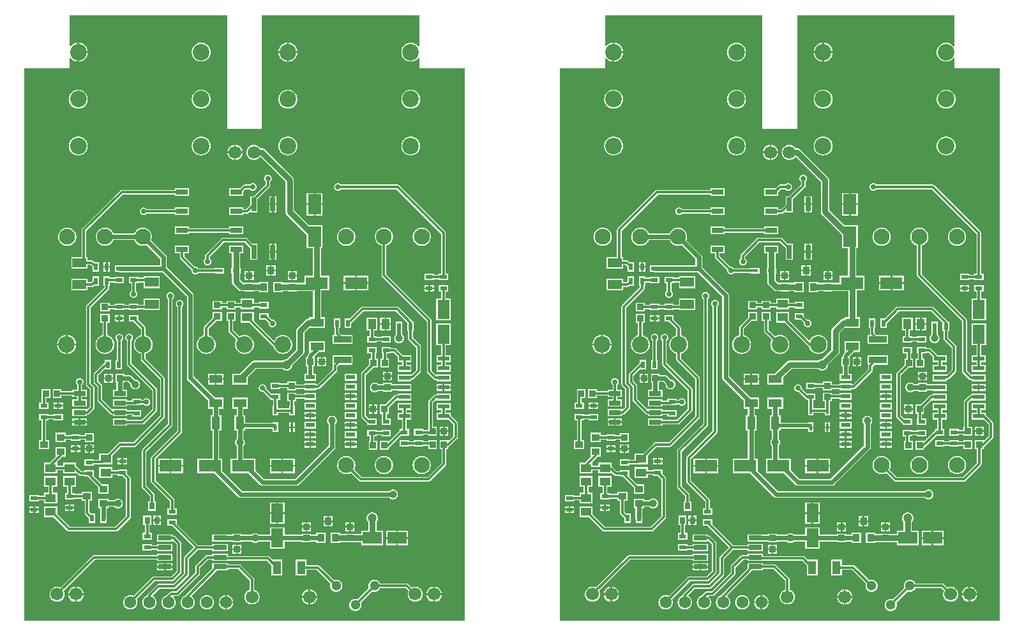
<source format=gtl>
%FSLAX46Y46*%
%MOMM*%
%ADD11C,0.300000*%
%ADD14C,0.400000*%
%ADD13C,0.500000*%
%ADD12C,0.600000*%
%ADD10C,0.800000*%
%AMPS24*
1,1,2.100000,0.000000,0.000000*
%
%ADD24PS24*%
%AMPS63*
1,1,1.600000,0.000000,0.000000*
%
%ADD63PS63*%
%AMPS54*
1,1,2.200000,0.000000,0.000000*
%
%ADD54PS54*%
%AMPS64*
1,1,1.300000,0.000000,0.000000*
%
%ADD64PS64*%
%AMPS32*
1,1,2.200000,0.000000,0.000000*
%
%ADD32PS32*%
%AMPS15*
1,1,1.700000,0.000000,0.000000*
%
%ADD15PS15*%
%AMPS47*
1,1,1.700000,0.000000,0.000000*
%
%ADD47PS47*%
%AMPS29*
1,1,1.700000,0.000000,0.000000*
%
%ADD29PS29*%
%AMPS42*
21,1,0.550000,1.500000,0.000000,0.000000,90.000000*
%
%ADD42PS42*%
%AMPS41*
21,1,0.550000,1.500000,0.000000,0.000000,270.000000*
%
%ADD41PS41*%
%AMPS58*
21,1,0.600000,1.700000,0.000000,0.000000,90.000000*
%
%ADD58PS58*%
%AMPS57*
21,1,0.600000,1.700000,0.000000,0.000000,270.000000*
%
%ADD57PS57*%
%AMPS52*
21,1,1.600000,2.950000,0.000000,0.000000,90.000000*
%
%ADD52PS52*%
%AMPS53*
21,1,1.600000,2.950000,0.000000,0.000000,270.000000*
%
%ADD53PS53*%
%AMPS20*
21,1,0.600000,1.550000,0.000000,0.000000,90.000000*
%
%ADD20PS20*%
%AMPS21*
21,1,0.600000,1.550000,0.000000,0.000000,270.000000*
%
%ADD21PS21*%
%AMPS43*
21,1,1.600000,2.500000,0.000000,0.000000,0.000000*
%
%ADD43PS43*%
%AMPS45*
21,1,1.600000,2.500000,0.000000,0.000000,90.000000*
%
%ADD45PS45*%
%AMPS44*
21,1,1.600000,2.500000,0.000000,0.000000,180.000000*
%
%ADD44PS44*%
%AMPS46*
21,1,1.600000,2.500000,0.000000,0.000000,270.000000*
%
%ADD46PS46*%
%AMPS69*
21,1,0.900000,1.000000,0.000000,0.000000,0.000000*
%
%ADD69PS69*%
%AMPS35*
21,1,0.900000,1.000000,0.000000,0.000000,90.000000*
%
%ADD35PS35*%
%AMPS70*
21,1,0.900000,1.000000,0.000000,0.000000,180.000000*
%
%ADD70PS70*%
%AMPS36*
21,1,0.900000,1.000000,0.000000,0.000000,270.000000*
%
%ADD36PS36*%
%AMPS27*
21,1,1.400000,1.100000,0.000000,0.000000,0.000000*
%
%ADD27PS27*%
%AMPS56*
21,1,1.400000,1.100000,0.000000,0.000000,90.000000*
%
%ADD56PS56*%
%AMPS28*
21,1,1.400000,1.100000,0.000000,0.000000,180.000000*
%
%ADD28PS28*%
%AMPS55*
21,1,1.400000,1.100000,0.000000,0.000000,270.000000*
%
%ADD55PS55*%
%AMPS33*
21,1,0.400000,0.900000,0.000000,0.000000,0.000000*
%
%ADD33PS33*%
%AMPS50*
21,1,0.400000,0.900000,0.000000,0.000000,90.000000*
%
%ADD50PS50*%
%AMPS34*
21,1,0.400000,0.900000,0.000000,0.000000,180.000000*
%
%ADD34PS34*%
%AMPS51*
21,1,0.400000,0.900000,0.000000,0.000000,270.000000*
%
%ADD51PS51*%
%AMPS67*
21,1,0.550000,1.250000,0.000000,0.000000,90.000000*
%
%ADD67PS67*%
%AMPS68*
21,1,0.550000,1.250000,0.000000,0.000000,270.000000*
%
%ADD68PS68*%
%AMPS17*
21,1,0.600000,1.800000,0.000000,0.000000,0.000000*
%
%ADD17PS17*%
%AMPS16*
21,1,0.600000,1.800000,0.000000,0.000000,180.000000*
%
%ADD16PS16*%
%AMPS62*
21,1,0.701421,1.491421,0.000000,0.000000,90.000000*
%
%ADD62PS62*%
%AMPS61*
21,1,0.701421,1.491421,0.000000,0.000000,270.000000*
%
%ADD61PS61*%
%AMPS48*
21,1,1.800000,1.200000,0.000000,0.000000,0.000000*
%
%ADD48PS48*%
%AMPS49*
21,1,1.800000,1.200000,0.000000,0.000000,180.000000*
%
%ADD49PS49*%
%AMPS65*
21,1,2.300000,0.900000,0.000000,0.000000,0.000000*
%
%ADD65PS65*%
%AMPS66*
21,1,2.300000,0.900000,0.000000,0.000000,180.000000*
%
%ADD66PS66*%
%AMPS18*
21,1,0.900000,0.500000,0.000000,0.000000,0.000000*
%
%ADD18PS18*%
%AMPS37*
21,1,0.900000,0.500000,0.000000,0.000000,90.000000*
%
%ADD37PS37*%
%AMPS19*
21,1,0.900000,0.500000,0.000000,0.000000,180.000000*
%
%ADD19PS19*%
%AMPS38*
21,1,0.900000,0.500000,0.000000,0.000000,270.000000*
%
%ADD38PS38*%
%AMPS31*
21,1,1.700000,1.100000,0.000000,0.000000,0.000000*
%
%ADD31PS31*%
%AMPS40*
21,1,1.700000,1.100000,0.000000,0.000000,90.000000*
%
%ADD40PS40*%
%AMPS30*
21,1,1.700000,1.100000,0.000000,0.000000,180.000000*
%
%ADD30PS30*%
%AMPS39*
21,1,1.700000,1.100000,0.000000,0.000000,270.000000*
%
%ADD39PS39*%
%AMPS59*
21,1,0.700000,0.900000,0.000000,0.000000,0.000000*
%
%ADD59PS59*%
%AMPS60*
21,1,0.700000,0.900000,0.000000,0.000000,180.000000*
%
%ADD60PS60*%
%AMPS26*
21,1,0.850000,0.800000,0.000000,0.000000,0.000000*
%
%ADD26PS26*%
%AMPS22*
21,1,0.850000,0.800000,0.000000,0.000000,90.000000*
%
%ADD22PS22*%
%AMPS25*
21,1,0.850000,0.800000,0.000000,0.000000,180.000000*
%
%ADD25PS25*%
%AMPS23*
21,1,0.850000,0.800000,0.000000,0.000000,270.000000*
%
%ADD23PS23*%
%AMPS72*
21,1,1.750000,2.650000,0.000000,0.000000,0.000000*
%
%ADD72PS72*%
%AMPS71*
21,1,1.750000,2.650000,0.000000,0.000000,180.000000*
%
%ADD71PS71*%
%AMPS76*
1,1,1.200000,0.000000,0.000000*
%
%ADD76PS76*%
%AMPS75*
1,1,1.000000,0.000000,0.000000*
%
%ADD75PS75*%
%AMPS74*
1,1,0.700000,0.000000,0.000000*
%
%ADD74PS74*%
%AMPS73*
1,1,0.700000,0.000000,0.000000*
%
%ADD73PS73*%
G01*
%LPD*%
G36*
X68690000Y9310000D02*
X68690000Y82690000D01*
X62690000Y82690000D01*
X62690000Y84000353D01*
X62561978Y84049736D01*
X62437551Y83912449D01*
X62346283Y83829730D01*
X62247346Y83756353D01*
X62141685Y83693022D01*
X62030336Y83640358D01*
X61914364Y83598862D01*
X61794879Y83568933D01*
X61673030Y83550858D01*
X61550000Y83544813D01*
X61426970Y83550858D01*
X61305121Y83568933D01*
X61185636Y83598862D01*
X61069664Y83640358D01*
X60958315Y83693022D01*
X60852654Y83756353D01*
X60753717Y83829730D01*
X60662449Y83912449D01*
X60579730Y84003717D01*
X60506353Y84102654D01*
X60443022Y84208315D01*
X60390358Y84319664D01*
X60348862Y84435636D01*
X60318933Y84555121D01*
X60300858Y84676970D01*
X60294813Y84800000D01*
X60300858Y84923030D01*
X60318933Y85044879D01*
X60348862Y85164364D01*
X60390358Y85280336D01*
X60443022Y85391685D01*
X60506353Y85497346D01*
X60579730Y85596283D01*
X60662449Y85687551D01*
X60753717Y85770270D01*
X60852654Y85843647D01*
X60958315Y85906978D01*
X61069664Y85959642D01*
X61185636Y86001138D01*
X61305121Y86031067D01*
X61426970Y86049142D01*
X61550000Y86055187D01*
X61673030Y86049142D01*
X61794879Y86031067D01*
X61914364Y86001138D01*
X62030336Y85959642D01*
X62141685Y85906978D01*
X62247346Y85843647D01*
X62346283Y85770270D01*
X62437551Y85687551D01*
X62561978Y85550264D01*
X62690000Y85599647D01*
X62690000Y89690000D01*
X41810000Y89690000D01*
X41810000Y74590000D01*
X37190000Y74590000D01*
X37190000Y89690000D01*
X16310000Y89690000D01*
X16310000Y85629430D01*
X16438021Y85580047D01*
X16548290Y85701710D01*
X16641013Y85785749D01*
X16741533Y85860300D01*
X16848872Y85924636D01*
X16962000Y85978142D01*
X17079824Y86020300D01*
X17201213Y86050706D01*
X17325008Y86069070D01*
X17345000Y86070052D01*
X17345000Y83529948D01*
X17325008Y83530930D01*
X17201213Y83549294D01*
X17079824Y83579700D01*
X16962000Y83621858D01*
X16848872Y83675364D01*
X16741533Y83739700D01*
X16641013Y83814251D01*
X16548290Y83898290D01*
X16438021Y84019953D01*
X16310000Y83970570D01*
X16310000Y82690000D01*
X10310000Y82690000D01*
X10310000Y9310000D01*
X68690000Y9310000D01*
D02*
G37*
%LPC*%
G36*
X18720052Y84905000D02*
X17555000Y84905000D01*
X17555000Y86070052D01*
X17574992Y86069070D01*
X17698787Y86050706D01*
X17820176Y86020300D01*
X17938000Y85978142D01*
X18051128Y85924636D01*
X18158467Y85860300D01*
X18258987Y85785749D01*
X18351710Y85701710D01*
X18435749Y85608987D01*
X18510300Y85508467D01*
X18574636Y85401128D01*
X18628142Y85288000D01*
X18670300Y85170176D01*
X18700706Y85048787D01*
X18719070Y84924992D01*
X18720052Y84905000D01*
D02*
G37*
%LPC*%
G36*
X45145000Y84905000D02*
X43979948Y84905000D01*
X43980930Y84924992D01*
X43999294Y85048787D01*
X44029700Y85170176D01*
X44071858Y85288000D01*
X44125364Y85401128D01*
X44189700Y85508467D01*
X44264251Y85608987D01*
X44348290Y85701710D01*
X44441013Y85785749D01*
X44541533Y85860300D01*
X44648872Y85924636D01*
X44762000Y85978142D01*
X44879824Y86020300D01*
X45001213Y86050706D01*
X45125008Y86069070D01*
X45145000Y86070052D01*
X45145000Y84905000D01*
D02*
G37*
%LPC*%
G36*
X46520052Y84905000D02*
X45355000Y84905000D01*
X45355000Y86070052D01*
X45374992Y86069070D01*
X45498787Y86050706D01*
X45620176Y86020300D01*
X45738000Y85978142D01*
X45851128Y85924636D01*
X45958467Y85860300D01*
X46058987Y85785749D01*
X46151710Y85701710D01*
X46235749Y85608987D01*
X46310300Y85508467D01*
X46374636Y85401128D01*
X46428142Y85288000D01*
X46470300Y85170176D01*
X46500706Y85048787D01*
X46519070Y84924992D01*
X46520052Y84905000D01*
D02*
G37*
%LPC*%
G36*
X33750000Y83544813D02*
X33626970Y83550858D01*
X33505121Y83568933D01*
X33385636Y83598862D01*
X33269664Y83640358D01*
X33158315Y83693022D01*
X33052654Y83756353D01*
X32953717Y83829730D01*
X32862449Y83912449D01*
X32779730Y84003717D01*
X32706353Y84102654D01*
X32643022Y84208315D01*
X32590358Y84319664D01*
X32548862Y84435636D01*
X32518933Y84555121D01*
X32500858Y84676970D01*
X32494813Y84800000D01*
X32500858Y84923030D01*
X32518933Y85044879D01*
X32548862Y85164364D01*
X32590358Y85280336D01*
X32643022Y85391685D01*
X32706353Y85497346D01*
X32779730Y85596283D01*
X32862449Y85687551D01*
X32953717Y85770270D01*
X33052654Y85843647D01*
X33158315Y85906978D01*
X33269664Y85959642D01*
X33385636Y86001138D01*
X33505121Y86031067D01*
X33626970Y86049142D01*
X33750000Y86055187D01*
X33873030Y86049142D01*
X33994879Y86031067D01*
X34114364Y86001138D01*
X34230336Y85959642D01*
X34341685Y85906978D01*
X34447346Y85843647D01*
X34546283Y85770270D01*
X34637551Y85687551D01*
X34720270Y85596283D01*
X34793647Y85497346D01*
X34856978Y85391685D01*
X34909642Y85280336D01*
X34951138Y85164364D01*
X34981067Y85044879D01*
X34999142Y84923030D01*
X35005187Y84800000D01*
X34999142Y84676970D01*
X34981067Y84555121D01*
X34951138Y84435636D01*
X34909642Y84319664D01*
X34856978Y84208315D01*
X34793647Y84102654D01*
X34720270Y84003717D01*
X34637551Y83912449D01*
X34546283Y83829730D01*
X34447346Y83756353D01*
X34341685Y83693022D01*
X34230336Y83640358D01*
X34114364Y83598862D01*
X33994879Y83568933D01*
X33873030Y83550858D01*
X33750000Y83544813D01*
D02*
G37*
%LPC*%
G36*
X45355000Y83529948D02*
X45355000Y84695000D01*
X46520052Y84695000D01*
X46519070Y84675008D01*
X46500706Y84551213D01*
X46470300Y84429824D01*
X46428142Y84312000D01*
X46374636Y84198872D01*
X46310300Y84091533D01*
X46235749Y83991013D01*
X46151710Y83898290D01*
X46058987Y83814251D01*
X45958467Y83739700D01*
X45851128Y83675364D01*
X45738000Y83621858D01*
X45620176Y83579700D01*
X45498787Y83549294D01*
X45374992Y83530930D01*
X45355000Y83529948D01*
D02*
G37*
%LPC*%
G36*
X45145000Y83529948D02*
X45125008Y83530930D01*
X45001213Y83549294D01*
X44879824Y83579700D01*
X44762000Y83621858D01*
X44648872Y83675364D01*
X44541533Y83739700D01*
X44441013Y83814251D01*
X44348290Y83898290D01*
X44264251Y83991013D01*
X44189700Y84091533D01*
X44125364Y84198872D01*
X44071858Y84312000D01*
X44029700Y84429824D01*
X43999294Y84551213D01*
X43980930Y84675008D01*
X43979948Y84695000D01*
X45145000Y84695000D01*
X45145000Y83529948D01*
D02*
G37*
%LPC*%
G36*
X17555000Y83529948D02*
X17555000Y84695000D01*
X18720052Y84695000D01*
X18719070Y84675008D01*
X18700706Y84551213D01*
X18670300Y84429824D01*
X18628142Y84312000D01*
X18574636Y84198872D01*
X18510300Y84091533D01*
X18435749Y83991013D01*
X18351710Y83898290D01*
X18258987Y83814251D01*
X18158467Y83739700D01*
X18051128Y83675364D01*
X17938000Y83621858D01*
X17820176Y83579700D01*
X17698787Y83549294D01*
X17574992Y83530930D01*
X17555000Y83529948D01*
D02*
G37*
%LPC*%
G36*
X17450000Y77294813D02*
X17326970Y77300858D01*
X17205121Y77318933D01*
X17085636Y77348862D01*
X16969664Y77390358D01*
X16858315Y77443022D01*
X16752654Y77506353D01*
X16653717Y77579730D01*
X16562449Y77662449D01*
X16479730Y77753717D01*
X16406353Y77852654D01*
X16343022Y77958315D01*
X16290358Y78069664D01*
X16248862Y78185636D01*
X16218933Y78305121D01*
X16200858Y78426970D01*
X16194813Y78550000D01*
X16200858Y78673030D01*
X16218933Y78794879D01*
X16248862Y78914364D01*
X16290358Y79030336D01*
X16343022Y79141685D01*
X16406353Y79247346D01*
X16479730Y79346283D01*
X16562449Y79437551D01*
X16653717Y79520270D01*
X16752654Y79593647D01*
X16858315Y79656978D01*
X16969664Y79709642D01*
X17085636Y79751138D01*
X17205121Y79781067D01*
X17326970Y79799142D01*
X17450000Y79805187D01*
X17573030Y79799142D01*
X17694879Y79781067D01*
X17814364Y79751138D01*
X17930336Y79709642D01*
X18041685Y79656978D01*
X18147346Y79593647D01*
X18246283Y79520270D01*
X18337551Y79437551D01*
X18420270Y79346283D01*
X18493647Y79247346D01*
X18556978Y79141685D01*
X18609642Y79030336D01*
X18651138Y78914364D01*
X18681067Y78794879D01*
X18699142Y78673030D01*
X18705187Y78550000D01*
X18699142Y78426970D01*
X18681067Y78305121D01*
X18651138Y78185636D01*
X18609642Y78069664D01*
X18556978Y77958315D01*
X18493647Y77852654D01*
X18420270Y77753717D01*
X18337551Y77662449D01*
X18246283Y77579730D01*
X18147346Y77506353D01*
X18041685Y77443022D01*
X17930336Y77390358D01*
X17814364Y77348862D01*
X17694879Y77318933D01*
X17573030Y77300858D01*
X17450000Y77294813D01*
D02*
G37*
%LPC*%
G36*
X33750000Y77294813D02*
X33626970Y77300858D01*
X33505121Y77318933D01*
X33385636Y77348862D01*
X33269664Y77390358D01*
X33158315Y77443022D01*
X33052654Y77506353D01*
X32953717Y77579730D01*
X32862449Y77662449D01*
X32779730Y77753717D01*
X32706353Y77852654D01*
X32643022Y77958315D01*
X32590358Y78069664D01*
X32548862Y78185636D01*
X32518933Y78305121D01*
X32500858Y78426970D01*
X32494813Y78550000D01*
X32500858Y78673030D01*
X32518933Y78794879D01*
X32548862Y78914364D01*
X32590358Y79030336D01*
X32643022Y79141685D01*
X32706353Y79247346D01*
X32779730Y79346283D01*
X32862449Y79437551D01*
X32953717Y79520270D01*
X33052654Y79593647D01*
X33158315Y79656978D01*
X33269664Y79709642D01*
X33385636Y79751138D01*
X33505121Y79781067D01*
X33626970Y79799142D01*
X33750000Y79805187D01*
X33873030Y79799142D01*
X33994879Y79781067D01*
X34114364Y79751138D01*
X34230336Y79709642D01*
X34341685Y79656978D01*
X34447346Y79593647D01*
X34546283Y79520270D01*
X34637551Y79437551D01*
X34720270Y79346283D01*
X34793647Y79247346D01*
X34856978Y79141685D01*
X34909642Y79030336D01*
X34951138Y78914364D01*
X34981067Y78794879D01*
X34999142Y78673030D01*
X35005187Y78550000D01*
X34999142Y78426970D01*
X34981067Y78305121D01*
X34951138Y78185636D01*
X34909642Y78069664D01*
X34856978Y77958315D01*
X34793647Y77852654D01*
X34720270Y77753717D01*
X34637551Y77662449D01*
X34546283Y77579730D01*
X34447346Y77506353D01*
X34341685Y77443022D01*
X34230336Y77390358D01*
X34114364Y77348862D01*
X33994879Y77318933D01*
X33873030Y77300858D01*
X33750000Y77294813D01*
D02*
G37*
%LPC*%
G36*
X45250000Y77294813D02*
X45126970Y77300858D01*
X45005121Y77318933D01*
X44885636Y77348862D01*
X44769664Y77390358D01*
X44658315Y77443022D01*
X44552654Y77506353D01*
X44453717Y77579730D01*
X44362449Y77662449D01*
X44279730Y77753717D01*
X44206353Y77852654D01*
X44143022Y77958315D01*
X44090358Y78069664D01*
X44048862Y78185636D01*
X44018933Y78305121D01*
X44000858Y78426970D01*
X43994813Y78550000D01*
X44000858Y78673030D01*
X44018933Y78794879D01*
X44048862Y78914364D01*
X44090358Y79030336D01*
X44143022Y79141685D01*
X44206353Y79247346D01*
X44279730Y79346283D01*
X44362449Y79437551D01*
X44453717Y79520270D01*
X44552654Y79593647D01*
X44658315Y79656978D01*
X44769664Y79709642D01*
X44885636Y79751138D01*
X45005121Y79781067D01*
X45126970Y79799142D01*
X45250000Y79805187D01*
X45373030Y79799142D01*
X45494879Y79781067D01*
X45614364Y79751138D01*
X45730336Y79709642D01*
X45841685Y79656978D01*
X45947346Y79593647D01*
X46046283Y79520270D01*
X46137551Y79437551D01*
X46220270Y79346283D01*
X46293647Y79247346D01*
X46356978Y79141685D01*
X46409642Y79030336D01*
X46451138Y78914364D01*
X46481067Y78794879D01*
X46499142Y78673030D01*
X46505187Y78550000D01*
X46499142Y78426970D01*
X46481067Y78305121D01*
X46451138Y78185636D01*
X46409642Y78069664D01*
X46356978Y77958315D01*
X46293647Y77852654D01*
X46220270Y77753717D01*
X46137551Y77662449D01*
X46046283Y77579730D01*
X45947346Y77506353D01*
X45841685Y77443022D01*
X45730336Y77390358D01*
X45614364Y77348862D01*
X45494879Y77318933D01*
X45373030Y77300858D01*
X45250000Y77294813D01*
D02*
G37*
%LPC*%
G36*
X61550000Y77294813D02*
X61426970Y77300858D01*
X61305121Y77318933D01*
X61185636Y77348862D01*
X61069664Y77390358D01*
X60958315Y77443022D01*
X60852654Y77506353D01*
X60753717Y77579730D01*
X60662449Y77662449D01*
X60579730Y77753717D01*
X60506353Y77852654D01*
X60443022Y77958315D01*
X60390358Y78069664D01*
X60348862Y78185636D01*
X60318933Y78305121D01*
X60300858Y78426970D01*
X60294813Y78550000D01*
X60300858Y78673030D01*
X60318933Y78794879D01*
X60348862Y78914364D01*
X60390358Y79030336D01*
X60443022Y79141685D01*
X60506353Y79247346D01*
X60579730Y79346283D01*
X60662449Y79437551D01*
X60753717Y79520270D01*
X60852654Y79593647D01*
X60958315Y79656978D01*
X61069664Y79709642D01*
X61185636Y79751138D01*
X61305121Y79781067D01*
X61426970Y79799142D01*
X61550000Y79805187D01*
X61673030Y79799142D01*
X61794879Y79781067D01*
X61914364Y79751138D01*
X62030336Y79709642D01*
X62141685Y79656978D01*
X62247346Y79593647D01*
X62346283Y79520270D01*
X62437551Y79437551D01*
X62520270Y79346283D01*
X62593647Y79247346D01*
X62656978Y79141685D01*
X62709642Y79030336D01*
X62751138Y78914364D01*
X62781067Y78794879D01*
X62799142Y78673030D01*
X62805187Y78550000D01*
X62799142Y78426970D01*
X62781067Y78305121D01*
X62751138Y78185636D01*
X62709642Y78069664D01*
X62656978Y77958315D01*
X62593647Y77852654D01*
X62520270Y77753717D01*
X62437551Y77662449D01*
X62346283Y77579730D01*
X62247346Y77506353D01*
X62141685Y77443022D01*
X62030336Y77390358D01*
X61914364Y77348862D01*
X61794879Y77318933D01*
X61673030Y77300858D01*
X61550000Y77294813D01*
D02*
G37*
%LPC*%
G36*
X17450000Y71094813D02*
X17326970Y71100858D01*
X17205121Y71118933D01*
X17085636Y71148862D01*
X16969664Y71190358D01*
X16858315Y71243022D01*
X16752654Y71306353D01*
X16653717Y71379730D01*
X16562449Y71462449D01*
X16479730Y71553717D01*
X16406353Y71652654D01*
X16343022Y71758315D01*
X16290358Y71869664D01*
X16248862Y71985636D01*
X16218933Y72105121D01*
X16200858Y72226970D01*
X16194813Y72350000D01*
X16200858Y72473030D01*
X16218933Y72594879D01*
X16248862Y72714364D01*
X16290358Y72830336D01*
X16343022Y72941685D01*
X16406353Y73047346D01*
X16479730Y73146283D01*
X16562449Y73237551D01*
X16653717Y73320270D01*
X16752654Y73393647D01*
X16858315Y73456978D01*
X16969664Y73509642D01*
X17085636Y73551138D01*
X17205121Y73581067D01*
X17326970Y73599142D01*
X17450000Y73605187D01*
X17573030Y73599142D01*
X17694879Y73581067D01*
X17814364Y73551138D01*
X17930336Y73509642D01*
X18041685Y73456978D01*
X18147346Y73393647D01*
X18246283Y73320270D01*
X18337551Y73237551D01*
X18420270Y73146283D01*
X18493647Y73047346D01*
X18556978Y72941685D01*
X18609642Y72830336D01*
X18651138Y72714364D01*
X18681067Y72594879D01*
X18699142Y72473030D01*
X18705187Y72350000D01*
X18699142Y72226970D01*
X18681067Y72105121D01*
X18651138Y71985636D01*
X18609642Y71869664D01*
X18556978Y71758315D01*
X18493647Y71652654D01*
X18420270Y71553717D01*
X18337551Y71462449D01*
X18246283Y71379730D01*
X18147346Y71306353D01*
X18041685Y71243022D01*
X17930336Y71190358D01*
X17814364Y71148862D01*
X17694879Y71118933D01*
X17573030Y71100858D01*
X17450000Y71094813D01*
D02*
G37*
%LPC*%
G36*
X33750000Y71094813D02*
X33626970Y71100858D01*
X33505121Y71118933D01*
X33385636Y71148862D01*
X33269664Y71190358D01*
X33158315Y71243022D01*
X33052654Y71306353D01*
X32953717Y71379730D01*
X32862449Y71462449D01*
X32779730Y71553717D01*
X32706353Y71652654D01*
X32643022Y71758315D01*
X32590358Y71869664D01*
X32548862Y71985636D01*
X32518933Y72105121D01*
X32500858Y72226970D01*
X32494813Y72350000D01*
X32500858Y72473030D01*
X32518933Y72594879D01*
X32548862Y72714364D01*
X32590358Y72830336D01*
X32643022Y72941685D01*
X32706353Y73047346D01*
X32779730Y73146283D01*
X32862449Y73237551D01*
X32953717Y73320270D01*
X33052654Y73393647D01*
X33158315Y73456978D01*
X33269664Y73509642D01*
X33385636Y73551138D01*
X33505121Y73581067D01*
X33626970Y73599142D01*
X33750000Y73605187D01*
X33873030Y73599142D01*
X33994879Y73581067D01*
X34114364Y73551138D01*
X34230336Y73509642D01*
X34341685Y73456978D01*
X34447346Y73393647D01*
X34546283Y73320270D01*
X34637551Y73237551D01*
X34720270Y73146283D01*
X34793647Y73047346D01*
X34856978Y72941685D01*
X34909642Y72830336D01*
X34951138Y72714364D01*
X34981067Y72594879D01*
X34999142Y72473030D01*
X35005187Y72350000D01*
X34999142Y72226970D01*
X34981067Y72105121D01*
X34951138Y71985636D01*
X34909642Y71869664D01*
X34856978Y71758315D01*
X34793647Y71652654D01*
X34720270Y71553717D01*
X34637551Y71462449D01*
X34546283Y71379730D01*
X34447346Y71306353D01*
X34341685Y71243022D01*
X34230336Y71190358D01*
X34114364Y71148862D01*
X33994879Y71118933D01*
X33873030Y71100858D01*
X33750000Y71094813D01*
D02*
G37*
%LPC*%
G36*
X45250000Y71094813D02*
X45126970Y71100858D01*
X45005121Y71118933D01*
X44885636Y71148862D01*
X44769664Y71190358D01*
X44658315Y71243022D01*
X44552654Y71306353D01*
X44453717Y71379730D01*
X44362449Y71462449D01*
X44279730Y71553717D01*
X44206353Y71652654D01*
X44143022Y71758315D01*
X44090358Y71869664D01*
X44048862Y71985636D01*
X44018933Y72105121D01*
X44000858Y72226970D01*
X43994813Y72350000D01*
X44000858Y72473030D01*
X44018933Y72594879D01*
X44048862Y72714364D01*
X44090358Y72830336D01*
X44143022Y72941685D01*
X44206353Y73047346D01*
X44279730Y73146283D01*
X44362449Y73237551D01*
X44453717Y73320270D01*
X44552654Y73393647D01*
X44658315Y73456978D01*
X44769664Y73509642D01*
X44885636Y73551138D01*
X45005121Y73581067D01*
X45126970Y73599142D01*
X45250000Y73605187D01*
X45373030Y73599142D01*
X45494879Y73581067D01*
X45614364Y73551138D01*
X45730336Y73509642D01*
X45841685Y73456978D01*
X45947346Y73393647D01*
X46046283Y73320270D01*
X46137551Y73237551D01*
X46220270Y73146283D01*
X46293647Y73047346D01*
X46356978Y72941685D01*
X46409642Y72830336D01*
X46451138Y72714364D01*
X46481067Y72594879D01*
X46499142Y72473030D01*
X46505187Y72350000D01*
X46499142Y72226970D01*
X46481067Y72105121D01*
X46451138Y71985636D01*
X46409642Y71869664D01*
X46356978Y71758315D01*
X46293647Y71652654D01*
X46220270Y71553717D01*
X46137551Y71462449D01*
X46046283Y71379730D01*
X45947346Y71306353D01*
X45841685Y71243022D01*
X45730336Y71190358D01*
X45614364Y71148862D01*
X45494879Y71118933D01*
X45373030Y71100858D01*
X45250000Y71094813D01*
D02*
G37*
%LPC*%
G36*
X61550000Y71094813D02*
X61426970Y71100858D01*
X61305121Y71118933D01*
X61185636Y71148862D01*
X61069664Y71190358D01*
X60958315Y71243022D01*
X60852654Y71306353D01*
X60753717Y71379730D01*
X60662449Y71462449D01*
X60579730Y71553717D01*
X60506353Y71652654D01*
X60443022Y71758315D01*
X60390358Y71869664D01*
X60348862Y71985636D01*
X60318933Y72105121D01*
X60300858Y72226970D01*
X60294813Y72350000D01*
X60300858Y72473030D01*
X60318933Y72594879D01*
X60348862Y72714364D01*
X60390358Y72830336D01*
X60443022Y72941685D01*
X60506353Y73047346D01*
X60579730Y73146283D01*
X60662449Y73237551D01*
X60753717Y73320270D01*
X60852654Y73393647D01*
X60958315Y73456978D01*
X61069664Y73509642D01*
X61185636Y73551138D01*
X61305121Y73581067D01*
X61426970Y73599142D01*
X61550000Y73605187D01*
X61673030Y73599142D01*
X61794879Y73581067D01*
X61914364Y73551138D01*
X62030336Y73509642D01*
X62141685Y73456978D01*
X62247346Y73393647D01*
X62346283Y73320270D01*
X62437551Y73237551D01*
X62520270Y73146283D01*
X62593647Y73047346D01*
X62656978Y72941685D01*
X62709642Y72830336D01*
X62751138Y72714364D01*
X62781067Y72594879D01*
X62799142Y72473030D01*
X62805187Y72350000D01*
X62799142Y72226970D01*
X62781067Y72105121D01*
X62751138Y71985636D01*
X62709642Y71869664D01*
X62656978Y71758315D01*
X62593647Y71652654D01*
X62520270Y71553717D01*
X62437551Y71462449D01*
X62346283Y71379730D01*
X62247346Y71306353D01*
X62141685Y71243022D01*
X62030336Y71190358D01*
X61914364Y71148862D01*
X61794879Y71118933D01*
X61673030Y71100858D01*
X61550000Y71094813D01*
D02*
G37*
%LPC*%
G36*
X38145000Y71605000D02*
X37230395Y71605000D01*
X37244490Y71700014D01*
X37268935Y71797605D01*
X37302827Y71892328D01*
X37345842Y71983275D01*
X37397571Y72069579D01*
X37457504Y72150389D01*
X37525067Y72224933D01*
X37599611Y72292496D01*
X37680421Y72352429D01*
X37766725Y72404158D01*
X37857672Y72447173D01*
X37952395Y72481065D01*
X38049986Y72505510D01*
X38145000Y72519605D01*
X38145000Y71605000D01*
D02*
G37*
%LPC*%
G36*
X39269605Y71605000D02*
X38355000Y71605000D01*
X38355000Y72519605D01*
X38450014Y72505510D01*
X38547605Y72481065D01*
X38642328Y72447173D01*
X38733275Y72404158D01*
X38819579Y72352429D01*
X38900389Y72292496D01*
X38974933Y72224933D01*
X39042496Y72150389D01*
X39102429Y72069579D01*
X39154158Y71983275D01*
X39197173Y71892328D01*
X39231065Y71797605D01*
X39255510Y71700014D01*
X39269605Y71605000D01*
D02*
G37*
%LPC*%
G36*
X39925000Y40675000D02*
X37875000Y40675000D01*
X37875000Y42125000D01*
X38840112Y42125000D01*
X40402580Y43687466D01*
X40407481Y43693347D01*
X40491244Y43762091D01*
X40587320Y43813444D01*
X40691580Y43845072D01*
X40792381Y43855000D01*
X44589175Y43855000D01*
X44620916Y43883768D01*
X44680435Y43927911D01*
X44744009Y43966015D01*
X44811002Y43997700D01*
X44880782Y44022669D01*
X44952668Y44040675D01*
X45025976Y44051549D01*
X45068763Y44053650D01*
X46335000Y45319887D01*
X46335000Y47797610D01*
X46344928Y47898421D01*
X46376555Y48002680D01*
X46427908Y48098755D01*
X46496652Y48182518D01*
X46502533Y48187419D01*
X47602580Y49287466D01*
X47607481Y49293347D01*
X47691244Y49362091D01*
X47787320Y49413444D01*
X47891580Y49445072D01*
X47992381Y49455000D01*
X48095000Y49455000D01*
X48095000Y49625000D01*
X48565000Y49625000D01*
X48565000Y53075000D01*
X46460000Y53075000D01*
X46460000Y53055000D01*
X45260000Y53055000D01*
X45260000Y53075000D01*
X44565000Y53075000D01*
X44565000Y52955000D01*
X43315000Y52955000D01*
X43315000Y54305000D01*
X44565000Y54305000D01*
X44565000Y54185000D01*
X45260000Y54185000D01*
X45260000Y54205000D01*
X46460000Y54205000D01*
X46460000Y54185000D01*
X47450000Y54185000D01*
X47450000Y55125000D01*
X48545000Y55125000D01*
X48545000Y58800000D01*
X47750000Y58800000D01*
X47750000Y60565113D01*
X45113036Y63202077D01*
X45107101Y63206933D01*
X45037908Y63291244D01*
X44986555Y63387320D01*
X44954928Y63491577D01*
X44945000Y63592390D01*
X44945000Y67570113D01*
X41586819Y70928294D01*
X41460774Y70789226D01*
X41387686Y70722983D01*
X41308446Y70664214D01*
X41223840Y70613502D01*
X41134669Y70571329D01*
X41041792Y70538097D01*
X40946107Y70514129D01*
X40848526Y70499654D01*
X40750000Y70494813D01*
X40651474Y70499654D01*
X40553893Y70514129D01*
X40458208Y70538097D01*
X40365331Y70571329D01*
X40276160Y70613502D01*
X40191554Y70664214D01*
X40112314Y70722983D01*
X40039226Y70789226D01*
X39972983Y70862314D01*
X39914214Y70941554D01*
X39863502Y71026160D01*
X39821329Y71115331D01*
X39788097Y71208208D01*
X39764129Y71303893D01*
X39749654Y71401474D01*
X39744813Y71500000D01*
X39749654Y71598526D01*
X39764129Y71696107D01*
X39788097Y71791792D01*
X39821329Y71884669D01*
X39863502Y71973840D01*
X39914214Y72058446D01*
X39972983Y72137686D01*
X40039226Y72210774D01*
X40112314Y72277017D01*
X40191554Y72335786D01*
X40276160Y72386498D01*
X40365331Y72428671D01*
X40458208Y72461903D01*
X40553893Y72485871D01*
X40651474Y72500346D01*
X40750000Y72505187D01*
X40848526Y72500346D01*
X40946107Y72485871D01*
X41041792Y72461903D01*
X41134669Y72428671D01*
X41223840Y72386498D01*
X41308446Y72335786D01*
X41387686Y72277017D01*
X41460774Y72210774D01*
X41527017Y72137686D01*
X41588341Y72055000D01*
X41807620Y72055000D01*
X41908419Y72045072D01*
X42012679Y72013444D01*
X42108754Y71962091D01*
X42187058Y71897828D01*
X45897828Y68187058D01*
X45962091Y68108754D01*
X46013444Y68012679D01*
X46045072Y67908419D01*
X46055000Y67807620D01*
X46055000Y63829887D01*
X48084887Y61800000D01*
X49850000Y61800000D01*
X49850000Y58800000D01*
X49655000Y58800000D01*
X49655000Y55125000D01*
X50750000Y55125000D01*
X50750000Y53175000D01*
X49675000Y53175000D01*
X49675000Y49625000D01*
X50145000Y49625000D01*
X50145000Y48175000D01*
X48059887Y48175000D01*
X47445000Y47560113D01*
X47445000Y45082381D01*
X47435072Y44981580D01*
X47403444Y44877320D01*
X47352091Y44781244D01*
X47283347Y44697481D01*
X47277466Y44692580D01*
X45853650Y43268763D01*
X45851549Y43225976D01*
X45840675Y43152668D01*
X45822669Y43080782D01*
X45797700Y43011002D01*
X45766015Y42944009D01*
X45727911Y42880435D01*
X45683767Y42820915D01*
X45633998Y42766002D01*
X45579085Y42716233D01*
X45519565Y42672089D01*
X45455991Y42633985D01*
X45388998Y42602300D01*
X45319218Y42577331D01*
X45247332Y42559325D01*
X45174014Y42548450D01*
X45100000Y42544812D01*
X45025986Y42548450D01*
X44952668Y42559325D01*
X44880782Y42577331D01*
X44811002Y42602300D01*
X44744009Y42633985D01*
X44680435Y42672089D01*
X44620916Y42716232D01*
X44589175Y42745000D01*
X41029887Y42745000D01*
X39925000Y41640112D01*
X39925000Y40675000D01*
D02*
G37*
%LPC*%
G36*
X38355000Y70480395D02*
X38355000Y71395000D01*
X39269605Y71395000D01*
X39255510Y71299986D01*
X39231065Y71202395D01*
X39197173Y71107672D01*
X39154158Y71016725D01*
X39102429Y70930421D01*
X39042496Y70849611D01*
X38974933Y70775067D01*
X38900389Y70707504D01*
X38819579Y70647571D01*
X38733275Y70595842D01*
X38642328Y70552827D01*
X38547605Y70518935D01*
X38450014Y70494490D01*
X38355000Y70480395D01*
D02*
G37*
%LPC*%
G36*
X38145000Y70480395D02*
X38049986Y70494490D01*
X37952395Y70518935D01*
X37857672Y70552827D01*
X37766725Y70595842D01*
X37680421Y70647571D01*
X37599611Y70707504D01*
X37525067Y70775067D01*
X37457504Y70849611D01*
X37397571Y70930421D01*
X37345842Y71016725D01*
X37302827Y71107672D01*
X37268935Y71202395D01*
X37244490Y71299986D01*
X37230395Y71395000D01*
X38145000Y71395000D01*
X38145000Y70480395D01*
D02*
G37*
%LPC*%
G36*
X39295710Y63144290D02*
X37454290Y63144290D01*
X37454290Y64195710D01*
X39295710Y64195710D01*
X39295710Y63975000D01*
X39703665Y63975000D01*
X40285000Y64556335D01*
X40285000Y65675000D01*
X40743665Y65675000D01*
X42295000Y67226335D01*
X42295000Y67625450D01*
X42242779Y67672779D01*
X42209487Y67709512D01*
X42179952Y67749335D01*
X42154464Y67791859D01*
X42133268Y67836674D01*
X42116566Y67883353D01*
X42104520Y67931447D01*
X42097246Y67980481D01*
X42094812Y68030000D01*
X42097246Y68079519D01*
X42104520Y68128553D01*
X42116566Y68176647D01*
X42133268Y68223326D01*
X42154464Y68268141D01*
X42179952Y68310665D01*
X42209487Y68350488D01*
X42242779Y68387221D01*
X42279512Y68420513D01*
X42319335Y68450048D01*
X42361859Y68475536D01*
X42406674Y68496732D01*
X42453353Y68513434D01*
X42501447Y68525480D01*
X42550481Y68532754D01*
X42600000Y68535188D01*
X42649519Y68532754D01*
X42698553Y68525480D01*
X42746647Y68513434D01*
X42793326Y68496732D01*
X42838141Y68475536D01*
X42880665Y68450048D01*
X42920488Y68420513D01*
X42957221Y68387221D01*
X42990513Y68350488D01*
X43020048Y68310665D01*
X43045536Y68268141D01*
X43066732Y68223326D01*
X43083434Y68176647D01*
X43095480Y68128553D01*
X43102754Y68079519D01*
X43105188Y68030000D01*
X43102754Y67980481D01*
X43095480Y67931447D01*
X43083434Y67883353D01*
X43066732Y67836674D01*
X43045536Y67791859D01*
X43020048Y67749335D01*
X42990513Y67709512D01*
X42957221Y67672779D01*
X42905000Y67625450D01*
X42905000Y67092382D01*
X42899874Y67040351D01*
X42882475Y66982994D01*
X42854223Y66930136D01*
X42816572Y66884257D01*
X42810689Y66879355D01*
X41235000Y65303665D01*
X41235000Y63525000D01*
X40270664Y63525000D01*
X40161537Y63570202D01*
X40050644Y63459310D01*
X40045742Y63453427D01*
X39999863Y63415776D01*
X39947006Y63387525D01*
X39889648Y63370125D01*
X39837611Y63365000D01*
X39295710Y63365000D01*
X39295710Y63144290D01*
D02*
G37*
%LPC*%
G36*
X39295710Y65684290D02*
X37454290Y65684290D01*
X37454290Y66735710D01*
X38904375Y66735710D01*
X39279355Y67110689D01*
X39284257Y67116572D01*
X39330136Y67154223D01*
X39382994Y67182475D01*
X39440351Y67199874D01*
X39492382Y67205000D01*
X40195450Y67205000D01*
X40242779Y67257221D01*
X40279512Y67290513D01*
X40319335Y67320048D01*
X40361859Y67345536D01*
X40406674Y67366732D01*
X40453353Y67383434D01*
X40501447Y67395480D01*
X40550481Y67402754D01*
X40600000Y67405188D01*
X40649519Y67402754D01*
X40698553Y67395480D01*
X40746647Y67383434D01*
X40793326Y67366732D01*
X40838141Y67345536D01*
X40880665Y67320048D01*
X40920488Y67290513D01*
X40957221Y67257221D01*
X40990513Y67220488D01*
X41020048Y67180665D01*
X41045536Y67138141D01*
X41066732Y67093326D01*
X41083434Y67046647D01*
X41095480Y66998553D01*
X41102754Y66949519D01*
X41105188Y66900000D01*
X41102754Y66850481D01*
X41095480Y66801447D01*
X41083434Y66753353D01*
X41066732Y66706674D01*
X41045536Y66661859D01*
X41020048Y66619335D01*
X40990513Y66579512D01*
X40957221Y66542779D01*
X40920488Y66509487D01*
X40880665Y66479952D01*
X40838141Y66454464D01*
X40793326Y66433268D01*
X40746647Y66416566D01*
X40698553Y66404520D01*
X40649519Y66397246D01*
X40600000Y66394812D01*
X40550481Y66397246D01*
X40501447Y66404520D01*
X40453353Y66416566D01*
X40406674Y66433268D01*
X40361859Y66454464D01*
X40319335Y66479952D01*
X40279512Y66509487D01*
X40242779Y66542779D01*
X40195450Y66595000D01*
X39626335Y66595000D01*
X39295710Y66264375D01*
X39295710Y65684290D01*
D02*
G37*
%LPC*%
G36*
X66525000Y54525000D02*
X65275000Y54525000D01*
X65275000Y54645000D01*
X64625000Y54645000D01*
X64625000Y54525000D01*
X63375000Y54525000D01*
X63375000Y55375000D01*
X64625000Y55375000D01*
X64625000Y55255000D01*
X65275000Y55255000D01*
X65275000Y55375000D01*
X65595000Y55375000D01*
X65595000Y60673665D01*
X59673665Y66595000D01*
X52304550Y66595000D01*
X52257221Y66542779D01*
X52220488Y66509487D01*
X52180665Y66479952D01*
X52138141Y66454464D01*
X52093326Y66433268D01*
X52046647Y66416566D01*
X51998553Y66404520D01*
X51949519Y66397246D01*
X51900000Y66394812D01*
X51850481Y66397246D01*
X51801447Y66404520D01*
X51753353Y66416566D01*
X51706674Y66433268D01*
X51661859Y66454464D01*
X51619335Y66479952D01*
X51579512Y66509487D01*
X51542779Y66542779D01*
X51509487Y66579512D01*
X51479952Y66619335D01*
X51454464Y66661859D01*
X51433268Y66706674D01*
X51416566Y66753353D01*
X51404520Y66801447D01*
X51397246Y66850481D01*
X51394812Y66900000D01*
X51397246Y66949519D01*
X51404520Y66998553D01*
X51416566Y67046647D01*
X51433268Y67093326D01*
X51454464Y67138141D01*
X51479952Y67180665D01*
X51509487Y67220488D01*
X51542779Y67257221D01*
X51579512Y67290513D01*
X51619335Y67320048D01*
X51661859Y67345536D01*
X51706674Y67366732D01*
X51753353Y67383434D01*
X51801447Y67395480D01*
X51850481Y67402754D01*
X51900000Y67405188D01*
X51949519Y67402754D01*
X51998553Y67395480D01*
X52046647Y67383434D01*
X52093326Y67366732D01*
X52138141Y67345536D01*
X52180665Y67320048D01*
X52220488Y67290513D01*
X52257221Y67257221D01*
X52304550Y67205000D01*
X59807618Y67205000D01*
X59859649Y67199874D01*
X59917005Y67182475D01*
X59969863Y67154222D01*
X60010277Y67121057D01*
X66121057Y61010277D01*
X66154222Y60969863D01*
X66182475Y60917005D01*
X66199874Y60859649D01*
X66205000Y60807618D01*
X66205000Y55375000D01*
X66525000Y55375000D01*
X66525000Y54525000D01*
D02*
G37*
%LPC*%
G36*
X20175000Y55675000D02*
X19325000Y55675000D01*
X19325000Y56293665D01*
X19073665Y56545000D01*
X18675000Y56545000D01*
X18675000Y56075000D01*
X16525000Y56075000D01*
X16525000Y57625000D01*
X17895000Y57625000D01*
X17895000Y61207611D01*
X17900125Y61259648D01*
X17917525Y61317006D01*
X17945776Y61369863D01*
X17983427Y61415742D01*
X17989310Y61420644D01*
X22989355Y66420689D01*
X22994257Y66426572D01*
X23040136Y66464223D01*
X23092994Y66492475D01*
X23150351Y66509874D01*
X23202382Y66515000D01*
X30304290Y66515000D01*
X30304290Y66735710D01*
X32145710Y66735710D01*
X32145710Y65684290D01*
X30304290Y65684290D01*
X30304290Y65905000D01*
X23336335Y65905000D01*
X18505000Y61073665D01*
X18505000Y57625000D01*
X18675000Y57625000D01*
X18675000Y57155000D01*
X19207618Y57155000D01*
X19259649Y57149874D01*
X19317005Y57132475D01*
X19369863Y57104222D01*
X19410278Y57071056D01*
X19556335Y56925000D01*
X20175000Y56925000D01*
X20175000Y55675000D01*
D02*
G37*
%LPC*%
G36*
X49850000Y64705000D02*
X48905000Y64705000D01*
X48905000Y66100000D01*
X49850000Y66100000D01*
X49850000Y64705000D01*
D02*
G37*
%LPC*%
G36*
X48695000Y64705000D02*
X47750000Y64705000D01*
X47750000Y66100000D01*
X48695000Y66100000D01*
X48695000Y64705000D01*
D02*
G37*
%LPC*%
G36*
X43735000Y64705000D02*
X43365000Y64705000D01*
X43365000Y65675000D01*
X43735000Y65675000D01*
X43735000Y64705000D01*
D02*
G37*
%LPC*%
G36*
X43155000Y64705000D02*
X42785000Y64705000D01*
X42785000Y65675000D01*
X43155000Y65675000D01*
X43155000Y64705000D01*
D02*
G37*
%LPC*%
G36*
X49850000Y63100000D02*
X48905000Y63100000D01*
X48905000Y64495000D01*
X49850000Y64495000D01*
X49850000Y63100000D01*
D02*
G37*
%LPC*%
G36*
X48695000Y63100000D02*
X47750000Y63100000D01*
X47750000Y64495000D01*
X48695000Y64495000D01*
X48695000Y63100000D01*
D02*
G37*
%LPC*%
G36*
X43735000Y63525000D02*
X43365000Y63525000D01*
X43365000Y64495000D01*
X43735000Y64495000D01*
X43735000Y63525000D01*
D02*
G37*
%LPC*%
G36*
X43155000Y63525000D02*
X42785000Y63525000D01*
X42785000Y64495000D01*
X43155000Y64495000D01*
X43155000Y63525000D01*
D02*
G37*
%LPC*%
G36*
X32145710Y63144290D02*
X30304290Y63144290D01*
X30304290Y63365000D01*
X26544550Y63365000D01*
X26497221Y63312779D01*
X26460488Y63279487D01*
X26420665Y63249952D01*
X26378141Y63224464D01*
X26333326Y63203268D01*
X26286647Y63186566D01*
X26238553Y63174520D01*
X26189519Y63167246D01*
X26140000Y63164812D01*
X26090481Y63167246D01*
X26041447Y63174520D01*
X25993353Y63186566D01*
X25946674Y63203268D01*
X25901859Y63224464D01*
X25859335Y63249952D01*
X25819512Y63279487D01*
X25782779Y63312779D01*
X25749487Y63349512D01*
X25719952Y63389335D01*
X25694464Y63431859D01*
X25673268Y63476674D01*
X25656566Y63523353D01*
X25644520Y63571447D01*
X25637246Y63620481D01*
X25634812Y63670000D01*
X25637246Y63719519D01*
X25644520Y63768553D01*
X25656566Y63816647D01*
X25673268Y63863326D01*
X25694464Y63908141D01*
X25719952Y63950665D01*
X25749487Y63990488D01*
X25782779Y64027221D01*
X25819512Y64060513D01*
X25859335Y64090048D01*
X25901859Y64115536D01*
X25946674Y64136732D01*
X25993353Y64153434D01*
X26041447Y64165480D01*
X26090481Y64172754D01*
X26140000Y64175188D01*
X26189519Y64172754D01*
X26238553Y64165480D01*
X26286647Y64153434D01*
X26333326Y64136732D01*
X26378141Y64115536D01*
X26420665Y64090048D01*
X26460488Y64060513D01*
X26497221Y64027221D01*
X26544550Y63975000D01*
X30304290Y63975000D01*
X30304290Y64195710D01*
X32145710Y64195710D01*
X32145710Y63144290D01*
D02*
G37*
%LPC*%
G36*
X39295710Y60604290D02*
X37454290Y60604290D01*
X37454290Y60825000D01*
X32145710Y60825000D01*
X32145710Y60604290D01*
X30304290Y60604290D01*
X30304290Y61655710D01*
X32145710Y61655710D01*
X32145710Y61435000D01*
X37454290Y61435000D01*
X37454290Y61655710D01*
X39295710Y61655710D01*
X39295710Y60604290D01*
D02*
G37*
%LPC*%
G36*
X16000000Y59094812D02*
X15881880Y59100617D01*
X15764877Y59117972D01*
X15650151Y59146709D01*
X15538798Y59186552D01*
X15431880Y59237120D01*
X15330429Y59297927D01*
X15235443Y59368374D01*
X15147804Y59447804D01*
X15068374Y59535443D01*
X14997927Y59630429D01*
X14937120Y59731880D01*
X14886552Y59838798D01*
X14846709Y59950151D01*
X14817972Y60064877D01*
X14800617Y60181880D01*
X14794812Y60300000D01*
X14800617Y60418120D01*
X14817972Y60535123D01*
X14846709Y60649849D01*
X14886552Y60761202D01*
X14937120Y60868120D01*
X14997927Y60969571D01*
X15068374Y61064557D01*
X15147804Y61152196D01*
X15235443Y61231626D01*
X15330429Y61302073D01*
X15431880Y61362880D01*
X15538798Y61413448D01*
X15650151Y61453291D01*
X15764877Y61482028D01*
X15881880Y61499383D01*
X16000000Y61505188D01*
X16118120Y61499383D01*
X16235123Y61482028D01*
X16349849Y61453291D01*
X16461202Y61413448D01*
X16568120Y61362880D01*
X16669571Y61302073D01*
X16764557Y61231626D01*
X16852196Y61152196D01*
X16931626Y61064557D01*
X17002073Y60969571D01*
X17062880Y60868120D01*
X17113448Y60761202D01*
X17153291Y60649849D01*
X17182028Y60535123D01*
X17199383Y60418120D01*
X17205188Y60300000D01*
X17199383Y60181880D01*
X17182028Y60064877D01*
X17153291Y59950151D01*
X17113448Y59838798D01*
X17062880Y59731880D01*
X17002073Y59630429D01*
X16931626Y59535443D01*
X16852196Y59447804D01*
X16764557Y59368374D01*
X16669571Y59297927D01*
X16568120Y59237120D01*
X16461202Y59186552D01*
X16349849Y59146709D01*
X16235123Y59117972D01*
X16118120Y59100617D01*
X16000000Y59094812D01*
D02*
G37*
%LPC*%
G36*
X59200000Y25444812D02*
X59135789Y25447967D01*
X59072173Y25457404D01*
X59009812Y25473024D01*
X58949274Y25494686D01*
X58891145Y25522179D01*
X58836000Y25555231D01*
X58784353Y25593535D01*
X58727570Y25645000D01*
X38992390Y25645000D01*
X38911086Y25653007D01*
X38825591Y25678942D01*
X38746801Y25721056D01*
X38677643Y25777811D01*
X38672788Y25783745D01*
X35531533Y28925000D01*
X33250000Y28925000D01*
X33250000Y30875000D01*
X35245000Y30875000D01*
X35245000Y34575000D01*
X34975000Y34575000D01*
X34975000Y36625000D01*
X35245000Y36625000D01*
X35245000Y37475000D01*
X34675000Y37475000D01*
X34675000Y38581533D01*
X31983745Y41272788D01*
X31977811Y41277643D01*
X31921056Y41346801D01*
X31878942Y41425591D01*
X31853007Y41511086D01*
X31845000Y41592390D01*
X31845000Y52311533D01*
X28561533Y55595000D01*
X22892390Y55595000D01*
X22811086Y55603007D01*
X22738585Y55625000D01*
X22275000Y55625000D01*
X22275000Y56475000D01*
X22738589Y56475000D01*
X22811088Y56496993D01*
X22892382Y56505000D01*
X28295000Y56505000D01*
X28295000Y57361533D01*
X26467667Y59188866D01*
X26349849Y59146709D01*
X26235123Y59117972D01*
X26118120Y59100617D01*
X26000000Y59094812D01*
X25881880Y59100617D01*
X25764877Y59117972D01*
X25650151Y59146709D01*
X25538798Y59186552D01*
X25431880Y59237120D01*
X25330429Y59297927D01*
X25235443Y59368374D01*
X25147804Y59447804D01*
X25068374Y59535443D01*
X24997927Y59630429D01*
X24937122Y59731877D01*
X24883618Y59845000D01*
X22116382Y59845000D01*
X22062878Y59731877D01*
X22002073Y59630429D01*
X21931626Y59535443D01*
X21852196Y59447804D01*
X21764557Y59368374D01*
X21669571Y59297927D01*
X21568120Y59237120D01*
X21461202Y59186552D01*
X21349849Y59146709D01*
X21235123Y59117972D01*
X21118120Y59100617D01*
X21000000Y59094812D01*
X20881880Y59100617D01*
X20764877Y59117972D01*
X20650151Y59146709D01*
X20538798Y59186552D01*
X20431880Y59237120D01*
X20330429Y59297927D01*
X20235443Y59368374D01*
X20147804Y59447804D01*
X20068374Y59535443D01*
X19997927Y59630429D01*
X19937120Y59731880D01*
X19886552Y59838798D01*
X19846709Y59950151D01*
X19817972Y60064877D01*
X19800617Y60181880D01*
X19794812Y60300000D01*
X19800617Y60418120D01*
X19817972Y60535123D01*
X19846709Y60649849D01*
X19886552Y60761202D01*
X19937120Y60868120D01*
X19997927Y60969571D01*
X20068374Y61064557D01*
X20147804Y61152196D01*
X20235443Y61231626D01*
X20330429Y61302073D01*
X20431880Y61362880D01*
X20538798Y61413448D01*
X20650151Y61453291D01*
X20764877Y61482028D01*
X20881880Y61499383D01*
X21000000Y61505188D01*
X21118120Y61499383D01*
X21235123Y61482028D01*
X21349849Y61453291D01*
X21461202Y61413448D01*
X21568120Y61362880D01*
X21669571Y61302073D01*
X21764557Y61231626D01*
X21852196Y61152196D01*
X21931626Y61064557D01*
X22002073Y60969571D01*
X22062878Y60868123D01*
X22116382Y60755000D01*
X24883618Y60755000D01*
X24937122Y60868123D01*
X24997927Y60969571D01*
X25068374Y61064557D01*
X25147804Y61152196D01*
X25235443Y61231626D01*
X25330429Y61302073D01*
X25431880Y61362880D01*
X25538798Y61413448D01*
X25650151Y61453291D01*
X25764877Y61482028D01*
X25881880Y61499383D01*
X26000000Y61505188D01*
X26118120Y61499383D01*
X26235123Y61482028D01*
X26349849Y61453291D01*
X26461202Y61413448D01*
X26568120Y61362880D01*
X26669571Y61302073D01*
X26764557Y61231626D01*
X26852196Y61152196D01*
X26931626Y61064557D01*
X27002073Y60969571D01*
X27062880Y60868120D01*
X27113448Y60761202D01*
X27153291Y60649849D01*
X27182028Y60535123D01*
X27199383Y60418120D01*
X27205188Y60300000D01*
X27199383Y60181880D01*
X27182028Y60064877D01*
X27153291Y59950151D01*
X27111134Y59832333D01*
X29077117Y57866349D01*
X29128943Y57803198D01*
X29171057Y57724409D01*
X29196993Y57638912D01*
X29205000Y57557619D01*
X29205000Y56238467D01*
X32627117Y52816349D01*
X32678943Y52753198D01*
X32721057Y52674409D01*
X32746993Y52588912D01*
X32755000Y52507619D01*
X32755000Y41788467D01*
X35618467Y38925000D01*
X36725000Y38925000D01*
X36725000Y37475000D01*
X36155000Y37475000D01*
X36155000Y36625000D01*
X36425000Y36625000D01*
X36425000Y34575000D01*
X36155000Y34575000D01*
X36155000Y30875000D01*
X36550000Y30875000D01*
X36550000Y29193467D01*
X39188467Y26555000D01*
X58727570Y26555000D01*
X58784353Y26606465D01*
X58836000Y26644769D01*
X58891145Y26677821D01*
X58949274Y26705314D01*
X59009812Y26726976D01*
X59072173Y26742596D01*
X59135789Y26752033D01*
X59200000Y26755188D01*
X59264211Y26752033D01*
X59327827Y26742596D01*
X59390188Y26726976D01*
X59450726Y26705314D01*
X59508855Y26677821D01*
X59564000Y26644769D01*
X59615647Y26606465D01*
X59663287Y26563287D01*
X59706465Y26515647D01*
X59744769Y26464000D01*
X59777821Y26408855D01*
X59805314Y26350726D01*
X59826976Y26290188D01*
X59842596Y26227827D01*
X59852033Y26164211D01*
X59855188Y26100000D01*
X59852033Y26035789D01*
X59842596Y25972173D01*
X59826976Y25909812D01*
X59805314Y25849274D01*
X59777821Y25791145D01*
X59744769Y25736000D01*
X59706465Y25684353D01*
X59663287Y25636713D01*
X59615647Y25593535D01*
X59564000Y25555231D01*
X59508855Y25522179D01*
X59450726Y25494686D01*
X59390188Y25473024D01*
X59327827Y25457404D01*
X59264211Y25447967D01*
X59200000Y25444812D01*
D02*
G37*
%LPC*%
G36*
X53000000Y59094812D02*
X52881880Y59100617D01*
X52764877Y59117972D01*
X52650151Y59146709D01*
X52538798Y59186552D01*
X52431880Y59237120D01*
X52330429Y59297927D01*
X52235443Y59368374D01*
X52147804Y59447804D01*
X52068374Y59535443D01*
X51997927Y59630429D01*
X51937120Y59731880D01*
X51886552Y59838798D01*
X51846709Y59950151D01*
X51817972Y60064877D01*
X51800617Y60181880D01*
X51794812Y60300000D01*
X51800617Y60418120D01*
X51817972Y60535123D01*
X51846709Y60649849D01*
X51886552Y60761202D01*
X51937120Y60868120D01*
X51997927Y60969571D01*
X52068374Y61064557D01*
X52147804Y61152196D01*
X52235443Y61231626D01*
X52330429Y61302073D01*
X52431880Y61362880D01*
X52538798Y61413448D01*
X52650151Y61453291D01*
X52764877Y61482028D01*
X52881880Y61499383D01*
X53000000Y61505188D01*
X53118120Y61499383D01*
X53235123Y61482028D01*
X53349849Y61453291D01*
X53461202Y61413448D01*
X53568120Y61362880D01*
X53669571Y61302073D01*
X53764557Y61231626D01*
X53852196Y61152196D01*
X53931626Y61064557D01*
X54002073Y60969571D01*
X54062880Y60868120D01*
X54113448Y60761202D01*
X54153291Y60649849D01*
X54182028Y60535123D01*
X54199383Y60418120D01*
X54205188Y60300000D01*
X54199383Y60181880D01*
X54182028Y60064877D01*
X54153291Y59950151D01*
X54113448Y59838798D01*
X54062880Y59731880D01*
X54002073Y59630429D01*
X53931626Y59535443D01*
X53852196Y59447804D01*
X53764557Y59368374D01*
X53669571Y59297927D01*
X53568120Y59237120D01*
X53461202Y59186552D01*
X53349849Y59146709D01*
X53235123Y59117972D01*
X53118120Y59100617D01*
X53000000Y59094812D01*
D02*
G37*
%LPC*%
G36*
X66811155Y41120000D02*
X64961155Y41120000D01*
X64961155Y41265000D01*
X64822390Y41265000D01*
X64770352Y41270125D01*
X64712993Y41287525D01*
X64660136Y41315776D01*
X64613712Y41353874D01*
X64608852Y41359814D01*
X63789814Y42178852D01*
X63783874Y42183712D01*
X63745776Y42230136D01*
X63717525Y42282993D01*
X63700125Y42340352D01*
X63695000Y42392390D01*
X63695000Y49073665D01*
X57789814Y54978852D01*
X57783874Y54983712D01*
X57745776Y55030136D01*
X57717525Y55082993D01*
X57700125Y55140352D01*
X57695000Y55192390D01*
X57695000Y59130662D01*
X57538797Y59186552D01*
X57431880Y59237120D01*
X57330429Y59297927D01*
X57235443Y59368374D01*
X57147804Y59447804D01*
X57068374Y59535443D01*
X56997927Y59630429D01*
X56937120Y59731880D01*
X56886552Y59838798D01*
X56846709Y59950151D01*
X56817972Y60064877D01*
X56800617Y60181880D01*
X56794812Y60300000D01*
X56800617Y60418120D01*
X56817972Y60535123D01*
X56846709Y60649849D01*
X56886552Y60761202D01*
X56937120Y60868120D01*
X56997927Y60969571D01*
X57068374Y61064557D01*
X57147804Y61152196D01*
X57235443Y61231626D01*
X57330429Y61302073D01*
X57431880Y61362880D01*
X57538798Y61413448D01*
X57650151Y61453291D01*
X57764877Y61482028D01*
X57881880Y61499383D01*
X58000000Y61505188D01*
X58118120Y61499383D01*
X58235123Y61482028D01*
X58349849Y61453291D01*
X58461202Y61413448D01*
X58568120Y61362880D01*
X58669571Y61302073D01*
X58764557Y61231626D01*
X58852196Y61152196D01*
X58931626Y61064557D01*
X59002073Y60969571D01*
X59062880Y60868120D01*
X59113448Y60761202D01*
X59153291Y60649849D01*
X59182028Y60535123D01*
X59199383Y60418120D01*
X59205188Y60300000D01*
X59199383Y60181880D01*
X59182028Y60064877D01*
X59153291Y59950151D01*
X59113448Y59838798D01*
X59062880Y59731880D01*
X59002073Y59630429D01*
X58931626Y59535443D01*
X58852196Y59447804D01*
X58764557Y59368374D01*
X58669571Y59297927D01*
X58568120Y59237120D01*
X58461203Y59186552D01*
X58305000Y59130662D01*
X58305000Y55326335D01*
X64221057Y49410277D01*
X64254222Y49369863D01*
X64282475Y49317005D01*
X64299874Y49259649D01*
X64305000Y49207618D01*
X64305000Y42526335D01*
X64837692Y41993643D01*
X64901323Y42020000D01*
X66811155Y42020000D01*
X66811155Y41120000D01*
D02*
G37*
%LPC*%
G36*
X63000000Y59094812D02*
X62881880Y59100617D01*
X62764877Y59117972D01*
X62650151Y59146709D01*
X62538798Y59186552D01*
X62431880Y59237120D01*
X62330429Y59297927D01*
X62235443Y59368374D01*
X62147804Y59447804D01*
X62068374Y59535443D01*
X61997927Y59630429D01*
X61937120Y59731880D01*
X61886552Y59838798D01*
X61846709Y59950151D01*
X61817972Y60064877D01*
X61800617Y60181880D01*
X61794812Y60300000D01*
X61800617Y60418120D01*
X61817972Y60535123D01*
X61846709Y60649849D01*
X61886552Y60761202D01*
X61937120Y60868120D01*
X61997927Y60969571D01*
X62068374Y61064557D01*
X62147804Y61152196D01*
X62235443Y61231626D01*
X62330429Y61302073D01*
X62431880Y61362880D01*
X62538798Y61413448D01*
X62650151Y61453291D01*
X62764877Y61482028D01*
X62881880Y61499383D01*
X63000000Y61505188D01*
X63118120Y61499383D01*
X63235123Y61482028D01*
X63349849Y61453291D01*
X63461202Y61413448D01*
X63568120Y61362880D01*
X63669571Y61302073D01*
X63764557Y61231626D01*
X63852196Y61152196D01*
X63931626Y61064557D01*
X64002073Y60969571D01*
X64062880Y60868120D01*
X64113448Y60761202D01*
X64153291Y60649849D01*
X64182028Y60535123D01*
X64199383Y60418120D01*
X64205188Y60300000D01*
X64199383Y60181880D01*
X64182028Y60064877D01*
X64153291Y59950151D01*
X64113448Y59838798D01*
X64062880Y59731880D01*
X64002073Y59630429D01*
X63931626Y59535443D01*
X63852196Y59447804D01*
X63764557Y59368374D01*
X63669571Y59297927D01*
X63568120Y59237120D01*
X63461202Y59186552D01*
X63349849Y59146709D01*
X63235123Y59117972D01*
X63118120Y59100617D01*
X63000000Y59094812D01*
D02*
G37*
%LPC*%
G36*
X34600000Y56494812D02*
X34550481Y56497246D01*
X34501447Y56504520D01*
X34453353Y56516566D01*
X34406674Y56533268D01*
X34361859Y56554464D01*
X34319335Y56579952D01*
X34279512Y56609487D01*
X34242779Y56642779D01*
X34209487Y56679512D01*
X34179952Y56719335D01*
X34154464Y56761859D01*
X34133268Y56806674D01*
X34116566Y56853353D01*
X34104520Y56901447D01*
X34097246Y56950481D01*
X34094812Y57000000D01*
X34097246Y57049519D01*
X34104520Y57098553D01*
X34116566Y57146647D01*
X34133268Y57193326D01*
X34154464Y57238141D01*
X34179952Y57280665D01*
X34209487Y57320488D01*
X34242779Y57357221D01*
X34295000Y57404550D01*
X34295000Y57807611D01*
X34300125Y57859648D01*
X34317525Y57917006D01*
X34345776Y57969863D01*
X34383427Y58015742D01*
X34389310Y58020644D01*
X36429355Y60060689D01*
X36434257Y60066572D01*
X36480136Y60104223D01*
X36532994Y60132475D01*
X36590351Y60149874D01*
X36642382Y60155000D01*
X39657618Y60155000D01*
X39709649Y60149874D01*
X39767005Y60132475D01*
X39819863Y60104222D01*
X39860277Y60071057D01*
X40556335Y59375000D01*
X41235000Y59375000D01*
X41235000Y57225000D01*
X40285000Y57225000D01*
X40285000Y58783665D01*
X39523665Y59545000D01*
X36776335Y59545000D01*
X34905000Y57673665D01*
X34905000Y57404550D01*
X34957221Y57357221D01*
X34990513Y57320488D01*
X35020048Y57280665D01*
X35045536Y57238141D01*
X35066732Y57193326D01*
X35083434Y57146647D01*
X35095480Y57098553D01*
X35102754Y57049519D01*
X35105188Y57000000D01*
X35102754Y56950481D01*
X35095480Y56901447D01*
X35083434Y56853353D01*
X35066732Y56806674D01*
X35045536Y56761859D01*
X35020048Y56719335D01*
X34990513Y56679512D01*
X34957221Y56642779D01*
X34920488Y56609487D01*
X34880665Y56579952D01*
X34838141Y56554464D01*
X34793326Y56533268D01*
X34746647Y56516566D01*
X34698553Y56504520D01*
X34649519Y56497246D01*
X34600000Y56494812D01*
D02*
G37*
%LPC*%
G36*
X43735000Y58405000D02*
X43365000Y58405000D01*
X43365000Y59375000D01*
X43735000Y59375000D01*
X43735000Y58405000D01*
D02*
G37*
%LPC*%
G36*
X43155000Y58405000D02*
X42785000Y58405000D01*
X42785000Y59375000D01*
X43155000Y59375000D01*
X43155000Y58405000D01*
D02*
G37*
%LPC*%
G36*
X42665000Y52955000D02*
X41415000Y52955000D01*
X41415000Y53075000D01*
X40730000Y53075000D01*
X40730000Y53055000D01*
X39530000Y53055000D01*
X39530000Y53075000D01*
X39062390Y53075000D01*
X38961577Y53084928D01*
X38857320Y53116555D01*
X38761244Y53167908D01*
X38676933Y53237101D01*
X38672077Y53243036D01*
X37983036Y53932077D01*
X37977101Y53936933D01*
X37907908Y54021244D01*
X37856555Y54117320D01*
X37824928Y54221577D01*
X37815000Y54322390D01*
X37815000Y55425000D01*
X37745000Y55425000D01*
X37745000Y56175000D01*
X37815000Y56175000D01*
X37815000Y58064290D01*
X37454290Y58064290D01*
X37454290Y59115710D01*
X38214236Y59115710D01*
X38261580Y59130072D01*
X38370000Y59140751D01*
X38478419Y59130072D01*
X38525763Y59115710D01*
X39295710Y59115710D01*
X39295710Y58064290D01*
X38925000Y58064290D01*
X38925000Y56175000D01*
X38995000Y56175000D01*
X38995000Y55425000D01*
X38925000Y55425000D01*
X38925000Y54559887D01*
X39299887Y54185000D01*
X39530000Y54185000D01*
X39530000Y54205000D01*
X40730000Y54205000D01*
X40730000Y54185000D01*
X41415000Y54185000D01*
X41415000Y54305000D01*
X42665000Y54305000D01*
X42665000Y52955000D01*
D02*
G37*
%LPC*%
G36*
X33000000Y55294812D02*
X32950481Y55297246D01*
X32901447Y55304520D01*
X32853353Y55316566D01*
X32806674Y55333268D01*
X32761859Y55354464D01*
X32719335Y55379952D01*
X32679512Y55409487D01*
X32642779Y55442779D01*
X32609487Y55479512D01*
X32579952Y55519335D01*
X32554464Y55561859D01*
X32533268Y55606674D01*
X32516566Y55653353D01*
X32504520Y55701447D01*
X32497246Y55750481D01*
X32494812Y55799999D01*
X32498273Y55870393D01*
X31014814Y57353852D01*
X31008874Y57358712D01*
X30970776Y57405136D01*
X30942525Y57457993D01*
X30925125Y57515352D01*
X30920000Y57567390D01*
X30920000Y58064290D01*
X30304290Y58064290D01*
X30304290Y59115710D01*
X32145710Y59115710D01*
X32145710Y58064290D01*
X31530000Y58064290D01*
X31530000Y57701335D01*
X32929607Y56301727D01*
X33000001Y56305188D01*
X33049519Y56302754D01*
X33098553Y56295480D01*
X33146647Y56283434D01*
X33193326Y56266732D01*
X33238141Y56245536D01*
X33280665Y56220048D01*
X33320488Y56190513D01*
X33357221Y56157221D01*
X33404550Y56105000D01*
X35545000Y56105000D01*
X35545000Y56175000D01*
X36795000Y56175000D01*
X36795000Y55425000D01*
X35545000Y55425000D01*
X35545000Y55495000D01*
X33404550Y55495000D01*
X33357221Y55442779D01*
X33320488Y55409487D01*
X33280665Y55379952D01*
X33238141Y55354464D01*
X33193326Y55333268D01*
X33146647Y55316566D01*
X33098553Y55304520D01*
X33049519Y55297246D01*
X33000000Y55294812D01*
D02*
G37*
%LPC*%
G36*
X43735000Y57225000D02*
X43365000Y57225000D01*
X43365000Y58195000D01*
X43735000Y58195000D01*
X43735000Y57225000D01*
D02*
G37*
%LPC*%
G36*
X43155000Y57225000D02*
X42785000Y57225000D01*
X42785000Y58195000D01*
X43155000Y58195000D01*
X43155000Y57225000D01*
D02*
G37*
%LPC*%
G36*
X21675000Y56405000D02*
X21355000Y56405000D01*
X21355000Y56925000D01*
X21675000Y56925000D01*
X21675000Y56405000D01*
D02*
G37*
%LPC*%
G36*
X21145000Y56405000D02*
X20825000Y56405000D01*
X20825000Y56925000D01*
X21145000Y56925000D01*
X21145000Y56405000D01*
D02*
G37*
%LPC*%
G36*
X43615000Y55935000D02*
X43095000Y55935000D01*
X43095000Y56505000D01*
X43615000Y56505000D01*
X43615000Y55935000D01*
D02*
G37*
%LPC*%
G36*
X42885000Y55935000D02*
X42365000Y55935000D01*
X42365000Y56505000D01*
X42885000Y56505000D01*
X42885000Y55935000D01*
D02*
G37*
%LPC*%
G36*
X21675000Y55675000D02*
X21355000Y55675000D01*
X21355000Y56195000D01*
X21675000Y56195000D01*
X21675000Y55675000D01*
D02*
G37*
%LPC*%
G36*
X21145000Y55675000D02*
X20825000Y55675000D01*
X20825000Y56195000D01*
X21145000Y56195000D01*
X21145000Y55675000D01*
D02*
G37*
%LPC*%
G36*
X43615000Y55155000D02*
X43095000Y55155000D01*
X43095000Y55725000D01*
X43615000Y55725000D01*
X43615000Y55155000D01*
D02*
G37*
%LPC*%
G36*
X42885000Y55155000D02*
X42365000Y55155000D01*
X42365000Y55725000D01*
X42885000Y55725000D01*
X42885000Y55155000D01*
D02*
G37*
%LPC*%
G36*
X46460000Y55235000D02*
X45965000Y55235000D01*
X45965000Y55705000D01*
X46460000Y55705000D01*
X46460000Y55235000D01*
D02*
G37*
%LPC*%
G36*
X45755000Y55235000D02*
X45260000Y55235000D01*
X45260000Y55705000D01*
X45755000Y55705000D01*
X45755000Y55235000D01*
D02*
G37*
%LPC*%
G36*
X40730000Y55235000D02*
X40235000Y55235000D01*
X40235000Y55705000D01*
X40730000Y55705000D01*
X40730000Y55235000D01*
D02*
G37*
%LPC*%
G36*
X40025000Y55235000D02*
X39530000Y55235000D01*
X39530000Y55705000D01*
X40025000Y55705000D01*
X40025000Y55235000D01*
D02*
G37*
%LPC*%
G36*
X55950000Y54255000D02*
X54405000Y54255000D01*
X54405000Y55125000D01*
X55950000Y55125000D01*
X55950000Y54255000D01*
D02*
G37*
%LPC*%
G36*
X54195000Y54255000D02*
X52650000Y54255000D01*
X52650000Y55125000D01*
X54195000Y55125000D01*
X54195000Y54255000D01*
D02*
G37*
%LPC*%
G36*
X46460000Y54555000D02*
X45965000Y54555000D01*
X45965000Y55025000D01*
X46460000Y55025000D01*
X46460000Y54555000D01*
D02*
G37*
%LPC*%
G36*
X45755000Y54555000D02*
X45260000Y54555000D01*
X45260000Y55025000D01*
X45755000Y55025000D01*
X45755000Y54555000D01*
D02*
G37*
%LPC*%
G36*
X40730000Y54555000D02*
X40235000Y54555000D01*
X40235000Y55025000D01*
X40730000Y55025000D01*
X40730000Y54555000D01*
D02*
G37*
%LPC*%
G36*
X40025000Y54555000D02*
X39530000Y54555000D01*
X39530000Y55025000D01*
X40025000Y55025000D01*
X40025000Y54555000D01*
D02*
G37*
%LPC*%
G36*
X24800000Y52194812D02*
X24750481Y52197246D01*
X24701447Y52204520D01*
X24653353Y52216566D01*
X24606674Y52233268D01*
X24561859Y52254464D01*
X24519335Y52279952D01*
X24479512Y52309487D01*
X24442779Y52342779D01*
X24409487Y52379512D01*
X24379952Y52419335D01*
X24354464Y52461859D01*
X24333268Y52506674D01*
X24316566Y52553353D01*
X24304520Y52601447D01*
X24297246Y52650481D01*
X24294812Y52700000D01*
X24297246Y52749519D01*
X24304520Y52798553D01*
X24316566Y52846647D01*
X24333268Y52893326D01*
X24354464Y52938141D01*
X24379952Y52980665D01*
X24409487Y53020488D01*
X24442779Y53057221D01*
X24495000Y53104550D01*
X24495000Y54125000D01*
X24175000Y54125000D01*
X24175000Y54975000D01*
X25425000Y54975000D01*
X25425000Y54855000D01*
X26125000Y54855000D01*
X26125000Y55025000D01*
X28275000Y55025000D01*
X28275000Y53475000D01*
X26125000Y53475000D01*
X26125000Y54245000D01*
X25425000Y54245000D01*
X25425000Y54125000D01*
X25105000Y54125000D01*
X25105000Y53104550D01*
X25157221Y53057221D01*
X25190513Y53020488D01*
X25220048Y52980665D01*
X25245536Y52938141D01*
X25266732Y52893326D01*
X25283434Y52846647D01*
X25295480Y52798553D01*
X25302754Y52749519D01*
X25305188Y52700000D01*
X25302754Y52650481D01*
X25295480Y52601447D01*
X25283434Y52553353D01*
X25266732Y52506674D01*
X25245536Y52461859D01*
X25220048Y52419335D01*
X25190513Y52379512D01*
X25157221Y52342779D01*
X25120488Y52309487D01*
X25080665Y52279952D01*
X25038141Y52254464D01*
X24993326Y52233268D01*
X24946647Y52216566D01*
X24898553Y52204520D01*
X24849519Y52197246D01*
X24800000Y52194812D01*
D02*
G37*
%LPC*%
G36*
X18580000Y36485000D02*
X16680000Y36485000D01*
X16680000Y37435000D01*
X18703665Y37435000D01*
X18995000Y37726335D01*
X18995000Y40073665D01*
X18589814Y40478852D01*
X18583874Y40483712D01*
X18545776Y40530136D01*
X18517525Y40582993D01*
X18500125Y40640352D01*
X18495000Y40692390D01*
X18495000Y51007611D01*
X18500125Y51059648D01*
X18517525Y51117006D01*
X18545776Y51169863D01*
X18583427Y51215742D01*
X18589310Y51220644D01*
X20945000Y53576335D01*
X20945000Y53775000D01*
X20825000Y53775000D01*
X20825000Y55025000D01*
X21675000Y55025000D01*
X21675000Y54855000D01*
X22275000Y54855000D01*
X22275000Y54975000D01*
X23525000Y54975000D01*
X23525000Y54125000D01*
X22275000Y54125000D01*
X22275000Y54245000D01*
X21675000Y54245000D01*
X21675000Y53775000D01*
X21555000Y53775000D01*
X21555000Y53442382D01*
X21549874Y53390351D01*
X21532475Y53332994D01*
X21504223Y53280136D01*
X21466572Y53234257D01*
X21460689Y53229355D01*
X19105000Y50873665D01*
X19105000Y40826335D01*
X19521057Y40410277D01*
X19554222Y40369863D01*
X19582475Y40317005D01*
X19599874Y40259649D01*
X19605000Y40207618D01*
X19605000Y37592382D01*
X19599874Y37540351D01*
X19582475Y37482994D01*
X19554223Y37430136D01*
X19516572Y37384257D01*
X19510689Y37379355D01*
X18880644Y36749310D01*
X18875742Y36743427D01*
X18829863Y36705776D01*
X18777006Y36677525D01*
X18719648Y36660124D01*
X18580000Y36646372D01*
X18580000Y36485000D01*
D02*
G37*
%LPC*%
G36*
X18675000Y53175000D02*
X16525000Y53175000D01*
X16525000Y54725000D01*
X18675000Y54725000D01*
X18675000Y54255000D01*
X19173665Y54255000D01*
X19325000Y54406335D01*
X19325000Y55025000D01*
X20175000Y55025000D01*
X20175000Y53775000D01*
X19556335Y53775000D01*
X19520644Y53739310D01*
X19515742Y53733427D01*
X19469863Y53695776D01*
X19417006Y53667525D01*
X19359648Y53650125D01*
X19307611Y53645000D01*
X18675000Y53645000D01*
X18675000Y53175000D01*
D02*
G37*
%LPC*%
G36*
X55950000Y53175000D02*
X54405000Y53175000D01*
X54405000Y54045000D01*
X55950000Y54045000D01*
X55950000Y53175000D01*
D02*
G37*
%LPC*%
G36*
X54195000Y53175000D02*
X52650000Y53175000D01*
X52650000Y54045000D01*
X54195000Y54045000D01*
X54195000Y53175000D01*
D02*
G37*
%LPC*%
G36*
X66875000Y49225000D02*
X64925000Y49225000D01*
X64925000Y52075000D01*
X65595000Y52075000D01*
X65595000Y53025000D01*
X65275000Y53025000D01*
X65275000Y53875000D01*
X66525000Y53875000D01*
X66525000Y53025000D01*
X66205000Y53025000D01*
X66205000Y52075000D01*
X66875000Y52075000D01*
X66875000Y49225000D01*
D02*
G37*
%LPC*%
G36*
X64625000Y53555000D02*
X64105000Y53555000D01*
X64105000Y53875000D01*
X64625000Y53875000D01*
X64625000Y53555000D01*
D02*
G37*
%LPC*%
G36*
X63895000Y53555000D02*
X63375000Y53555000D01*
X63375000Y53875000D01*
X63895000Y53875000D01*
X63895000Y53555000D01*
D02*
G37*
%LPC*%
G36*
X64625000Y53025000D02*
X64105000Y53025000D01*
X64105000Y53345000D01*
X64625000Y53345000D01*
X64625000Y53025000D01*
D02*
G37*
%LPC*%
G36*
X63895000Y53025000D02*
X63375000Y53025000D01*
X63375000Y53345000D01*
X63895000Y53345000D01*
X63895000Y53025000D01*
D02*
G37*
%LPC*%
G36*
X27775000Y23925000D02*
X26725000Y23925000D01*
X26725000Y25175000D01*
X26945000Y25175000D01*
X26945000Y25923665D01*
X25989814Y26878852D01*
X25983874Y26883712D01*
X25945776Y26930136D01*
X25917525Y26982993D01*
X25900125Y27040352D01*
X25895000Y27092390D01*
X25895000Y31907611D01*
X25900125Y31959648D01*
X25917525Y32017006D01*
X25945776Y32069863D01*
X25983427Y32115742D01*
X25989310Y32120644D01*
X29345000Y35476335D01*
X29345000Y52045450D01*
X29292779Y52092779D01*
X29259487Y52129512D01*
X29229952Y52169335D01*
X29204464Y52211859D01*
X29183268Y52256674D01*
X29166566Y52303353D01*
X29154520Y52351447D01*
X29147246Y52400481D01*
X29144812Y52450000D01*
X29147246Y52499519D01*
X29154520Y52548553D01*
X29166566Y52596647D01*
X29183268Y52643326D01*
X29204464Y52688141D01*
X29229952Y52730665D01*
X29259487Y52770488D01*
X29292779Y52807221D01*
X29329512Y52840513D01*
X29369335Y52870048D01*
X29411859Y52895536D01*
X29456674Y52916732D01*
X29503353Y52933434D01*
X29551447Y52945480D01*
X29600481Y52952754D01*
X29650000Y52955188D01*
X29699519Y52952754D01*
X29748553Y52945480D01*
X29796647Y52933434D01*
X29843326Y52916732D01*
X29888141Y52895536D01*
X29930665Y52870048D01*
X29970488Y52840513D01*
X30007221Y52807221D01*
X30040513Y52770488D01*
X30070048Y52730665D01*
X30095536Y52688141D01*
X30116732Y52643326D01*
X30133434Y52596647D01*
X30145480Y52548553D01*
X30152754Y52499519D01*
X30155188Y52450000D01*
X30152754Y52400481D01*
X30145480Y52351447D01*
X30133434Y52303353D01*
X30116732Y52256674D01*
X30095536Y52211859D01*
X30070048Y52169335D01*
X30040513Y52129512D01*
X30007221Y52092779D01*
X29955000Y52045450D01*
X29955000Y35342382D01*
X29949874Y35290351D01*
X29932475Y35232994D01*
X29904223Y35180136D01*
X29866572Y35134257D01*
X29860689Y35129355D01*
X26505000Y31773665D01*
X26505000Y27226335D01*
X27471057Y26260277D01*
X27504222Y26219863D01*
X27532475Y26167005D01*
X27549874Y26109649D01*
X27555000Y26057618D01*
X27555000Y25175000D01*
X27775000Y25175000D01*
X27775000Y23925000D01*
D02*
G37*
%LPC*%
G36*
X36500000Y50624994D02*
X35300000Y50624994D01*
X35300000Y51774994D01*
X36500000Y51774994D01*
X36500000Y51504994D01*
X37100000Y51504994D01*
X37100000Y51774994D01*
X38300000Y51774994D01*
X38300000Y51504994D01*
X38995000Y51504994D01*
X38995000Y52125000D01*
X40745000Y52125000D01*
X40745000Y51504994D01*
X41445000Y51504994D01*
X41445000Y51624994D01*
X42695000Y51624994D01*
X42695000Y50774994D01*
X41445000Y50774994D01*
X41445000Y50894994D01*
X40745000Y50894994D01*
X40745000Y50675000D01*
X38995000Y50675000D01*
X38995000Y50894994D01*
X38300000Y50894994D01*
X38300000Y50624994D01*
X37100000Y50624994D01*
X37100000Y50894994D01*
X36500000Y50894994D01*
X36500000Y50624994D01*
D02*
G37*
%LPC*%
G36*
X21600000Y50375000D02*
X20400000Y50375000D01*
X20400000Y51525000D01*
X21600000Y51525000D01*
X21600000Y51255000D01*
X22275000Y51255000D01*
X22275000Y51375000D01*
X23525000Y51375000D01*
X23525000Y51255000D01*
X24175000Y51255000D01*
X24175000Y51375000D01*
X25425000Y51375000D01*
X25425000Y51255000D01*
X26125000Y51255000D01*
X26125000Y52125000D01*
X28275000Y52125000D01*
X28275000Y50575000D01*
X26125000Y50575000D01*
X26125000Y50645000D01*
X25425000Y50645000D01*
X25425000Y50525000D01*
X24175000Y50525000D01*
X24175000Y50645000D01*
X23525000Y50645000D01*
X23525000Y50525000D01*
X22275000Y50525000D01*
X22275000Y50645000D01*
X21600000Y50645000D01*
X21600000Y50375000D01*
D02*
G37*
%LPC*%
G36*
X30525000Y23425000D02*
X29275000Y23425000D01*
X29275000Y24275000D01*
X29595000Y24275000D01*
X29595000Y25173665D01*
X27189814Y27578852D01*
X27183874Y27583712D01*
X27145776Y27630136D01*
X27117525Y27682993D01*
X27100125Y27740352D01*
X27095000Y27792390D01*
X27095000Y30907611D01*
X27100125Y30959648D01*
X27117525Y31017006D01*
X27145776Y31069863D01*
X27183427Y31115742D01*
X27189310Y31120644D01*
X30595000Y34526335D01*
X30595000Y50995450D01*
X30542779Y51042779D01*
X30509487Y51079512D01*
X30479952Y51119335D01*
X30454464Y51161859D01*
X30433268Y51206674D01*
X30416566Y51253353D01*
X30404520Y51301447D01*
X30397246Y51350481D01*
X30394812Y51400000D01*
X30397246Y51449519D01*
X30404520Y51498553D01*
X30416566Y51546647D01*
X30433268Y51593326D01*
X30454464Y51638141D01*
X30479952Y51680665D01*
X30509487Y51720488D01*
X30542779Y51757221D01*
X30579512Y51790513D01*
X30619335Y51820048D01*
X30661859Y51845536D01*
X30706674Y51866732D01*
X30753353Y51883434D01*
X30801447Y51895480D01*
X30850481Y51902754D01*
X30900000Y51905188D01*
X30949519Y51902754D01*
X30998553Y51895480D01*
X31046647Y51883434D01*
X31093326Y51866732D01*
X31138141Y51845536D01*
X31180665Y51820048D01*
X31220488Y51790513D01*
X31257221Y51757221D01*
X31290513Y51720488D01*
X31320048Y51680665D01*
X31345536Y51638141D01*
X31366732Y51593326D01*
X31383434Y51546647D01*
X31395480Y51498553D01*
X31402754Y51449519D01*
X31405188Y51400000D01*
X31402754Y51350481D01*
X31395480Y51301447D01*
X31383434Y51253353D01*
X31366732Y51206674D01*
X31345536Y51161859D01*
X31320048Y51119335D01*
X31290513Y51079512D01*
X31257221Y51042779D01*
X31205000Y50995450D01*
X31205000Y34392382D01*
X31199874Y34340351D01*
X31182475Y34282994D01*
X31154223Y34230136D01*
X31116572Y34184257D01*
X31110689Y34179355D01*
X27929798Y30998463D01*
X27932104Y30992896D01*
X27926537Y30995202D01*
X27705000Y30773665D01*
X27705000Y27926335D01*
X30121057Y25510277D01*
X30154222Y25469863D01*
X30182475Y25417005D01*
X30199874Y25359649D01*
X30205000Y25307618D01*
X30205000Y24275000D01*
X30525000Y24275000D01*
X30525000Y23425000D01*
D02*
G37*
%LPC*%
G36*
X61638845Y41120000D02*
X59788845Y41120000D01*
X59788845Y42020000D01*
X61688665Y42020000D01*
X62295000Y42626335D01*
X62295000Y45573665D01*
X61299814Y46568852D01*
X61293874Y46573712D01*
X61255776Y46620136D01*
X61227525Y46672993D01*
X61210125Y46730352D01*
X61205000Y46782390D01*
X61205000Y47775000D01*
X61085000Y47775000D01*
X61085000Y48883665D01*
X59573665Y50395000D01*
X55276335Y50395000D01*
X53675000Y48793665D01*
X53675000Y48175000D01*
X52825000Y48175000D01*
X52825000Y49425000D01*
X53443665Y49425000D01*
X54929355Y50910689D01*
X54934257Y50916572D01*
X54980136Y50954223D01*
X55032994Y50982475D01*
X55090351Y50999874D01*
X55142382Y51005000D01*
X59707618Y51005000D01*
X59759649Y50999874D01*
X59817005Y50982475D01*
X59869863Y50954222D01*
X59910277Y50921057D01*
X61731056Y49100278D01*
X61792832Y49025000D01*
X61935000Y49025000D01*
X61935000Y47775000D01*
X61815000Y47775000D01*
X61815000Y46916335D01*
X62821057Y45910277D01*
X62854222Y45869863D01*
X62882475Y45817005D01*
X62899874Y45759649D01*
X62905000Y45707618D01*
X62905000Y42492382D01*
X62899874Y42440351D01*
X62882475Y42382994D01*
X62854223Y42330136D01*
X62816572Y42284257D01*
X62810689Y42279355D01*
X61980644Y41449310D01*
X61975742Y41443427D01*
X61929863Y41405776D01*
X61877006Y41377525D01*
X61819648Y41360125D01*
X61767611Y41355000D01*
X61638845Y41355000D01*
X61638845Y41120000D01*
D02*
G37*
%LPC*%
G36*
X44580000Y44744813D02*
X44456970Y44750858D01*
X44335121Y44768933D01*
X44215636Y44798862D01*
X44099664Y44840358D01*
X43988315Y44893022D01*
X43882654Y44956353D01*
X43783717Y45029730D01*
X43692449Y45112449D01*
X43609730Y45203717D01*
X43536353Y45302654D01*
X43473022Y45408315D01*
X43420358Y45519664D01*
X43378861Y45635638D01*
X43359179Y45714220D01*
X43300134Y45745778D01*
X43253712Y45783874D01*
X43248852Y45789814D01*
X40163665Y48875000D01*
X38995000Y48875000D01*
X38995000Y50325000D01*
X40745000Y50325000D01*
X40745000Y49156335D01*
X43411796Y46489538D01*
X43536353Y46697346D01*
X43609730Y46796283D01*
X43692449Y46887551D01*
X43783717Y46970270D01*
X43882654Y47043647D01*
X43988315Y47106978D01*
X44099664Y47159642D01*
X44215636Y47201138D01*
X44335121Y47231067D01*
X44456970Y47249142D01*
X44580000Y47255187D01*
X44703030Y47249142D01*
X44824879Y47231067D01*
X44944364Y47201138D01*
X45060336Y47159642D01*
X45171685Y47106978D01*
X45277346Y47043647D01*
X45376283Y46970270D01*
X45467551Y46887551D01*
X45550270Y46796283D01*
X45623647Y46697346D01*
X45686978Y46591685D01*
X45739642Y46480336D01*
X45781138Y46364364D01*
X45811067Y46244879D01*
X45829142Y46123030D01*
X45835187Y46000000D01*
X45829142Y45876970D01*
X45811067Y45755121D01*
X45781138Y45635636D01*
X45739642Y45519664D01*
X45686978Y45408315D01*
X45623647Y45302654D01*
X45550270Y45203717D01*
X45467551Y45112449D01*
X45376283Y45029730D01*
X45277346Y44956353D01*
X45171685Y44893022D01*
X45060336Y44840358D01*
X44944364Y44798862D01*
X44824879Y44768933D01*
X44703030Y44750858D01*
X44580000Y44744813D01*
D02*
G37*
%LPC*%
G36*
X39500000Y44744813D02*
X39376970Y44750858D01*
X39255121Y44768933D01*
X39135636Y44798862D01*
X39019664Y44840358D01*
X38908315Y44893022D01*
X38802654Y44956353D01*
X38703717Y45029730D01*
X38612449Y45112449D01*
X38529730Y45203717D01*
X38456353Y45302654D01*
X38393022Y45408315D01*
X38340358Y45519664D01*
X38298862Y45635636D01*
X38268933Y45755121D01*
X38250858Y45876970D01*
X38244813Y46000000D01*
X38250858Y46123030D01*
X38268933Y46244879D01*
X38298862Y46364364D01*
X38340358Y46480336D01*
X38419981Y46648685D01*
X37489814Y47578852D01*
X37483874Y47583712D01*
X37445776Y47630136D01*
X37417525Y47682993D01*
X37400125Y47740352D01*
X37395000Y47792390D01*
X37395000Y49124994D01*
X37100000Y49124994D01*
X37100000Y50274994D01*
X38300000Y50274994D01*
X38300000Y49124994D01*
X38005000Y49124994D01*
X38005000Y47926335D01*
X38851315Y47080019D01*
X39019664Y47159642D01*
X39135636Y47201138D01*
X39255121Y47231067D01*
X39376970Y47249142D01*
X39500000Y47255187D01*
X39623030Y47249142D01*
X39744879Y47231067D01*
X39864364Y47201138D01*
X39980336Y47159642D01*
X40091685Y47106978D01*
X40197346Y47043647D01*
X40296283Y46970270D01*
X40387551Y46887551D01*
X40470270Y46796283D01*
X40543647Y46697346D01*
X40606978Y46591685D01*
X40659642Y46480336D01*
X40701138Y46364364D01*
X40731067Y46244879D01*
X40749142Y46123030D01*
X40755187Y46000000D01*
X40749142Y45876970D01*
X40731067Y45755121D01*
X40701138Y45635636D01*
X40659642Y45519664D01*
X40606978Y45408315D01*
X40543647Y45302654D01*
X40470270Y45203717D01*
X40387551Y45112449D01*
X40296283Y45029730D01*
X40197346Y44956353D01*
X40091685Y44893022D01*
X39980336Y44840358D01*
X39864364Y44798862D01*
X39744879Y44768933D01*
X39623030Y44750858D01*
X39500000Y44744813D01*
D02*
G37*
%LPC*%
G36*
X34420000Y44744813D02*
X34296970Y44750858D01*
X34175121Y44768933D01*
X34055636Y44798862D01*
X33939664Y44840358D01*
X33828315Y44893022D01*
X33722654Y44956353D01*
X33623717Y45029730D01*
X33532449Y45112449D01*
X33449730Y45203717D01*
X33376353Y45302654D01*
X33313022Y45408315D01*
X33260358Y45519664D01*
X33218862Y45635636D01*
X33188933Y45755121D01*
X33170858Y45876970D01*
X33164813Y46000000D01*
X33170858Y46123030D01*
X33188933Y46244879D01*
X33218862Y46364364D01*
X33260358Y46480336D01*
X33313022Y46591685D01*
X33376353Y46697346D01*
X33449730Y46796283D01*
X33532449Y46887551D01*
X33623717Y46970270D01*
X33722654Y47043647D01*
X33828315Y47106978D01*
X33939663Y47159642D01*
X34115000Y47222378D01*
X34115000Y48227605D01*
X34120125Y48279642D01*
X34137525Y48337000D01*
X34165776Y48389857D01*
X34203427Y48435736D01*
X34209310Y48440638D01*
X35300000Y49531329D01*
X35300000Y50274994D01*
X36500000Y50274994D01*
X36500000Y49124994D01*
X35756335Y49124994D01*
X34725000Y48093659D01*
X34725000Y47222378D01*
X34900337Y47159642D01*
X35011685Y47106978D01*
X35117346Y47043647D01*
X35216283Y46970270D01*
X35307551Y46887551D01*
X35390270Y46796283D01*
X35463647Y46697346D01*
X35526978Y46591685D01*
X35579642Y46480336D01*
X35621138Y46364364D01*
X35651067Y46244879D01*
X35669142Y46123030D01*
X35675187Y46000000D01*
X35669142Y45876970D01*
X35651067Y45755121D01*
X35621138Y45635636D01*
X35579642Y45519664D01*
X35526978Y45408315D01*
X35463647Y45302654D01*
X35390270Y45203717D01*
X35307551Y45112449D01*
X35216283Y45029730D01*
X35117346Y44956353D01*
X35011685Y44893022D01*
X34900336Y44840358D01*
X34784364Y44798862D01*
X34664879Y44768933D01*
X34543030Y44750858D01*
X34420000Y44744813D01*
D02*
G37*
%LPC*%
G36*
X43200000Y48294812D02*
X43150481Y48297246D01*
X43101447Y48304520D01*
X43053353Y48316566D01*
X43006674Y48333268D01*
X42961859Y48354464D01*
X42919335Y48379952D01*
X42879512Y48409487D01*
X42842779Y48442779D01*
X42809487Y48479512D01*
X42779952Y48519335D01*
X42754464Y48561859D01*
X42733268Y48606674D01*
X42716566Y48653353D01*
X42704520Y48701447D01*
X42697246Y48750481D01*
X42694812Y48799999D01*
X42698273Y48870393D01*
X42293671Y49274994D01*
X41445000Y49274994D01*
X41445000Y50124994D01*
X42695000Y50124994D01*
X42695000Y49736335D01*
X43129607Y49301727D01*
X43200001Y49305188D01*
X43249519Y49302754D01*
X43298553Y49295480D01*
X43346647Y49283434D01*
X43393326Y49266732D01*
X43438141Y49245536D01*
X43480665Y49220048D01*
X43520488Y49190513D01*
X43557221Y49157221D01*
X43590513Y49120488D01*
X43620048Y49080665D01*
X43645536Y49038141D01*
X43666732Y48993326D01*
X43683434Y48946647D01*
X43695480Y48898553D01*
X43702754Y48849519D01*
X43705188Y48800000D01*
X43702754Y48750481D01*
X43695480Y48701447D01*
X43683434Y48653353D01*
X43666732Y48606674D01*
X43645536Y48561859D01*
X43620048Y48519335D01*
X43590513Y48479512D01*
X43557221Y48442779D01*
X43520488Y48409487D01*
X43480665Y48379952D01*
X43438141Y48354464D01*
X43393326Y48333268D01*
X43346647Y48316566D01*
X43298553Y48304520D01*
X43249519Y48297246D01*
X43200000Y48294812D01*
D02*
G37*
%LPC*%
G36*
X21000000Y44744813D02*
X20876970Y44750858D01*
X20755121Y44768933D01*
X20635636Y44798862D01*
X20519664Y44840358D01*
X20408315Y44893022D01*
X20302654Y44956353D01*
X20203717Y45029730D01*
X20112449Y45112449D01*
X20029730Y45203717D01*
X19956353Y45302654D01*
X19893022Y45408315D01*
X19840358Y45519664D01*
X19798862Y45635636D01*
X19768933Y45755121D01*
X19750858Y45876970D01*
X19744813Y46000000D01*
X19750858Y46123030D01*
X19768933Y46244879D01*
X19798862Y46364364D01*
X19840358Y46480336D01*
X19893022Y46591685D01*
X19956353Y46697346D01*
X20029730Y46796283D01*
X20112449Y46887551D01*
X20203717Y46970270D01*
X20302654Y47043647D01*
X20408315Y47106978D01*
X20519663Y47159642D01*
X20695000Y47222378D01*
X20695000Y48875000D01*
X20400000Y48875000D01*
X20400000Y50025000D01*
X21600000Y50025000D01*
X21600000Y48875000D01*
X21305000Y48875000D01*
X21305000Y47222378D01*
X21480337Y47159642D01*
X21591685Y47106978D01*
X21697346Y47043647D01*
X21796283Y46970270D01*
X21887551Y46887551D01*
X21970270Y46796283D01*
X22043647Y46697346D01*
X22106978Y46591685D01*
X22159642Y46480336D01*
X22201138Y46364364D01*
X22231067Y46244879D01*
X22249142Y46123030D01*
X22255187Y46000000D01*
X22249142Y45876970D01*
X22231067Y45755121D01*
X22201138Y45635636D01*
X22159642Y45519664D01*
X22106978Y45408315D01*
X22043647Y45302654D01*
X21970270Y45203717D01*
X21887551Y45112449D01*
X21796283Y45029730D01*
X21697346Y44956353D01*
X21591685Y44893022D01*
X21480336Y44840358D01*
X21364364Y44798862D01*
X21244879Y44768933D01*
X21123030Y44750858D01*
X21000000Y44744813D01*
D02*
G37*
%LPC*%
G36*
X19525000Y29925000D02*
X18275000Y29925000D01*
X18275000Y30775000D01*
X19525000Y30775000D01*
X19525000Y30705000D01*
X20225000Y30705000D01*
X20225000Y31525000D01*
X21393665Y31525000D01*
X22779355Y32910689D01*
X22784257Y32916572D01*
X22830136Y32954223D01*
X22882994Y32982475D01*
X22940351Y32999874D01*
X22992382Y33005000D01*
X24773665Y33005000D01*
X28295000Y36526335D01*
X28295000Y41373665D01*
X25869814Y43798852D01*
X25863874Y43803712D01*
X25825776Y43850136D01*
X25797525Y43902993D01*
X25780125Y43960352D01*
X25775000Y44012390D01*
X25775000Y44777622D01*
X25599663Y44840358D01*
X25488315Y44893022D01*
X25382654Y44956353D01*
X25283717Y45029730D01*
X25192449Y45112449D01*
X25109730Y45203717D01*
X25036353Y45302654D01*
X24973022Y45408315D01*
X24920358Y45519664D01*
X24878862Y45635636D01*
X24848933Y45755121D01*
X24830858Y45876970D01*
X24824813Y46000000D01*
X24830858Y46123030D01*
X24848933Y46244879D01*
X24878862Y46364364D01*
X24920358Y46480336D01*
X24973022Y46591685D01*
X25036353Y46697346D01*
X25109730Y46796283D01*
X25192449Y46887551D01*
X25283717Y46970270D01*
X25382654Y47043647D01*
X25488315Y47106978D01*
X25599663Y47159642D01*
X25775000Y47222378D01*
X25775000Y48043665D01*
X24793665Y49025000D01*
X24175000Y49025000D01*
X24175000Y49875000D01*
X25425000Y49875000D01*
X25425000Y49256335D01*
X26301057Y48380277D01*
X26334222Y48339863D01*
X26362475Y48287005D01*
X26379874Y48229649D01*
X26385000Y48177618D01*
X26385000Y47222378D01*
X26560337Y47159642D01*
X26671685Y47106978D01*
X26777346Y47043647D01*
X26876283Y46970270D01*
X26967551Y46887551D01*
X27050270Y46796283D01*
X27123647Y46697346D01*
X27186978Y46591685D01*
X27239642Y46480336D01*
X27281138Y46364364D01*
X27311067Y46244879D01*
X27329142Y46123030D01*
X27335187Y46000000D01*
X27329142Y45876970D01*
X27311067Y45755121D01*
X27281138Y45635636D01*
X27239642Y45519664D01*
X27186978Y45408315D01*
X27123647Y45302654D01*
X27050270Y45203717D01*
X26967551Y45112449D01*
X26876283Y45029730D01*
X26777346Y44956353D01*
X26671685Y44893022D01*
X26560337Y44840358D01*
X26385000Y44777622D01*
X26385000Y44146335D01*
X28821057Y41710277D01*
X28854222Y41669863D01*
X28882475Y41617005D01*
X28899874Y41559649D01*
X28905000Y41507618D01*
X28905000Y36392382D01*
X28899874Y36340351D01*
X28882475Y36282994D01*
X28854223Y36230136D01*
X28816572Y36184257D01*
X28810689Y36179355D01*
X25120644Y32489310D01*
X25115742Y32483427D01*
X25069863Y32445776D01*
X25017006Y32417525D01*
X24959648Y32400125D01*
X24907611Y32395000D01*
X23126335Y32395000D01*
X21975000Y31243665D01*
X21975000Y30075000D01*
X20225000Y30075000D01*
X20225000Y30095000D01*
X19525000Y30095000D01*
X19525000Y29925000D01*
D02*
G37*
%LPC*%
G36*
X23525000Y49555000D02*
X23005000Y49555000D01*
X23005000Y49875000D01*
X23525000Y49875000D01*
X23525000Y49555000D01*
D02*
G37*
%LPC*%
G36*
X22795000Y49555000D02*
X22275000Y49555000D01*
X22275000Y49875000D01*
X22795000Y49875000D01*
X22795000Y49555000D01*
D02*
G37*
%LPC*%
G36*
X58925000Y48805000D02*
X58305000Y48805000D01*
X58305000Y49575000D01*
X58925000Y49575000D01*
X58925000Y48805000D01*
D02*
G37*
%LPC*%
G36*
X58095000Y48805000D02*
X57475000Y48805000D01*
X57475000Y49575000D01*
X58095000Y49575000D01*
X58095000Y48805000D01*
D02*
G37*
%LPC*%
G36*
X58925000Y46285000D02*
X57675000Y46285000D01*
X57675000Y46405000D01*
X57025000Y46405000D01*
X57025000Y46285000D01*
X55775000Y46285000D01*
X55775000Y47135000D01*
X56095000Y47135000D01*
X56095000Y47825000D01*
X55675000Y47825000D01*
X55675000Y49575000D01*
X57125000Y49575000D01*
X57125000Y47825000D01*
X56705000Y47825000D01*
X56705000Y47135000D01*
X57025000Y47135000D01*
X57025000Y47015000D01*
X57675000Y47015000D01*
X57675000Y47135000D01*
X58925000Y47135000D01*
X58925000Y46285000D01*
D02*
G37*
%LPC*%
G36*
X53825000Y46043466D02*
X51175000Y46043466D01*
X51175000Y47293466D01*
X51456556Y47293466D01*
X51445000Y47410851D01*
X51445000Y48175000D01*
X51325000Y48175000D01*
X51325000Y49425000D01*
X52175000Y49425000D01*
X52175000Y48175000D01*
X52055000Y48175000D01*
X52055000Y47544801D01*
X52306335Y47293466D01*
X53825000Y47293466D01*
X53825000Y46043466D01*
D02*
G37*
%LPC*%
G36*
X23525000Y49025000D02*
X23005000Y49025000D01*
X23005000Y49345000D01*
X23525000Y49345000D01*
X23525000Y49025000D01*
D02*
G37*
%LPC*%
G36*
X22795000Y49025000D02*
X22275000Y49025000D01*
X22275000Y49345000D01*
X22795000Y49345000D01*
X22795000Y49025000D01*
D02*
G37*
%LPC*%
G36*
X60010000Y46154812D02*
X59945789Y46157967D01*
X59882173Y46167404D01*
X59819812Y46183024D01*
X59759274Y46204686D01*
X59701145Y46232179D01*
X59646000Y46265231D01*
X59594353Y46303535D01*
X59546713Y46346713D01*
X59503535Y46394353D01*
X59465231Y46446000D01*
X59432179Y46501145D01*
X59404686Y46559274D01*
X59383024Y46619812D01*
X59367404Y46682173D01*
X59357967Y46745789D01*
X59354812Y46810000D01*
X59357967Y46874211D01*
X59367404Y46937827D01*
X59383024Y47000188D01*
X59404686Y47060726D01*
X59432179Y47118855D01*
X59465231Y47174000D01*
X59503535Y47225647D01*
X59546717Y47273292D01*
X59605000Y47326115D01*
X59605000Y47775000D01*
X59585000Y47775000D01*
X59585000Y49025000D01*
X60435000Y49025000D01*
X60435000Y47775000D01*
X60415000Y47775000D01*
X60415000Y47326115D01*
X60473283Y47273292D01*
X60516465Y47225647D01*
X60554769Y47174000D01*
X60587821Y47118855D01*
X60615314Y47060726D01*
X60636976Y47000188D01*
X60652596Y46937827D01*
X60662033Y46874211D01*
X60665188Y46810000D01*
X60662033Y46745789D01*
X60652596Y46682173D01*
X60636976Y46619812D01*
X60615314Y46559274D01*
X60587821Y46501145D01*
X60554769Y46446000D01*
X60516465Y46394353D01*
X60473287Y46346713D01*
X60425647Y46303535D01*
X60374000Y46265231D01*
X60318855Y46232179D01*
X60260726Y46204686D01*
X60200188Y46183024D01*
X60137827Y46167404D01*
X60074211Y46157967D01*
X60010000Y46154812D01*
D02*
G37*
%LPC*%
G36*
X66811155Y42390000D02*
X64961155Y42390000D01*
X64961155Y43290000D01*
X65581155Y43290000D01*
X65581155Y43660000D01*
X64961155Y43660000D01*
X64961155Y44560000D01*
X65581155Y44560000D01*
X65581155Y45925000D01*
X64925000Y45925000D01*
X64925000Y48775000D01*
X66875000Y48775000D01*
X66875000Y45925000D01*
X66191155Y45925000D01*
X66191155Y44560000D01*
X66811155Y44560000D01*
X66811155Y43660000D01*
X66191155Y43660000D01*
X66191155Y43290000D01*
X66811155Y43290000D01*
X66811155Y42390000D01*
D02*
G37*
%LPC*%
G36*
X58925000Y47825000D02*
X58305000Y47825000D01*
X58305000Y48595000D01*
X58925000Y48595000D01*
X58925000Y47825000D01*
D02*
G37*
%LPC*%
G36*
X58095000Y47825000D02*
X57475000Y47825000D01*
X57475000Y48595000D01*
X58095000Y48595000D01*
X58095000Y47825000D01*
D02*
G37*
%LPC*%
G36*
X23275000Y42675000D02*
X22425000Y42675000D01*
X22425000Y43925000D01*
X22595000Y43925000D01*
X22595000Y46495450D01*
X22542779Y46542779D01*
X22509487Y46579512D01*
X22479952Y46619335D01*
X22454464Y46661859D01*
X22433268Y46706674D01*
X22416566Y46753353D01*
X22404520Y46801447D01*
X22397246Y46850481D01*
X22394812Y46900000D01*
X22397246Y46949519D01*
X22404520Y46998553D01*
X22416566Y47046647D01*
X22433268Y47093326D01*
X22454464Y47138141D01*
X22479952Y47180665D01*
X22509487Y47220488D01*
X22542779Y47257221D01*
X22579512Y47290513D01*
X22619335Y47320048D01*
X22661859Y47345536D01*
X22706674Y47366732D01*
X22753353Y47383434D01*
X22801447Y47395480D01*
X22850481Y47402754D01*
X22900000Y47405188D01*
X22949519Y47402754D01*
X22998553Y47395480D01*
X23046647Y47383434D01*
X23093326Y47366732D01*
X23138141Y47345536D01*
X23180665Y47320048D01*
X23220488Y47290513D01*
X23257221Y47257221D01*
X23290513Y47220488D01*
X23320048Y47180665D01*
X23345536Y47138141D01*
X23366732Y47093326D01*
X23383434Y47046647D01*
X23395480Y46998553D01*
X23402754Y46949519D01*
X23405188Y46900000D01*
X23402754Y46850481D01*
X23395480Y46801447D01*
X23383434Y46753353D01*
X23366732Y46706674D01*
X23345536Y46661859D01*
X23320048Y46619335D01*
X23290513Y46579512D01*
X23257221Y46542779D01*
X23205000Y46495450D01*
X23205000Y43925000D01*
X23275000Y43925000D01*
X23275000Y42675000D01*
D02*
G37*
%LPC*%
G36*
X23920000Y35215000D02*
X22020000Y35215000D01*
X22020000Y36165000D01*
X23920000Y36165000D01*
X23920000Y35995000D01*
X25863665Y35995000D01*
X27295000Y37426335D01*
X27295000Y39873665D01*
X23989814Y43178852D01*
X23983874Y43183712D01*
X23945776Y43230136D01*
X23917525Y43282993D01*
X23900125Y43340352D01*
X23895000Y43392390D01*
X23895000Y46495450D01*
X23842779Y46542779D01*
X23809487Y46579512D01*
X23779952Y46619335D01*
X23754464Y46661859D01*
X23733268Y46706674D01*
X23716566Y46753353D01*
X23704520Y46801447D01*
X23697246Y46850481D01*
X23694812Y46900000D01*
X23697246Y46949519D01*
X23704520Y46998553D01*
X23716566Y47046647D01*
X23733268Y47093326D01*
X23754464Y47138141D01*
X23779952Y47180665D01*
X23809487Y47220488D01*
X23842779Y47257221D01*
X23879512Y47290513D01*
X23919335Y47320048D01*
X23961859Y47345536D01*
X24006674Y47366732D01*
X24053353Y47383434D01*
X24101447Y47395480D01*
X24150481Y47402754D01*
X24200000Y47405188D01*
X24249519Y47402754D01*
X24298553Y47395480D01*
X24346647Y47383434D01*
X24393326Y47366732D01*
X24438141Y47345536D01*
X24480665Y47320048D01*
X24520488Y47290513D01*
X24557221Y47257221D01*
X24590513Y47220488D01*
X24620048Y47180665D01*
X24645536Y47138141D01*
X24666732Y47093326D01*
X24683434Y47046647D01*
X24695480Y46998553D01*
X24702754Y46949519D01*
X24705188Y46900000D01*
X24702754Y46850481D01*
X24695480Y46801447D01*
X24683434Y46753353D01*
X24666732Y46706674D01*
X24645536Y46661859D01*
X24620048Y46619335D01*
X24590513Y46579512D01*
X24557221Y46542779D01*
X24505000Y46495450D01*
X24505000Y43526335D01*
X27821057Y40210277D01*
X27854222Y40169863D01*
X27882475Y40117005D01*
X27899874Y40059649D01*
X27905000Y40007618D01*
X27905000Y37292382D01*
X27899874Y37240351D01*
X27882475Y37182994D01*
X27854223Y37130136D01*
X27816572Y37084257D01*
X27810689Y37079355D01*
X26210644Y35479310D01*
X26205742Y35473427D01*
X26159863Y35435776D01*
X26107006Y35407525D01*
X26049648Y35390125D01*
X25997611Y35385000D01*
X23920000Y35385000D01*
X23920000Y35215000D01*
D02*
G37*
%LPC*%
G36*
X15815000Y46105000D02*
X14649948Y46105000D01*
X14650930Y46124992D01*
X14669294Y46248787D01*
X14699700Y46370176D01*
X14741858Y46488000D01*
X14795364Y46601128D01*
X14859700Y46708467D01*
X14934251Y46808987D01*
X15018290Y46901710D01*
X15111013Y46985749D01*
X15211533Y47060300D01*
X15318872Y47124636D01*
X15432000Y47178142D01*
X15549824Y47220300D01*
X15671213Y47250706D01*
X15795008Y47269070D01*
X15815000Y47270052D01*
X15815000Y46105000D01*
D02*
G37*
%LPC*%
G36*
X17190052Y46105000D02*
X16025000Y46105000D01*
X16025000Y47270052D01*
X16044992Y47269070D01*
X16168787Y47250706D01*
X16290176Y47220300D01*
X16408000Y47178142D01*
X16521128Y47124636D01*
X16628467Y47060300D01*
X16728987Y46985749D01*
X16821710Y46901710D01*
X16905749Y46808987D01*
X16980300Y46708467D01*
X17044636Y46601128D01*
X17098142Y46488000D01*
X17140300Y46370176D01*
X17170706Y46248787D01*
X17189070Y46124992D01*
X17190052Y46105000D01*
D02*
G37*
%LPC*%
G36*
X49025080Y41195000D02*
X47425080Y41195000D01*
X47425080Y42095000D01*
X47825000Y42095000D01*
X47825000Y43100000D01*
X47655000Y43100000D01*
X47655000Y44300000D01*
X47825000Y44300000D01*
X47825000Y44437610D01*
X47832046Y44509157D01*
X47855136Y44585272D01*
X47892633Y44655425D01*
X47942715Y44716451D01*
X47948601Y44721355D01*
X48095000Y44867755D01*
X48095000Y46425000D01*
X50145000Y46425000D01*
X50145000Y44975000D01*
X49347755Y44975000D01*
X48805000Y44432245D01*
X48805000Y43100000D01*
X48635000Y43100000D01*
X48635000Y42095000D01*
X49025080Y42095000D01*
X49025080Y41195000D01*
D02*
G37*
%LPC*%
G36*
X16025000Y44729948D02*
X16025000Y45895000D01*
X17190052Y45895000D01*
X17189070Y45875008D01*
X17170706Y45751213D01*
X17140300Y45629824D01*
X17098142Y45512000D01*
X17044636Y45398872D01*
X16980300Y45291533D01*
X16905749Y45191013D01*
X16821710Y45098290D01*
X16728987Y45014251D01*
X16628467Y44939700D01*
X16521128Y44875364D01*
X16408000Y44821858D01*
X16290176Y44779700D01*
X16168787Y44749294D01*
X16044992Y44730930D01*
X16025000Y44729948D01*
D02*
G37*
%LPC*%
G36*
X15815000Y44729948D02*
X15795008Y44730930D01*
X15671213Y44749294D01*
X15549824Y44779700D01*
X15432000Y44821858D01*
X15318872Y44875364D01*
X15211533Y44939700D01*
X15111013Y45014251D01*
X15018290Y45098290D01*
X14934251Y45191013D01*
X14859700Y45291533D01*
X14795364Y45398872D01*
X14741858Y45512000D01*
X14699700Y45629824D01*
X14669294Y45751213D01*
X14650930Y45875008D01*
X14649948Y45895000D01*
X15815000Y45895000D01*
X15815000Y44729948D01*
D02*
G37*
%LPC*%
G36*
X61638845Y42390000D02*
X59788845Y42390000D01*
X59788845Y43290000D01*
X60408845Y43290000D01*
X60408845Y43660000D01*
X59788845Y43660000D01*
X59788845Y44379820D01*
X59263665Y44905000D01*
X58925000Y44905000D01*
X58925000Y44785000D01*
X58405000Y44785000D01*
X58405000Y44150000D01*
X58675000Y44150000D01*
X58675000Y42950000D01*
X57525000Y42950000D01*
X57525000Y44150000D01*
X57795000Y44150000D01*
X57795000Y44785000D01*
X57675000Y44785000D01*
X57675000Y45635000D01*
X58925000Y45635000D01*
X58925000Y45515000D01*
X59397618Y45515000D01*
X59449649Y45509874D01*
X59507005Y45492475D01*
X59559863Y45464222D01*
X59600277Y45431057D01*
X60471335Y44560000D01*
X61638845Y44560000D01*
X61638845Y43660000D01*
X61018845Y43660000D01*
X61018845Y43290000D01*
X61638845Y43290000D01*
X61638845Y42390000D01*
D02*
G37*
%LPC*%
G36*
X57025000Y35325000D02*
X55775000Y35325000D01*
X55775000Y35499991D01*
X55733712Y35533873D01*
X55728852Y35539814D01*
X55049814Y36218852D01*
X55043874Y36223712D01*
X55005776Y36270136D01*
X54977525Y36322993D01*
X54960125Y36380352D01*
X54955000Y36432390D01*
X54955000Y42067611D01*
X54960125Y42119648D01*
X54977525Y42177006D01*
X55005776Y42229863D01*
X55043427Y42275742D01*
X55049310Y42280644D01*
X56025000Y43256335D01*
X56025000Y44150000D01*
X56295000Y44150000D01*
X56295000Y44785000D01*
X55775000Y44785000D01*
X55775000Y45635000D01*
X57025000Y45635000D01*
X57025000Y44785000D01*
X56905000Y44785000D01*
X56905000Y44150000D01*
X57175000Y44150000D01*
X57175000Y42950000D01*
X56581335Y42950000D01*
X55565000Y41933665D01*
X55565000Y36566335D01*
X55956335Y36175000D01*
X57025000Y36175000D01*
X57025000Y35325000D01*
D02*
G37*
%LPC*%
G36*
X49025080Y39925000D02*
X47425080Y39925000D01*
X47425080Y40070000D01*
X46400000Y40070000D01*
X46400000Y39935000D01*
X45200000Y39935000D01*
X45200000Y40205000D01*
X44225000Y40205000D01*
X44225000Y40085000D01*
X42975000Y40085000D01*
X42975000Y40935000D01*
X44225000Y40935000D01*
X44225000Y40815000D01*
X45200000Y40815000D01*
X45200000Y41085000D01*
X46400000Y41085000D01*
X46400000Y40680000D01*
X47425080Y40680000D01*
X47425080Y40825000D01*
X49025080Y40825000D01*
X49025080Y40731018D01*
X49148543Y40679878D01*
X51195000Y42726335D01*
X51195000Y43187615D01*
X51206708Y43306534D01*
X51175000Y43306534D01*
X51175000Y44556534D01*
X53825000Y44556534D01*
X53825000Y43306534D01*
X52057869Y43306534D01*
X51805000Y43053665D01*
X51805000Y42592382D01*
X51799874Y42540351D01*
X51782475Y42482994D01*
X51754223Y42430136D01*
X51716572Y42384257D01*
X51710689Y42379355D01*
X49495644Y40164310D01*
X49490742Y40158427D01*
X49444863Y40120776D01*
X49392006Y40092525D01*
X49334648Y40075125D01*
X49282611Y40070000D01*
X49025080Y40070000D01*
X49025080Y39925000D01*
D02*
G37*
%LPC*%
G36*
X50305000Y43805000D02*
X49835000Y43805000D01*
X49835000Y44300000D01*
X50305000Y44300000D01*
X50305000Y43805000D01*
D02*
G37*
%LPC*%
G36*
X49625000Y43805000D02*
X49155000Y43805000D01*
X49155000Y44300000D01*
X49625000Y44300000D01*
X49625000Y43805000D01*
D02*
G37*
%LPC*%
G36*
X25825000Y36425000D02*
X24575000Y36425000D01*
X24575000Y36655000D01*
X23920000Y36655000D01*
X23920000Y36485000D01*
X22020000Y36485000D01*
X22020000Y36646372D01*
X21880352Y36660125D01*
X21822993Y36677525D01*
X21770136Y36705776D01*
X21723712Y36743874D01*
X21718852Y36749814D01*
X20089814Y38378852D01*
X20083874Y38383712D01*
X20045776Y38430136D01*
X20017525Y38482993D01*
X20000125Y38540352D01*
X19995000Y38592390D01*
X19995000Y40373665D01*
X19589814Y40778852D01*
X19583874Y40783712D01*
X19545776Y40830136D01*
X19517525Y40882993D01*
X19500125Y40940352D01*
X19495000Y40992390D01*
X19495000Y42007611D01*
X19500125Y42059648D01*
X19517525Y42117006D01*
X19545776Y42169863D01*
X19583427Y42215742D01*
X19589310Y42220644D01*
X20879355Y43510689D01*
X20884255Y43516569D01*
X20925000Y43550007D01*
X20925000Y43925000D01*
X21775000Y43925000D01*
X21775000Y42675000D01*
X20906335Y42675000D01*
X20105000Y41873665D01*
X20105000Y41126335D01*
X20521057Y40710277D01*
X20554222Y40669863D01*
X20582475Y40617005D01*
X20599874Y40559649D01*
X20605000Y40507618D01*
X20605000Y38726335D01*
X21896335Y37435000D01*
X23920000Y37435000D01*
X23920000Y37265000D01*
X24575000Y37265000D01*
X24575000Y37275000D01*
X25825000Y37275000D01*
X25825000Y36425000D01*
D02*
G37*
%LPC*%
G36*
X50305000Y43100000D02*
X49835000Y43100000D01*
X49835000Y43595000D01*
X50305000Y43595000D01*
X50305000Y43100000D01*
D02*
G37*
%LPC*%
G36*
X49625000Y43100000D02*
X49155000Y43100000D01*
X49155000Y43595000D01*
X49625000Y43595000D01*
X49625000Y43100000D01*
D02*
G37*
%LPC*%
G36*
X59040000Y41905000D02*
X58545000Y41905000D01*
X58545000Y42375000D01*
X59040000Y42375000D01*
X59040000Y41905000D01*
D02*
G37*
%LPC*%
G36*
X58335000Y41905000D02*
X57840000Y41905000D01*
X57840000Y42375000D01*
X58335000Y42375000D01*
X58335000Y41905000D01*
D02*
G37*
%LPC*%
G36*
X36725000Y41505000D02*
X35805000Y41505000D01*
X35805000Y42125000D01*
X36725000Y42125000D01*
X36725000Y41505000D01*
D02*
G37*
%LPC*%
G36*
X35595000Y41505000D02*
X34675000Y41505000D01*
X34675000Y42125000D01*
X35595000Y42125000D01*
X35595000Y41505000D01*
D02*
G37*
%LPC*%
G36*
X23920000Y39035000D02*
X22020000Y39035000D01*
X22020000Y39985000D01*
X22515000Y39985000D01*
X22515000Y40900000D01*
X22395000Y40900000D01*
X22395000Y42100000D01*
X23545000Y42100000D01*
X23545000Y41955000D01*
X24207619Y41955000D01*
X24288912Y41946993D01*
X24374409Y41921057D01*
X24453198Y41878943D01*
X24516349Y41827117D01*
X24987674Y41355792D01*
X25064221Y41352031D01*
X25127827Y41342596D01*
X25190188Y41326976D01*
X25250726Y41305314D01*
X25308855Y41277821D01*
X25364000Y41244769D01*
X25415647Y41206465D01*
X25463287Y41163287D01*
X25506465Y41115647D01*
X25544769Y41064000D01*
X25577821Y41008855D01*
X25605314Y40950726D01*
X25626976Y40890188D01*
X25642596Y40827827D01*
X25652033Y40764211D01*
X25655188Y40700000D01*
X25652033Y40635789D01*
X25642596Y40572173D01*
X25626976Y40509812D01*
X25605314Y40449274D01*
X25577821Y40391145D01*
X25544769Y40336000D01*
X25506465Y40284353D01*
X25463287Y40236713D01*
X25415647Y40193535D01*
X25364000Y40155231D01*
X25308855Y40122179D01*
X25250726Y40094686D01*
X25190188Y40073024D01*
X25127827Y40057404D01*
X25064211Y40047967D01*
X25000000Y40044812D01*
X24935789Y40047967D01*
X24872173Y40057404D01*
X24809812Y40073024D01*
X24749274Y40094686D01*
X24691145Y40122179D01*
X24636000Y40155231D01*
X24584353Y40193535D01*
X24536713Y40236713D01*
X24493535Y40284353D01*
X24455231Y40336000D01*
X24422179Y40391145D01*
X24394686Y40449274D01*
X24373024Y40509812D01*
X24357404Y40572173D01*
X24347969Y40635779D01*
X24344208Y40712326D01*
X24011533Y41045000D01*
X23545000Y41045000D01*
X23545000Y40900000D01*
X23425000Y40900000D01*
X23425000Y39985000D01*
X23920000Y39985000D01*
X23920000Y39035000D01*
D02*
G37*
%LPC*%
G36*
X22045000Y41605000D02*
X21575000Y41605000D01*
X21575000Y42100000D01*
X22045000Y42100000D01*
X22045000Y41605000D01*
D02*
G37*
%LPC*%
G36*
X21365000Y41605000D02*
X20895000Y41605000D01*
X20895000Y42100000D01*
X21365000Y42100000D01*
X21365000Y41605000D01*
D02*
G37*
%LPC*%
G36*
X54374920Y41195000D02*
X52774920Y41195000D01*
X52774920Y42095000D01*
X54374920Y42095000D01*
X54374920Y41195000D01*
D02*
G37*
%LPC*%
G36*
X59040000Y41225000D02*
X58545000Y41225000D01*
X58545000Y41695000D01*
X59040000Y41695000D01*
X59040000Y41225000D01*
D02*
G37*
%LPC*%
G36*
X58335000Y41225000D02*
X57840000Y41225000D01*
X57840000Y41695000D01*
X58335000Y41695000D01*
X58335000Y41225000D01*
D02*
G37*
%LPC*%
G36*
X18580000Y37765000D02*
X16680000Y37765000D01*
X16680000Y38715000D01*
X17325000Y38715000D01*
X17325000Y39035000D01*
X16680000Y39035000D01*
X16680000Y39195000D01*
X15225000Y39195000D01*
X15225000Y38900000D01*
X14075000Y38900000D01*
X14075000Y40100000D01*
X15225000Y40100000D01*
X15225000Y39805000D01*
X16680000Y39805000D01*
X16680000Y39985000D01*
X17325000Y39985000D01*
X17325000Y40625450D01*
X17272779Y40672779D01*
X17239487Y40709512D01*
X17209952Y40749335D01*
X17184464Y40791859D01*
X17163268Y40836674D01*
X17146566Y40883353D01*
X17134520Y40931447D01*
X17127246Y40980481D01*
X17124812Y41030000D01*
X17127246Y41079519D01*
X17134520Y41128553D01*
X17146566Y41176647D01*
X17163268Y41223326D01*
X17184464Y41268141D01*
X17209952Y41310665D01*
X17239487Y41350488D01*
X17272779Y41387221D01*
X17309512Y41420513D01*
X17349335Y41450048D01*
X17391859Y41475536D01*
X17436674Y41496732D01*
X17483353Y41513434D01*
X17531447Y41525480D01*
X17580481Y41532754D01*
X17630000Y41535188D01*
X17679519Y41532754D01*
X17728553Y41525480D01*
X17776647Y41513434D01*
X17823326Y41496732D01*
X17868141Y41475536D01*
X17910665Y41450048D01*
X17950488Y41420513D01*
X17987221Y41387221D01*
X18020513Y41350488D01*
X18050048Y41310665D01*
X18075536Y41268141D01*
X18096732Y41223326D01*
X18113434Y41176647D01*
X18125480Y41128553D01*
X18132754Y41079519D01*
X18135188Y41030000D01*
X18132754Y40980481D01*
X18125480Y40931447D01*
X18113434Y40883353D01*
X18096732Y40836674D01*
X18075536Y40791859D01*
X18050048Y40749335D01*
X18020513Y40709512D01*
X17987221Y40672779D01*
X17935000Y40625450D01*
X17935000Y39985000D01*
X18580000Y39985000D01*
X18580000Y39035000D01*
X17935000Y39035000D01*
X17935000Y38715000D01*
X18580000Y38715000D01*
X18580000Y37765000D01*
D02*
G37*
%LPC*%
G36*
X22045000Y40900000D02*
X21575000Y40900000D01*
X21575000Y41395000D01*
X22045000Y41395000D01*
X22045000Y40900000D01*
D02*
G37*
%LPC*%
G36*
X21365000Y40900000D02*
X20895000Y40900000D01*
X20895000Y41395000D01*
X21365000Y41395000D01*
X21365000Y40900000D01*
D02*
G37*
%LPC*%
G36*
X36725000Y40675000D02*
X35805000Y40675000D01*
X35805000Y41295000D01*
X36725000Y41295000D01*
X36725000Y40675000D01*
D02*
G37*
%LPC*%
G36*
X35595000Y40675000D02*
X34675000Y40675000D01*
X34675000Y41295000D01*
X35595000Y41295000D01*
X35595000Y40675000D01*
D02*
G37*
%LPC*%
G36*
X56800000Y39644812D02*
X56735789Y39647967D01*
X56672173Y39657404D01*
X56609812Y39673024D01*
X56549274Y39694686D01*
X56491145Y39722179D01*
X56436000Y39755231D01*
X56384353Y39793535D01*
X56336713Y39836713D01*
X56293535Y39884353D01*
X56255231Y39936000D01*
X56222179Y39991145D01*
X56194686Y40049274D01*
X56173024Y40109812D01*
X56157404Y40172173D01*
X56147967Y40235789D01*
X56144812Y40300000D01*
X56147967Y40364211D01*
X56157404Y40427827D01*
X56173024Y40490188D01*
X56194686Y40550726D01*
X56222179Y40608855D01*
X56255231Y40664000D01*
X56293535Y40715647D01*
X56336713Y40763287D01*
X56384353Y40806465D01*
X56436000Y40844769D01*
X56491145Y40877821D01*
X56549274Y40905314D01*
X56609812Y40926976D01*
X56672173Y40942596D01*
X56735789Y40952033D01*
X56800000Y40955188D01*
X56864211Y40952033D01*
X56927827Y40942596D01*
X56990188Y40926976D01*
X57050726Y40905314D01*
X57108855Y40877821D01*
X57164000Y40844769D01*
X57215647Y40806465D01*
X57272430Y40755000D01*
X57840000Y40755000D01*
X57840000Y40875000D01*
X59040000Y40875000D01*
X59040000Y40705000D01*
X59788845Y40705000D01*
X59788845Y40750000D01*
X61638845Y40750000D01*
X61638845Y39850000D01*
X59788845Y39850000D01*
X59788845Y39895000D01*
X59040000Y39895000D01*
X59040000Y39725000D01*
X57840000Y39725000D01*
X57840000Y39845000D01*
X57272430Y39845000D01*
X57215647Y39793535D01*
X57164000Y39755231D01*
X57108855Y39722179D01*
X57050726Y39694686D01*
X56990188Y39673024D01*
X56927827Y39657404D01*
X56864211Y39647967D01*
X56800000Y39644812D01*
D02*
G37*
%LPC*%
G36*
X54374920Y39925000D02*
X52774920Y39925000D01*
X52774920Y40825000D01*
X54374920Y40825000D01*
X54374920Y39925000D01*
D02*
G37*
%LPC*%
G36*
X66811155Y40405000D02*
X65991155Y40405000D01*
X65991155Y40750000D01*
X66811155Y40750000D01*
X66811155Y40405000D01*
D02*
G37*
%LPC*%
G36*
X65781155Y40405000D02*
X64961155Y40405000D01*
X64961155Y40750000D01*
X65781155Y40750000D01*
X65781155Y40405000D01*
D02*
G37*
%LPC*%
G36*
X46175000Y36575000D02*
X45425000Y36575000D01*
X45425000Y36895000D01*
X43975000Y36895000D01*
X43975000Y36575000D01*
X43225000Y36575000D01*
X43225000Y37825000D01*
X43295000Y37825000D01*
X43295000Y38585000D01*
X42975000Y38585000D01*
X42975000Y38726450D01*
X42920135Y38755777D01*
X42873712Y38793874D01*
X42868852Y38799814D01*
X41970393Y39698273D01*
X41899999Y39694812D01*
X41850481Y39697246D01*
X41801447Y39704520D01*
X41753353Y39716566D01*
X41706674Y39733268D01*
X41661859Y39754464D01*
X41619335Y39779952D01*
X41579512Y39809487D01*
X41542779Y39842779D01*
X41509487Y39879512D01*
X41479952Y39919335D01*
X41454464Y39961859D01*
X41433268Y40006674D01*
X41416566Y40053353D01*
X41404520Y40101447D01*
X41397246Y40150481D01*
X41394812Y40200000D01*
X41397246Y40249519D01*
X41404520Y40298553D01*
X41416566Y40346647D01*
X41433268Y40393326D01*
X41454464Y40438141D01*
X41479952Y40480665D01*
X41509487Y40520488D01*
X41542779Y40557221D01*
X41579512Y40590513D01*
X41619335Y40620048D01*
X41661859Y40645536D01*
X41706674Y40666732D01*
X41753353Y40683434D01*
X41801447Y40695480D01*
X41850481Y40702754D01*
X41900000Y40705188D01*
X41949519Y40702754D01*
X41998553Y40695480D01*
X42046647Y40683434D01*
X42093326Y40666732D01*
X42138141Y40645536D01*
X42180665Y40620048D01*
X42220488Y40590513D01*
X42257221Y40557221D01*
X42290513Y40520488D01*
X42320048Y40480665D01*
X42345536Y40438141D01*
X42366732Y40393326D01*
X42383434Y40346647D01*
X42395480Y40298553D01*
X42402754Y40249519D01*
X42405188Y40200000D01*
X42401727Y40129607D01*
X43096335Y39435000D01*
X44225000Y39435000D01*
X44225000Y38585000D01*
X43905000Y38585000D01*
X43905000Y37825000D01*
X43975000Y37825000D01*
X43975000Y37505000D01*
X45425000Y37505000D01*
X45425000Y37825000D01*
X45495000Y37825000D01*
X45495000Y38435000D01*
X45200000Y38435000D01*
X45200000Y39585000D01*
X46400000Y39585000D01*
X46400000Y39410000D01*
X47425080Y39410000D01*
X47425080Y39555000D01*
X49025080Y39555000D01*
X49025080Y38655000D01*
X47425080Y38655000D01*
X47425080Y38800000D01*
X46400000Y38800000D01*
X46400000Y38435000D01*
X46105000Y38435000D01*
X46105000Y37825000D01*
X46175000Y37825000D01*
X46175000Y36575000D01*
D02*
G37*
%LPC*%
G36*
X66811155Y39850000D02*
X65991155Y39850000D01*
X65991155Y40195000D01*
X66811155Y40195000D01*
X66811155Y39850000D01*
D02*
G37*
%LPC*%
G36*
X65781155Y39850000D02*
X64961155Y39850000D01*
X64961155Y40195000D01*
X65781155Y40195000D01*
X65781155Y39850000D01*
D02*
G37*
%LPC*%
G36*
X13525000Y37425000D02*
X12275000Y37425000D01*
X12275000Y38275000D01*
X12595000Y38275000D01*
X12595000Y38900000D01*
X12575000Y38900000D01*
X12575000Y40100000D01*
X13725000Y40100000D01*
X13725000Y38900000D01*
X13205000Y38900000D01*
X13205000Y38275000D01*
X13525000Y38275000D01*
X13525000Y37425000D01*
D02*
G37*
%LPC*%
G36*
X54374920Y39210000D02*
X53679920Y39210000D01*
X53679920Y39555000D01*
X54374920Y39555000D01*
X54374920Y39210000D01*
D02*
G37*
%LPC*%
G36*
X53469920Y39210000D02*
X52774920Y39210000D01*
X52774920Y39555000D01*
X53469920Y39555000D01*
X53469920Y39210000D01*
D02*
G37*
%LPC*%
G36*
X65025000Y33900000D02*
X63875000Y33900000D01*
X63875000Y34045000D01*
X63225000Y34045000D01*
X63225000Y33925000D01*
X61975000Y33925000D01*
X61975000Y34775000D01*
X63225000Y34775000D01*
X63225000Y34655000D01*
X63875000Y34655000D01*
X63875000Y35100000D01*
X63895000Y35100000D01*
X63895000Y38407611D01*
X63900125Y38459648D01*
X63917525Y38517006D01*
X63945776Y38569863D01*
X63983427Y38615742D01*
X63989310Y38620644D01*
X64609355Y39240689D01*
X64614257Y39246572D01*
X64660136Y39284223D01*
X64712994Y39312475D01*
X64770351Y39329874D01*
X64822382Y39335000D01*
X64961155Y39335000D01*
X64961155Y39480000D01*
X66811155Y39480000D01*
X66811155Y38580000D01*
X64901323Y38580000D01*
X64837692Y38606357D01*
X64505000Y38273665D01*
X64505000Y35100000D01*
X65025000Y35100000D01*
X65025000Y33900000D01*
D02*
G37*
%LPC*%
G36*
X58925000Y35325000D02*
X57675000Y35325000D01*
X57675000Y36175000D01*
X57745000Y36175000D01*
X57745000Y36800000D01*
X57475000Y36800000D01*
X57475000Y38000000D01*
X58168665Y38000000D01*
X59409355Y39240689D01*
X59414257Y39246572D01*
X59460136Y39284223D01*
X59512994Y39312475D01*
X59570351Y39329874D01*
X59622382Y39335000D01*
X59788845Y39335000D01*
X59788845Y39480000D01*
X61638845Y39480000D01*
X61638845Y38580000D01*
X59788845Y38580000D01*
X59788845Y38582907D01*
X59665382Y38634047D01*
X58625000Y37593665D01*
X58625000Y36800000D01*
X58355000Y36800000D01*
X58355000Y36175000D01*
X58925000Y36175000D01*
X58925000Y35325000D01*
D02*
G37*
%LPC*%
G36*
X54374920Y38655000D02*
X53679920Y38655000D01*
X53679920Y39000000D01*
X54374920Y39000000D01*
X54374920Y38655000D01*
D02*
G37*
%LPC*%
G36*
X53469920Y38655000D02*
X52774920Y38655000D01*
X52774920Y39000000D01*
X53469920Y39000000D01*
X53469920Y38655000D01*
D02*
G37*
%LPC*%
G36*
X46407609Y27245000D02*
X41892390Y27245000D01*
X41811086Y27253007D01*
X41725591Y27278942D01*
X41646801Y27321056D01*
X41577643Y27377811D01*
X41572788Y27383745D01*
X40031533Y28925000D01*
X37650000Y28925000D01*
X37650000Y30875000D01*
X38445000Y30875000D01*
X38445000Y32527570D01*
X38393535Y32584353D01*
X38355231Y32636000D01*
X38322179Y32691145D01*
X38294686Y32749274D01*
X38273024Y32809812D01*
X38257404Y32872173D01*
X38247967Y32935789D01*
X38244812Y33000000D01*
X38247967Y33064211D01*
X38257404Y33127827D01*
X38273024Y33190188D01*
X38294686Y33250726D01*
X38322179Y33308855D01*
X38355231Y33364000D01*
X38393535Y33415647D01*
X38445000Y33472430D01*
X38445000Y34575000D01*
X38175000Y34575000D01*
X38175000Y36625000D01*
X38445000Y36625000D01*
X38445000Y37475000D01*
X37875000Y37475000D01*
X37875000Y38925000D01*
X39925000Y38925000D01*
X39925000Y37475000D01*
X39355000Y37475000D01*
X39355000Y36625000D01*
X39625000Y36625000D01*
X39625000Y35605000D01*
X43225000Y35605000D01*
X43225000Y35625000D01*
X43975000Y35625000D01*
X43975000Y34375000D01*
X43225000Y34375000D01*
X43225000Y34795000D01*
X39625000Y34795000D01*
X39625000Y34575000D01*
X39355000Y34575000D01*
X39355000Y33472430D01*
X39406465Y33415647D01*
X39444769Y33364000D01*
X39477821Y33308855D01*
X39505314Y33250726D01*
X39526976Y33190188D01*
X39542596Y33127827D01*
X39552033Y33064211D01*
X39555188Y33000000D01*
X39552033Y32935789D01*
X39542596Y32872173D01*
X39526976Y32809812D01*
X39505314Y32749274D01*
X39477821Y32691145D01*
X39444769Y32636000D01*
X39406465Y32584353D01*
X39355000Y32527570D01*
X39355000Y30875000D01*
X40950000Y30875000D01*
X40950000Y29293467D01*
X42088467Y28155000D01*
X46211533Y28155000D01*
X50645000Y32588467D01*
X50645000Y35427570D01*
X50593535Y35484353D01*
X50555231Y35536000D01*
X50522179Y35591145D01*
X50494686Y35649274D01*
X50473024Y35709812D01*
X50457404Y35772173D01*
X50447967Y35835789D01*
X50444812Y35900000D01*
X50447967Y35964211D01*
X50457404Y36027827D01*
X50473024Y36090188D01*
X50494686Y36150726D01*
X50522179Y36208855D01*
X50555231Y36264000D01*
X50593535Y36315647D01*
X50636713Y36363287D01*
X50684353Y36406465D01*
X50736000Y36444769D01*
X50791145Y36477821D01*
X50849274Y36505314D01*
X50909812Y36526976D01*
X50972173Y36542596D01*
X51035789Y36552033D01*
X51100000Y36555188D01*
X51164211Y36552033D01*
X51227827Y36542596D01*
X51290188Y36526976D01*
X51350726Y36505314D01*
X51408855Y36477821D01*
X51464000Y36444769D01*
X51515647Y36406465D01*
X51563287Y36363287D01*
X51606465Y36315647D01*
X51644769Y36264000D01*
X51677821Y36208855D01*
X51705314Y36150726D01*
X51726976Y36090188D01*
X51742596Y36027827D01*
X51752033Y35964211D01*
X51755188Y35900000D01*
X51752033Y35835789D01*
X51742596Y35772173D01*
X51726976Y35709812D01*
X51705314Y35649274D01*
X51677821Y35591145D01*
X51644769Y35536000D01*
X51606465Y35484353D01*
X51555000Y35427570D01*
X51555000Y32392382D01*
X51546993Y32311088D01*
X51521057Y32225590D01*
X51478943Y32146801D01*
X51422634Y32078187D01*
X51416756Y32073289D01*
X46726710Y27383243D01*
X46721812Y27377365D01*
X46653198Y27321056D01*
X46574408Y27278942D01*
X46488913Y27253007D01*
X46407609Y27245000D01*
D02*
G37*
%LPC*%
G36*
X23920000Y37765000D02*
X22020000Y37765000D01*
X22020000Y38715000D01*
X23920000Y38715000D01*
X23920000Y38545000D01*
X24575000Y38545000D01*
X24575000Y38775000D01*
X25825000Y38775000D01*
X25825000Y38655000D01*
X26085450Y38655000D01*
X26132779Y38707221D01*
X26169512Y38740513D01*
X26209335Y38770048D01*
X26251859Y38795536D01*
X26296674Y38816732D01*
X26343353Y38833434D01*
X26391447Y38845480D01*
X26440481Y38852754D01*
X26490000Y38855188D01*
X26539519Y38852754D01*
X26588553Y38845480D01*
X26636647Y38833434D01*
X26683326Y38816732D01*
X26728141Y38795536D01*
X26770665Y38770048D01*
X26810488Y38740513D01*
X26847221Y38707221D01*
X26880513Y38670488D01*
X26910048Y38630665D01*
X26935536Y38588141D01*
X26956732Y38543326D01*
X26973434Y38496647D01*
X26985480Y38448553D01*
X26992754Y38399519D01*
X26995188Y38350000D01*
X26992754Y38300481D01*
X26985480Y38251447D01*
X26973434Y38203353D01*
X26956732Y38156674D01*
X26935536Y38111859D01*
X26910048Y38069335D01*
X26880513Y38029512D01*
X26847221Y37992779D01*
X26810488Y37959487D01*
X26770665Y37929952D01*
X26728141Y37904464D01*
X26683326Y37883268D01*
X26636647Y37866566D01*
X26588553Y37854520D01*
X26539519Y37847246D01*
X26490000Y37844812D01*
X26440481Y37847246D01*
X26391447Y37854520D01*
X26343353Y37866566D01*
X26296674Y37883268D01*
X26251859Y37904464D01*
X26209335Y37929952D01*
X26169512Y37959487D01*
X26132779Y37992779D01*
X26085450Y38045000D01*
X25825000Y38045000D01*
X25825000Y37925000D01*
X24575000Y37925000D01*
X24575000Y37935000D01*
X23920000Y37935000D01*
X23920000Y37765000D01*
D02*
G37*
%LPC*%
G36*
X54374920Y37385000D02*
X52774920Y37385000D01*
X52774920Y38285000D01*
X54374920Y38285000D01*
X54374920Y37385000D01*
D02*
G37*
%LPC*%
G36*
X49025080Y37385000D02*
X47425080Y37385000D01*
X47425080Y38285000D01*
X49025080Y38285000D01*
X49025080Y37385000D01*
D02*
G37*
%LPC*%
G36*
X15425000Y37955000D02*
X14905000Y37955000D01*
X14905000Y38275000D01*
X15425000Y38275000D01*
X15425000Y37955000D01*
D02*
G37*
%LPC*%
G36*
X14695000Y37955000D02*
X14175000Y37955000D01*
X14175000Y38275000D01*
X14695000Y38275000D01*
X14695000Y37955000D01*
D02*
G37*
%LPC*%
G36*
X63907611Y27795000D02*
X54892390Y27795000D01*
X54840352Y27800125D01*
X54782993Y27817525D01*
X54730136Y27845776D01*
X54683712Y27883874D01*
X54678852Y27889814D01*
X53611180Y28957485D01*
X53461203Y28886552D01*
X53349849Y28846709D01*
X53235123Y28817972D01*
X53118120Y28800617D01*
X53000000Y28794812D01*
X52881880Y28800617D01*
X52764877Y28817972D01*
X52650151Y28846709D01*
X52538798Y28886552D01*
X52431880Y28937120D01*
X52330429Y28997927D01*
X52235443Y29068374D01*
X52147804Y29147804D01*
X52068374Y29235443D01*
X51997927Y29330429D01*
X51937120Y29431880D01*
X51886552Y29538798D01*
X51846709Y29650151D01*
X51817972Y29764877D01*
X51800617Y29881880D01*
X51794812Y30000000D01*
X51800617Y30118120D01*
X51817972Y30235123D01*
X51846709Y30349849D01*
X51886552Y30461202D01*
X51937120Y30568120D01*
X51997927Y30669571D01*
X52068374Y30764557D01*
X52147804Y30852196D01*
X52235443Y30931626D01*
X52330429Y31002073D01*
X52431880Y31062880D01*
X52538798Y31113448D01*
X52650151Y31153291D01*
X52764877Y31182028D01*
X52881880Y31199383D01*
X53000000Y31205188D01*
X53118120Y31199383D01*
X53235123Y31182028D01*
X53349849Y31153291D01*
X53461202Y31113448D01*
X53568120Y31062880D01*
X53669571Y31002073D01*
X53764557Y30931626D01*
X53852196Y30852196D01*
X53931626Y30764557D01*
X54002073Y30669571D01*
X54062880Y30568120D01*
X54113448Y30461202D01*
X54153291Y30349849D01*
X54182028Y30235123D01*
X54199383Y30118120D01*
X54205188Y30000000D01*
X54199383Y29881880D01*
X54182028Y29764877D01*
X54153291Y29650151D01*
X54113448Y29538797D01*
X54042515Y29388820D01*
X55026335Y28405000D01*
X63773665Y28405000D01*
X65645000Y30276335D01*
X65645000Y32100000D01*
X65375000Y32100000D01*
X65375000Y33300000D01*
X66599691Y33300000D01*
X66648463Y33279798D01*
X67195000Y33826335D01*
X67195000Y35373665D01*
X66528665Y36040000D01*
X64961155Y36040000D01*
X64961155Y36940000D01*
X65581155Y36940000D01*
X65581155Y37310000D01*
X64961155Y37310000D01*
X64961155Y38210000D01*
X66811155Y38210000D01*
X66811155Y37310000D01*
X66191155Y37310000D01*
X66191155Y36940000D01*
X66811155Y36940000D01*
X66811155Y36620180D01*
X67721057Y35710277D01*
X67754222Y35669863D01*
X67782475Y35617005D01*
X67799874Y35559649D01*
X67805000Y35507618D01*
X67805000Y33692382D01*
X67799874Y33640351D01*
X67782475Y33582994D01*
X67754223Y33530136D01*
X67716572Y33484257D01*
X67710689Y33479355D01*
X66720644Y32489310D01*
X66715742Y32483427D01*
X66669863Y32445776D01*
X66617002Y32417523D01*
X66525000Y32389612D01*
X66525000Y32100000D01*
X66255000Y32100000D01*
X66255000Y30142382D01*
X66249874Y30090351D01*
X66232475Y30032994D01*
X66204223Y29980136D01*
X66166572Y29934257D01*
X66160689Y29929355D01*
X64120644Y27889310D01*
X64115742Y27883427D01*
X64069863Y27845776D01*
X64017006Y27817525D01*
X63959648Y27800125D01*
X63907611Y27795000D01*
D02*
G37*
%LPC*%
G36*
X58625000Y32000000D02*
X57475000Y32000000D01*
X57475000Y33200000D01*
X58688665Y33200000D01*
X60049355Y34560689D01*
X60054262Y34566578D01*
X60085000Y34591811D01*
X60085000Y34775000D01*
X60405000Y34775000D01*
X60405000Y36040000D01*
X59788845Y36040000D01*
X59788845Y36940000D01*
X60408845Y36940000D01*
X60408845Y37310000D01*
X59788845Y37310000D01*
X59788845Y38210000D01*
X61638845Y38210000D01*
X61638845Y37310000D01*
X61018845Y37310000D01*
X61018845Y36940000D01*
X61638845Y36940000D01*
X61638845Y36040000D01*
X61015000Y36040000D01*
X61015000Y34775000D01*
X61335000Y34775000D01*
X61335000Y33925000D01*
X60276335Y33925000D01*
X58740644Y32389310D01*
X58735742Y32383427D01*
X58689863Y32345776D01*
X58625000Y32311108D01*
X58625000Y32000000D01*
D02*
G37*
%LPC*%
G36*
X57125000Y37505000D02*
X56655000Y37505000D01*
X56655000Y38000000D01*
X57125000Y38000000D01*
X57125000Y37505000D01*
D02*
G37*
%LPC*%
G36*
X56445000Y37505000D02*
X55975000Y37505000D01*
X55975000Y38000000D01*
X56445000Y38000000D01*
X56445000Y37505000D01*
D02*
G37*
%LPC*%
G36*
X15425000Y37425000D02*
X14905000Y37425000D01*
X14905000Y37745000D01*
X15425000Y37745000D01*
X15425000Y37425000D01*
D02*
G37*
%LPC*%
G36*
X14695000Y37425000D02*
X14175000Y37425000D01*
X14175000Y37745000D01*
X14695000Y37745000D01*
X14695000Y37425000D01*
D02*
G37*
%LPC*%
G36*
X57125000Y36800000D02*
X56655000Y36800000D01*
X56655000Y37295000D01*
X57125000Y37295000D01*
X57125000Y36800000D01*
D02*
G37*
%LPC*%
G36*
X56445000Y36800000D02*
X55975000Y36800000D01*
X55975000Y37295000D01*
X56445000Y37295000D01*
X56445000Y36800000D01*
D02*
G37*
%LPC*%
G36*
X54374920Y36115000D02*
X52774920Y36115000D01*
X52774920Y37015000D01*
X54374920Y37015000D01*
X54374920Y36115000D01*
D02*
G37*
%LPC*%
G36*
X49025080Y36670000D02*
X48330080Y36670000D01*
X48330080Y37015000D01*
X49025080Y37015000D01*
X49025080Y36670000D01*
D02*
G37*
%LPC*%
G36*
X48120080Y36670000D02*
X47425080Y36670000D01*
X47425080Y37015000D01*
X48120080Y37015000D01*
X48120080Y36670000D01*
D02*
G37*
%LPC*%
G36*
X13575000Y32075000D02*
X12225000Y32075000D01*
X12225000Y33325000D01*
X12595000Y33325000D01*
X12595000Y35925000D01*
X12275000Y35925000D01*
X12275000Y36775000D01*
X13525000Y36775000D01*
X13525000Y36655000D01*
X14175000Y36655000D01*
X14175000Y36775000D01*
X15425000Y36775000D01*
X15425000Y35925000D01*
X14175000Y35925000D01*
X14175000Y36045000D01*
X13525000Y36045000D01*
X13525000Y35925000D01*
X13205000Y35925000D01*
X13205000Y33325000D01*
X13575000Y33325000D01*
X13575000Y32075000D01*
D02*
G37*
%LPC*%
G36*
X49025080Y36115000D02*
X48330080Y36115000D01*
X48330080Y36460000D01*
X49025080Y36460000D01*
X49025080Y36115000D01*
D02*
G37*
%LPC*%
G36*
X48120080Y36115000D02*
X47425080Y36115000D01*
X47425080Y36460000D01*
X48120080Y36460000D01*
X48120080Y36115000D01*
D02*
G37*
%LPC*%
G36*
X18580000Y35795000D02*
X17735000Y35795000D01*
X17735000Y36165000D01*
X18580000Y36165000D01*
X18580000Y35795000D01*
D02*
G37*
%LPC*%
G36*
X17525000Y35795000D02*
X16680000Y35795000D01*
X16680000Y36165000D01*
X17525000Y36165000D01*
X17525000Y35795000D01*
D02*
G37*
%LPC*%
G36*
X54374920Y35400000D02*
X53679920Y35400000D01*
X53679920Y35745000D01*
X54374920Y35745000D01*
X54374920Y35400000D01*
D02*
G37*
%LPC*%
G36*
X53469920Y35400000D02*
X52774920Y35400000D01*
X52774920Y35745000D01*
X53469920Y35745000D01*
X53469920Y35400000D01*
D02*
G37*
%LPC*%
G36*
X49025080Y34845000D02*
X47425080Y34845000D01*
X47425080Y35745000D01*
X49025080Y35745000D01*
X49025080Y34845000D01*
D02*
G37*
%LPC*%
G36*
X46175000Y35105000D02*
X45905000Y35105000D01*
X45905000Y35625000D01*
X46175000Y35625000D01*
X46175000Y35105000D01*
D02*
G37*
%LPC*%
G36*
X45695000Y35105000D02*
X45425000Y35105000D01*
X45425000Y35625000D01*
X45695000Y35625000D01*
X45695000Y35105000D01*
D02*
G37*
%LPC*%
G36*
X18580000Y35215000D02*
X17735000Y35215000D01*
X17735000Y35585000D01*
X18580000Y35585000D01*
X18580000Y35215000D01*
D02*
G37*
%LPC*%
G36*
X17525000Y35215000D02*
X16680000Y35215000D01*
X16680000Y35585000D01*
X17525000Y35585000D01*
X17525000Y35215000D01*
D02*
G37*
%LPC*%
G36*
X54374920Y34845000D02*
X53679920Y34845000D01*
X53679920Y35190000D01*
X54374920Y35190000D01*
X54374920Y34845000D01*
D02*
G37*
%LPC*%
G36*
X53469920Y34845000D02*
X52774920Y34845000D01*
X52774920Y35190000D01*
X53469920Y35190000D01*
X53469920Y34845000D01*
D02*
G37*
%LPC*%
G36*
X66525000Y34605000D02*
X66055000Y34605000D01*
X66055000Y35100000D01*
X66525000Y35100000D01*
X66525000Y34605000D01*
D02*
G37*
%LPC*%
G36*
X65845000Y34605000D02*
X65375000Y34605000D01*
X65375000Y35100000D01*
X65845000Y35100000D01*
X65845000Y34605000D01*
D02*
G37*
%LPC*%
G36*
X46175000Y34375000D02*
X45905000Y34375000D01*
X45905000Y34895000D01*
X46175000Y34895000D01*
X46175000Y34375000D01*
D02*
G37*
%LPC*%
G36*
X45695000Y34375000D02*
X45425000Y34375000D01*
X45425000Y34895000D01*
X45695000Y34895000D01*
X45695000Y34375000D01*
D02*
G37*
%LPC*%
G36*
X57125000Y32000000D02*
X55975000Y32000000D01*
X55975000Y33200000D01*
X56095000Y33200000D01*
X56095000Y33825000D01*
X55775000Y33825000D01*
X55775000Y34675000D01*
X57025000Y34675000D01*
X57025000Y34555000D01*
X57675000Y34555000D01*
X57675000Y34675000D01*
X58925000Y34675000D01*
X58925000Y33825000D01*
X57675000Y33825000D01*
X57675000Y33945000D01*
X57025000Y33945000D01*
X57025000Y33825000D01*
X56705000Y33825000D01*
X56705000Y33200000D01*
X57125000Y33200000D01*
X57125000Y32000000D01*
D02*
G37*
%LPC*%
G36*
X54374920Y33575000D02*
X52774920Y33575000D01*
X52774920Y34475000D01*
X54374920Y34475000D01*
X54374920Y33575000D01*
D02*
G37*
%LPC*%
G36*
X49025080Y34130000D02*
X48330080Y34130000D01*
X48330080Y34475000D01*
X49025080Y34475000D01*
X49025080Y34130000D01*
D02*
G37*
%LPC*%
G36*
X48120080Y34130000D02*
X47425080Y34130000D01*
X47425080Y34475000D01*
X48120080Y34475000D01*
X48120080Y34130000D01*
D02*
G37*
%LPC*%
G36*
X66525000Y33900000D02*
X66055000Y33900000D01*
X66055000Y34395000D01*
X66525000Y34395000D01*
X66525000Y33900000D01*
D02*
G37*
%LPC*%
G36*
X65845000Y33900000D02*
X65375000Y33900000D01*
X65375000Y34395000D01*
X65845000Y34395000D01*
X65845000Y33900000D01*
D02*
G37*
%LPC*%
G36*
X15775000Y33025000D02*
X14425000Y33025000D01*
X14425000Y34275000D01*
X15775000Y34275000D01*
X15775000Y33955000D01*
X16475000Y33955000D01*
X16475000Y34075000D01*
X17725000Y34075000D01*
X17725000Y33955000D01*
X18300000Y33955000D01*
X18300000Y34225000D01*
X19500000Y34225000D01*
X19500000Y33075000D01*
X18300000Y33075000D01*
X18300000Y33345000D01*
X17725000Y33345000D01*
X17725000Y33225000D01*
X16475000Y33225000D01*
X16475000Y33345000D01*
X15775000Y33345000D01*
X15775000Y33025000D01*
D02*
G37*
%LPC*%
G36*
X49025080Y33575000D02*
X48330080Y33575000D01*
X48330080Y33920000D01*
X49025080Y33920000D01*
X49025080Y33575000D01*
D02*
G37*
%LPC*%
G36*
X48120080Y33575000D02*
X47425080Y33575000D01*
X47425080Y33920000D01*
X48120080Y33920000D01*
X48120080Y33575000D01*
D02*
G37*
%LPC*%
G36*
X65025000Y32100000D02*
X63875000Y32100000D01*
X63875000Y32545000D01*
X63225000Y32545000D01*
X63225000Y32425000D01*
X61975000Y32425000D01*
X61975000Y32545000D01*
X61335000Y32545000D01*
X61335000Y32425000D01*
X60085000Y32425000D01*
X60085000Y33275000D01*
X61335000Y33275000D01*
X61335000Y33155000D01*
X61975000Y33155000D01*
X61975000Y33275000D01*
X63225000Y33275000D01*
X63225000Y33155000D01*
X63875000Y33155000D01*
X63875000Y33300000D01*
X65025000Y33300000D01*
X65025000Y32100000D01*
D02*
G37*
%LPC*%
G36*
X54374920Y32860000D02*
X53679920Y32860000D01*
X53679920Y33205000D01*
X54374920Y33205000D01*
X54374920Y32860000D01*
D02*
G37*
%LPC*%
G36*
X53469920Y32860000D02*
X52774920Y32860000D01*
X52774920Y33205000D01*
X53469920Y33205000D01*
X53469920Y32860000D01*
D02*
G37*
%LPC*%
G36*
X49025080Y32860000D02*
X48330080Y32860000D01*
X48330080Y33205000D01*
X49025080Y33205000D01*
X49025080Y32860000D01*
D02*
G37*
%LPC*%
G36*
X48120080Y32860000D02*
X47425080Y32860000D01*
X47425080Y33205000D01*
X48120080Y33205000D01*
X48120080Y32860000D01*
D02*
G37*
%LPC*%
G36*
X19500000Y32255000D02*
X19005000Y32255000D01*
X19005000Y32725000D01*
X19500000Y32725000D01*
X19500000Y32255000D01*
D02*
G37*
%LPC*%
G36*
X18795000Y32255000D02*
X18300000Y32255000D01*
X18300000Y32725000D01*
X18795000Y32725000D01*
X18795000Y32255000D01*
D02*
G37*
%LPC*%
G36*
X54374920Y32305000D02*
X53679920Y32305000D01*
X53679920Y32650000D01*
X54374920Y32650000D01*
X54374920Y32305000D01*
D02*
G37*
%LPC*%
G36*
X53469920Y32305000D02*
X52774920Y32305000D01*
X52774920Y32650000D01*
X53469920Y32650000D01*
X53469920Y32305000D01*
D02*
G37*
%LPC*%
G36*
X49025080Y32305000D02*
X48330080Y32305000D01*
X48330080Y32650000D01*
X49025080Y32650000D01*
X49025080Y32305000D01*
D02*
G37*
%LPC*%
G36*
X48120080Y32305000D02*
X47425080Y32305000D01*
X47425080Y32650000D01*
X48120080Y32650000D01*
X48120080Y32305000D01*
D02*
G37*
%LPC*%
G36*
X17725000Y32255000D02*
X17205000Y32255000D01*
X17205000Y32575000D01*
X17725000Y32575000D01*
X17725000Y32255000D01*
D02*
G37*
%LPC*%
G36*
X16995000Y32255000D02*
X16475000Y32255000D01*
X16475000Y32575000D01*
X16995000Y32575000D01*
X16995000Y32255000D01*
D02*
G37*
%LPC*%
G36*
X21475000Y26175000D02*
X20125000Y26175000D01*
X20125000Y27043665D01*
X18743665Y28425000D01*
X18275000Y28425000D01*
X18275000Y28545000D01*
X17742390Y28545000D01*
X17690352Y28550125D01*
X17632993Y28567525D01*
X17580136Y28595776D01*
X17533712Y28633874D01*
X17528852Y28639814D01*
X17293665Y28875000D01*
X15425000Y28875000D01*
X15425000Y29295000D01*
X14675000Y29295000D01*
X14675000Y28875000D01*
X12925000Y28875000D01*
X12925000Y30325000D01*
X13693665Y30325000D01*
X14425000Y31056335D01*
X14425000Y32375000D01*
X15775000Y32375000D01*
X15775000Y31125000D01*
X15350007Y31125000D01*
X15316569Y31084255D01*
X15310689Y31079355D01*
X14675000Y30443665D01*
X14675000Y29905000D01*
X15425000Y29905000D01*
X15425000Y30325000D01*
X17175000Y30325000D01*
X17175000Y29850001D01*
X17210282Y29821052D01*
X17876335Y29155000D01*
X18275000Y29155000D01*
X18275000Y29275000D01*
X19525000Y29275000D01*
X19525000Y28506335D01*
X20606335Y27425000D01*
X21475000Y27425000D01*
X21475000Y26175000D01*
D02*
G37*
%LPC*%
G36*
X19500000Y31575000D02*
X19005000Y31575000D01*
X19005000Y32045000D01*
X19500000Y32045000D01*
X19500000Y31575000D01*
D02*
G37*
%LPC*%
G36*
X18795000Y31575000D02*
X18300000Y31575000D01*
X18300000Y32045000D01*
X18795000Y32045000D01*
X18795000Y31575000D01*
D02*
G37*
%LPC*%
G36*
X17725000Y31725000D02*
X17205000Y31725000D01*
X17205000Y32045000D01*
X17725000Y32045000D01*
X17725000Y31725000D01*
D02*
G37*
%LPC*%
G36*
X16995000Y31725000D02*
X16475000Y31725000D01*
X16475000Y32045000D01*
X16995000Y32045000D01*
X16995000Y31725000D01*
D02*
G37*
%LPC*%
G36*
X58000000Y28794812D02*
X57881880Y28800617D01*
X57764877Y28817972D01*
X57650151Y28846709D01*
X57538798Y28886552D01*
X57431880Y28937120D01*
X57330429Y28997927D01*
X57235443Y29068374D01*
X57147804Y29147804D01*
X57068374Y29235443D01*
X56997927Y29330429D01*
X56937120Y29431880D01*
X56886552Y29538798D01*
X56846709Y29650151D01*
X56817972Y29764877D01*
X56800617Y29881880D01*
X56794812Y30000000D01*
X56800617Y30118120D01*
X56817972Y30235123D01*
X56846709Y30349849D01*
X56886552Y30461202D01*
X56937120Y30568120D01*
X56997927Y30669571D01*
X57068374Y30764557D01*
X57147804Y30852196D01*
X57235443Y30931626D01*
X57330429Y31002073D01*
X57431880Y31062880D01*
X57538798Y31113448D01*
X57650151Y31153291D01*
X57764877Y31182028D01*
X57881880Y31199383D01*
X58000000Y31205188D01*
X58118120Y31199383D01*
X58235123Y31182028D01*
X58349849Y31153291D01*
X58461202Y31113448D01*
X58568120Y31062880D01*
X58669571Y31002073D01*
X58764557Y30931626D01*
X58852196Y30852196D01*
X58931626Y30764557D01*
X59002073Y30669571D01*
X59062880Y30568120D01*
X59113448Y30461202D01*
X59153291Y30349849D01*
X59182028Y30235123D01*
X59199383Y30118120D01*
X59205188Y30000000D01*
X59199383Y29881880D01*
X59182028Y29764877D01*
X59153291Y29650151D01*
X59113448Y29538798D01*
X59062880Y29431880D01*
X59002073Y29330429D01*
X58931626Y29235443D01*
X58852196Y29147804D01*
X58764557Y29068374D01*
X58669571Y28997927D01*
X58568120Y28937120D01*
X58461202Y28886552D01*
X58349849Y28846709D01*
X58235123Y28817972D01*
X58118120Y28800617D01*
X58000000Y28794812D01*
D02*
G37*
%LPC*%
G36*
X63000000Y28794812D02*
X62881880Y28800617D01*
X62764877Y28817972D01*
X62650151Y28846709D01*
X62538798Y28886552D01*
X62431880Y28937120D01*
X62330429Y28997927D01*
X62235443Y29068374D01*
X62147804Y29147804D01*
X62068374Y29235443D01*
X61997927Y29330429D01*
X61937120Y29431880D01*
X61886552Y29538798D01*
X61846709Y29650151D01*
X61817972Y29764877D01*
X61800617Y29881880D01*
X61794812Y30000000D01*
X61800617Y30118120D01*
X61817972Y30235123D01*
X61846709Y30349849D01*
X61886552Y30461202D01*
X61937120Y30568120D01*
X61997927Y30669571D01*
X62068374Y30764557D01*
X62147804Y30852196D01*
X62235443Y30931626D01*
X62330429Y31002073D01*
X62431880Y31062880D01*
X62538798Y31113448D01*
X62650151Y31153291D01*
X62764877Y31182028D01*
X62881880Y31199383D01*
X63000000Y31205188D01*
X63118120Y31199383D01*
X63235123Y31182028D01*
X63349849Y31153291D01*
X63461202Y31113448D01*
X63568120Y31062880D01*
X63669571Y31002073D01*
X63764557Y30931626D01*
X63852196Y30852196D01*
X63931626Y30764557D01*
X64002073Y30669571D01*
X64062880Y30568120D01*
X64113448Y30461202D01*
X64153291Y30349849D01*
X64182028Y30235123D01*
X64199383Y30118120D01*
X64205188Y30000000D01*
X64199383Y29881880D01*
X64182028Y29764877D01*
X64153291Y29650151D01*
X64113448Y29538798D01*
X64062880Y29431880D01*
X64002073Y29330429D01*
X63931626Y29235443D01*
X63852196Y29147804D01*
X63764557Y29068374D01*
X63669571Y28997927D01*
X63568120Y28937120D01*
X63461202Y28886552D01*
X63349849Y28846709D01*
X63235123Y28817972D01*
X63118120Y28800617D01*
X63000000Y28794812D01*
D02*
G37*
%LPC*%
G36*
X23925000Y30605000D02*
X23405000Y30605000D01*
X23405000Y30925000D01*
X23925000Y30925000D01*
X23925000Y30605000D01*
D02*
G37*
%LPC*%
G36*
X23195000Y30605000D02*
X22675000Y30605000D01*
X22675000Y30925000D01*
X23195000Y30925000D01*
X23195000Y30605000D01*
D02*
G37*
%LPC*%
G36*
X46150000Y30005000D02*
X44605000Y30005000D01*
X44605000Y30875000D01*
X46150000Y30875000D01*
X46150000Y30005000D01*
D02*
G37*
%LPC*%
G36*
X44395000Y30005000D02*
X42850000Y30005000D01*
X42850000Y30875000D01*
X44395000Y30875000D01*
X44395000Y30005000D01*
D02*
G37*
%LPC*%
G36*
X31350000Y30005000D02*
X29805000Y30005000D01*
X29805000Y30875000D01*
X31350000Y30875000D01*
X31350000Y30005000D01*
D02*
G37*
%LPC*%
G36*
X29595000Y30005000D02*
X28050000Y30005000D01*
X28050000Y30875000D01*
X29595000Y30875000D01*
X29595000Y30005000D01*
D02*
G37*
%LPC*%
G36*
X23925000Y30075000D02*
X23405000Y30075000D01*
X23405000Y30395000D01*
X23925000Y30395000D01*
X23925000Y30075000D01*
D02*
G37*
%LPC*%
G36*
X23195000Y30075000D02*
X22675000Y30075000D01*
X22675000Y30395000D01*
X23195000Y30395000D01*
X23195000Y30075000D01*
D02*
G37*
%LPC*%
G36*
X46150000Y28925000D02*
X44605000Y28925000D01*
X44605000Y29795000D01*
X46150000Y29795000D01*
X46150000Y28925000D01*
D02*
G37*
%LPC*%
G36*
X44395000Y28925000D02*
X42850000Y28925000D01*
X42850000Y29795000D01*
X44395000Y29795000D01*
X44395000Y28925000D01*
D02*
G37*
%LPC*%
G36*
X31350000Y28925000D02*
X29805000Y28925000D01*
X29805000Y29795000D01*
X31350000Y29795000D01*
X31350000Y28925000D01*
D02*
G37*
%LPC*%
G36*
X29595000Y28925000D02*
X28050000Y28925000D01*
X28050000Y29795000D01*
X29595000Y29795000D01*
X29595000Y28925000D01*
D02*
G37*
%LPC*%
G36*
X22507611Y21195000D02*
X16192390Y21195000D01*
X16140352Y21200125D01*
X16082993Y21217525D01*
X16030136Y21245776D01*
X15983712Y21283874D01*
X15978852Y21289814D01*
X14193665Y23075000D01*
X12925000Y23075000D01*
X12925000Y24525000D01*
X14675000Y24525000D01*
X14675000Y23456335D01*
X16326335Y21805000D01*
X22373665Y21805000D01*
X23795000Y23226335D01*
X23795000Y28073665D01*
X23293665Y28575000D01*
X22675000Y28575000D01*
X22675000Y28695000D01*
X21975000Y28695000D01*
X21975000Y28275000D01*
X20225000Y28275000D01*
X20225000Y29725000D01*
X21975000Y29725000D01*
X21975000Y29305000D01*
X22675000Y29305000D01*
X22675000Y29425000D01*
X23925000Y29425000D01*
X23925000Y28806335D01*
X24321057Y28410277D01*
X24354222Y28369863D01*
X24382475Y28317005D01*
X24399874Y28259649D01*
X24405000Y28207618D01*
X24405000Y23092382D01*
X24399874Y23040351D01*
X24382475Y22982994D01*
X24354223Y22930136D01*
X24316572Y22884257D01*
X24310689Y22879355D01*
X22720644Y21289310D01*
X22715742Y21283427D01*
X22669863Y21245776D01*
X22617006Y21217525D01*
X22559648Y21200125D01*
X22507611Y21195000D01*
D02*
G37*
%LPC*%
G36*
X19725000Y22325000D02*
X18875000Y22325000D01*
X18875000Y22943665D01*
X18389814Y23428852D01*
X18383874Y23433712D01*
X18345776Y23480136D01*
X18317525Y23532993D01*
X18300125Y23590352D01*
X18295000Y23642390D01*
X18295000Y25225000D01*
X17925000Y25225000D01*
X17925000Y25545000D01*
X16925000Y25545000D01*
X16925000Y25425000D01*
X15675000Y25425000D01*
X15675000Y26275000D01*
X15995000Y26275000D01*
X15995000Y27075000D01*
X15425000Y27075000D01*
X15425000Y28525000D01*
X17175000Y28525000D01*
X17175000Y27075000D01*
X16605000Y27075000D01*
X16605000Y26275000D01*
X16925000Y26275000D01*
X16925000Y26155000D01*
X17925000Y26155000D01*
X17925000Y26475000D01*
X19275000Y26475000D01*
X19275000Y25225000D01*
X18905000Y25225000D01*
X18905000Y23776335D01*
X19106335Y23575000D01*
X19725000Y23575000D01*
X19725000Y22325000D01*
D02*
G37*
%LPC*%
G36*
X14675000Y24875000D02*
X12925000Y24875000D01*
X12925000Y25295000D01*
X12225000Y25295000D01*
X12225000Y25175000D01*
X10975000Y25175000D01*
X10975000Y26025000D01*
X12225000Y26025000D01*
X12225000Y25905000D01*
X12925000Y25905000D01*
X12925000Y26325000D01*
X13495000Y26325000D01*
X13495000Y27075000D01*
X12925000Y27075000D01*
X12925000Y28525000D01*
X14675000Y28525000D01*
X14675000Y27075000D01*
X14105000Y27075000D01*
X14105000Y26325000D01*
X14675000Y26325000D01*
X14675000Y24875000D01*
D02*
G37*
%LPC*%
G36*
X21225000Y22325000D02*
X20375000Y22325000D01*
X20375000Y22788585D01*
X20353007Y22861086D01*
X20345000Y22942390D01*
X20345000Y24275000D01*
X20125000Y24275000D01*
X20125000Y25525000D01*
X21475000Y25525000D01*
X21475000Y25355000D01*
X22227570Y25355000D01*
X22284353Y25406465D01*
X22336000Y25444769D01*
X22391145Y25477821D01*
X22449274Y25505314D01*
X22509812Y25526976D01*
X22572173Y25542596D01*
X22635789Y25552033D01*
X22700000Y25555188D01*
X22764211Y25552033D01*
X22827827Y25542596D01*
X22890188Y25526976D01*
X22950726Y25505314D01*
X23008855Y25477821D01*
X23064000Y25444769D01*
X23115647Y25406465D01*
X23163287Y25363287D01*
X23206465Y25315647D01*
X23244769Y25264000D01*
X23277821Y25208855D01*
X23305314Y25150726D01*
X23326976Y25090188D01*
X23342596Y25027827D01*
X23352033Y24964211D01*
X23355188Y24900000D01*
X23352033Y24835789D01*
X23342596Y24772173D01*
X23326976Y24709812D01*
X23305314Y24649274D01*
X23277821Y24591145D01*
X23244769Y24536000D01*
X23206465Y24484353D01*
X23163287Y24436713D01*
X23115647Y24393535D01*
X23064000Y24355231D01*
X23008855Y24322179D01*
X22950726Y24294686D01*
X22890188Y24273024D01*
X22827827Y24257404D01*
X22764211Y24247967D01*
X22700000Y24244812D01*
X22635789Y24247967D01*
X22572173Y24257404D01*
X22509812Y24273024D01*
X22449274Y24294686D01*
X22391145Y24322179D01*
X22336000Y24355231D01*
X22284353Y24393535D01*
X22227570Y24445000D01*
X21475000Y24445000D01*
X21475000Y24275000D01*
X21255000Y24275000D01*
X21255000Y22942382D01*
X21246993Y22861088D01*
X21225000Y22788589D01*
X21225000Y22325000D01*
D02*
G37*
%LPC*%
G36*
X44805000Y23705000D02*
X43935000Y23705000D01*
X43935000Y25025000D01*
X44805000Y25025000D01*
X44805000Y23705000D01*
D02*
G37*
%LPC*%
G36*
X43725000Y23705000D02*
X42855000Y23705000D01*
X42855000Y25025000D01*
X43725000Y25025000D01*
X43725000Y23705000D01*
D02*
G37*
%LPC*%
G36*
X16925000Y24455000D02*
X16405000Y24455000D01*
X16405000Y24775000D01*
X16925000Y24775000D01*
X16925000Y24455000D01*
D02*
G37*
%LPC*%
G36*
X16195000Y24455000D02*
X15675000Y24455000D01*
X15675000Y24775000D01*
X16195000Y24775000D01*
X16195000Y24455000D01*
D02*
G37*
%LPC*%
G36*
X12225000Y24205000D02*
X11705000Y24205000D01*
X11705000Y24525000D01*
X12225000Y24525000D01*
X12225000Y24205000D01*
D02*
G37*
%LPC*%
G36*
X11495000Y24205000D02*
X10975000Y24205000D01*
X10975000Y24525000D01*
X11495000Y24525000D01*
X11495000Y24205000D01*
D02*
G37*
%LPC*%
G36*
X16925000Y23925000D02*
X16405000Y23925000D01*
X16405000Y24245000D01*
X16925000Y24245000D01*
X16925000Y23925000D01*
D02*
G37*
%LPC*%
G36*
X16195000Y23925000D02*
X15675000Y23925000D01*
X15675000Y24245000D01*
X16195000Y24245000D01*
X16195000Y23925000D01*
D02*
G37*
%LPC*%
G36*
X12225000Y23675000D02*
X11705000Y23675000D01*
X11705000Y23995000D01*
X12225000Y23995000D01*
X12225000Y23675000D01*
D02*
G37*
%LPC*%
G36*
X11495000Y23675000D02*
X10975000Y23675000D01*
X10975000Y23995000D01*
X11495000Y23995000D01*
X11495000Y23675000D01*
D02*
G37*
%LPC*%
G36*
X57875000Y19325000D02*
X55025000Y19325000D01*
X55025000Y19745000D01*
X54100000Y19745000D01*
X54100000Y19725000D01*
X52900000Y19725000D01*
X52900000Y19745000D01*
X52175000Y19745000D01*
X52175000Y19625000D01*
X50925000Y19625000D01*
X50925000Y20975000D01*
X52175000Y20975000D01*
X52175000Y20855000D01*
X52900000Y20855000D01*
X52900000Y20875000D01*
X54100000Y20875000D01*
X54100000Y20855000D01*
X55025000Y20855000D01*
X55025000Y21275000D01*
X55895000Y21275000D01*
X55895000Y22439175D01*
X55866232Y22470916D01*
X55822089Y22530435D01*
X55783985Y22594009D01*
X55752300Y22661002D01*
X55727331Y22730782D01*
X55709325Y22802668D01*
X55698450Y22875986D01*
X55694812Y22950000D01*
X55698450Y23024014D01*
X55709325Y23097332D01*
X55727331Y23169218D01*
X55752300Y23238998D01*
X55783985Y23305991D01*
X55822089Y23369565D01*
X55866233Y23429085D01*
X55916002Y23483998D01*
X55970915Y23533767D01*
X56030435Y23577911D01*
X56094009Y23616015D01*
X56161002Y23647700D01*
X56230782Y23672669D01*
X56302668Y23690675D01*
X56375986Y23701550D01*
X56450000Y23705188D01*
X56524014Y23701550D01*
X56597332Y23690675D01*
X56669218Y23672669D01*
X56738998Y23647700D01*
X56805991Y23616015D01*
X56869565Y23577911D01*
X56929085Y23533767D01*
X56983998Y23483998D01*
X57033767Y23429085D01*
X57077911Y23369565D01*
X57116015Y23305991D01*
X57147700Y23238998D01*
X57172669Y23169218D01*
X57190675Y23097332D01*
X57201550Y23024014D01*
X57205188Y22950000D01*
X57201550Y22875986D01*
X57190675Y22802668D01*
X57172669Y22730782D01*
X57147700Y22661002D01*
X57116015Y22594009D01*
X57077911Y22530435D01*
X57033768Y22470916D01*
X57005000Y22439175D01*
X57005000Y21275000D01*
X57875000Y21275000D01*
X57875000Y19325000D01*
D02*
G37*
%LPC*%
G36*
X44805000Y22175000D02*
X43935000Y22175000D01*
X43935000Y23495000D01*
X44805000Y23495000D01*
X44805000Y22175000D01*
D02*
G37*
%LPC*%
G36*
X43725000Y22175000D02*
X42855000Y22175000D01*
X42855000Y23495000D01*
X43725000Y23495000D01*
X43725000Y22175000D01*
D02*
G37*
%LPC*%
G36*
X28425000Y22755000D02*
X28005000Y22755000D01*
X28005000Y23275000D01*
X28425000Y23275000D01*
X28425000Y22755000D01*
D02*
G37*
%LPC*%
G36*
X27795000Y22755000D02*
X27375000Y22755000D01*
X27375000Y23275000D01*
X27795000Y23275000D01*
X27795000Y22755000D01*
D02*
G37*
%LPC*%
G36*
X27225000Y20125000D02*
X25975000Y20125000D01*
X25975000Y20975000D01*
X26295000Y20975000D01*
X26295000Y22025000D01*
X26075000Y22025000D01*
X26075000Y23275000D01*
X27125000Y23275000D01*
X27125000Y22025000D01*
X26905000Y22025000D01*
X26905000Y20975000D01*
X27225000Y20975000D01*
X27225000Y20125000D01*
D02*
G37*
%LPC*%
G36*
X51225000Y22605000D02*
X50705000Y22605000D01*
X50705000Y23175000D01*
X51225000Y23175000D01*
X51225000Y22605000D01*
D02*
G37*
%LPC*%
G36*
X50495000Y22605000D02*
X49975000Y22605000D01*
X49975000Y23175000D01*
X50495000Y23175000D01*
X50495000Y22605000D01*
D02*
G37*
%LPC*%
G36*
X26890000Y10824812D02*
X26796383Y10829413D01*
X26703650Y10843168D01*
X26612721Y10865944D01*
X26524470Y10897521D01*
X26439734Y10937598D01*
X26359317Y10985798D01*
X26284041Y11041627D01*
X26214581Y11104581D01*
X26151627Y11174041D01*
X26095798Y11249317D01*
X26047598Y11329734D01*
X26007521Y11414470D01*
X25975944Y11502721D01*
X25953168Y11593650D01*
X25939413Y11686383D01*
X25934812Y11780000D01*
X25939413Y11873617D01*
X25953168Y11966350D01*
X25975944Y12057279D01*
X26007521Y12145530D01*
X26047598Y12230266D01*
X26095798Y12310683D01*
X26151627Y12385959D01*
X26214581Y12455419D01*
X26284041Y12518373D01*
X26359317Y12574202D01*
X26439734Y12622402D01*
X26524466Y12662477D01*
X26583626Y12683643D01*
X26590125Y12749649D01*
X26607525Y12807006D01*
X26635776Y12859863D01*
X26673427Y12905742D01*
X26679310Y12910644D01*
X27879355Y14110689D01*
X27884257Y14116572D01*
X27930136Y14154223D01*
X27982994Y14182475D01*
X28040351Y14199874D01*
X28092382Y14205000D01*
X30073665Y14205000D01*
X31495000Y15626335D01*
X31495000Y17657611D01*
X31500125Y17709648D01*
X31517525Y17767006D01*
X31545776Y17819863D01*
X31583427Y17865742D01*
X31589310Y17870644D01*
X32768665Y19050000D01*
X29893665Y21925000D01*
X29275000Y21925000D01*
X29275000Y22775000D01*
X30525000Y22775000D01*
X30525000Y22156335D01*
X33326335Y19355000D01*
X35225000Y19355000D01*
X35225000Y19525000D01*
X37275000Y19525000D01*
X37275000Y18575000D01*
X35225000Y18575000D01*
X35225000Y18745000D01*
X33326335Y18745000D01*
X32105000Y17523665D01*
X32105000Y15492382D01*
X32099874Y15440351D01*
X32082475Y15382994D01*
X32054223Y15330136D01*
X32016572Y15284257D01*
X32010689Y15279355D01*
X30420644Y13689310D01*
X30415742Y13683427D01*
X30369863Y13645776D01*
X30317006Y13617525D01*
X30259648Y13600125D01*
X30207611Y13595000D01*
X28226335Y13595000D01*
X27286162Y12654828D01*
X27420682Y12574203D01*
X27495959Y12518373D01*
X27565419Y12455419D01*
X27628373Y12385959D01*
X27684202Y12310683D01*
X27732402Y12230266D01*
X27772479Y12145530D01*
X27804056Y12057279D01*
X27826832Y11966350D01*
X27840587Y11873617D01*
X27845188Y11780000D01*
X27840587Y11686383D01*
X27826832Y11593650D01*
X27804056Y11502721D01*
X27772479Y11414470D01*
X27732402Y11329734D01*
X27684202Y11249317D01*
X27628373Y11174041D01*
X27565419Y11104581D01*
X27495959Y11041627D01*
X27420683Y10985798D01*
X27340266Y10937598D01*
X27255530Y10897521D01*
X27167279Y10865944D01*
X27076350Y10843168D01*
X26983617Y10829413D01*
X26890000Y10824812D01*
D02*
G37*
%LPC*%
G36*
X28425000Y22025000D02*
X28005000Y22025000D01*
X28005000Y22545000D01*
X28425000Y22545000D01*
X28425000Y22025000D01*
D02*
G37*
%LPC*%
G36*
X27795000Y22025000D02*
X27375000Y22025000D01*
X27375000Y22545000D01*
X27795000Y22545000D01*
X27795000Y22025000D01*
D02*
G37*
%LPC*%
G36*
X51225000Y21825000D02*
X50705000Y21825000D01*
X50705000Y22395000D01*
X51225000Y22395000D01*
X51225000Y21825000D01*
D02*
G37*
%LPC*%
G36*
X50495000Y21825000D02*
X49975000Y21825000D01*
X49975000Y22395000D01*
X50495000Y22395000D01*
X50495000Y21825000D01*
D02*
G37*
%LPC*%
G36*
X54100000Y21905000D02*
X53605000Y21905000D01*
X53605000Y22375000D01*
X54100000Y22375000D01*
X54100000Y21905000D01*
D02*
G37*
%LPC*%
G36*
X53395000Y21905000D02*
X52900000Y21905000D01*
X52900000Y22375000D01*
X53395000Y22375000D01*
X53395000Y21905000D01*
D02*
G37*
%LPC*%
G36*
X48300000Y21905000D02*
X47805000Y21905000D01*
X47805000Y22375000D01*
X48300000Y22375000D01*
X48300000Y21905000D01*
D02*
G37*
%LPC*%
G36*
X47595000Y21905000D02*
X47100000Y21905000D01*
X47100000Y22375000D01*
X47595000Y22375000D01*
X47595000Y21905000D01*
D02*
G37*
%LPC*%
G36*
X44805000Y18875000D02*
X42855000Y18875000D01*
X42855000Y19845000D01*
X41372430Y19845000D01*
X41315647Y19793535D01*
X41264000Y19755231D01*
X41208855Y19722179D01*
X41150726Y19694686D01*
X41090188Y19673024D01*
X41027827Y19657404D01*
X40964211Y19647967D01*
X40900000Y19644812D01*
X40835789Y19647967D01*
X40772173Y19657404D01*
X40709812Y19673024D01*
X40649274Y19694686D01*
X40591145Y19722179D01*
X40536000Y19755231D01*
X40484353Y19793535D01*
X40427570Y19845000D01*
X39100000Y19845000D01*
X39100000Y19725000D01*
X37900000Y19725000D01*
X37900000Y19845000D01*
X37275000Y19845000D01*
X37275000Y19825000D01*
X35225000Y19825000D01*
X35225000Y20775000D01*
X37275000Y20775000D01*
X37275000Y20755000D01*
X37900000Y20755000D01*
X37900000Y20875000D01*
X39100000Y20875000D01*
X39100000Y20755000D01*
X40427570Y20755000D01*
X40484353Y20806465D01*
X40536000Y20844769D01*
X40591145Y20877821D01*
X40649274Y20905314D01*
X40709812Y20926976D01*
X40772173Y20942596D01*
X40835789Y20952033D01*
X40900000Y20955188D01*
X40964211Y20952033D01*
X41027827Y20942596D01*
X41090188Y20926976D01*
X41150726Y20905314D01*
X41208855Y20877821D01*
X41264000Y20844769D01*
X41315647Y20806465D01*
X41372430Y20755000D01*
X42855000Y20755000D01*
X42855000Y21725000D01*
X44805000Y21725000D01*
X44805000Y20755000D01*
X47100000Y20755000D01*
X47100000Y20875000D01*
X48300000Y20875000D01*
X48300000Y20755000D01*
X49025000Y20755000D01*
X49025000Y20975000D01*
X50275000Y20975000D01*
X50275000Y19625000D01*
X49025000Y19625000D01*
X49025000Y19845000D01*
X48300000Y19845000D01*
X48300000Y19725000D01*
X47100000Y19725000D01*
X47100000Y19845000D01*
X44805000Y19845000D01*
X44805000Y18875000D01*
D02*
G37*
%LPC*%
G36*
X54100000Y21225000D02*
X53605000Y21225000D01*
X53605000Y21695000D01*
X54100000Y21695000D01*
X54100000Y21225000D01*
D02*
G37*
%LPC*%
G36*
X53395000Y21225000D02*
X52900000Y21225000D01*
X52900000Y21695000D01*
X53395000Y21695000D01*
X53395000Y21225000D01*
D02*
G37*
%LPC*%
G36*
X48300000Y21225000D02*
X47805000Y21225000D01*
X47805000Y21695000D01*
X48300000Y21695000D01*
X48300000Y21225000D01*
D02*
G37*
%LPC*%
G36*
X47595000Y21225000D02*
X47100000Y21225000D01*
X47100000Y21695000D01*
X47595000Y21695000D01*
X47595000Y21225000D01*
D02*
G37*
%LPC*%
G36*
X61175000Y20405000D02*
X59855000Y20405000D01*
X59855000Y21275000D01*
X61175000Y21275000D01*
X61175000Y20405000D01*
D02*
G37*
%LPC*%
G36*
X59645000Y20405000D02*
X58325000Y20405000D01*
X58325000Y21275000D01*
X59645000Y21275000D01*
X59645000Y20405000D01*
D02*
G37*
%LPC*%
G36*
X24350000Y10824812D02*
X24256383Y10829413D01*
X24163650Y10843168D01*
X24072721Y10865944D01*
X23984470Y10897521D01*
X23899734Y10937598D01*
X23819317Y10985798D01*
X23744041Y11041627D01*
X23674581Y11104581D01*
X23611627Y11174041D01*
X23555798Y11249317D01*
X23507598Y11329734D01*
X23467521Y11414470D01*
X23435944Y11502721D01*
X23413168Y11593650D01*
X23399413Y11686383D01*
X23394812Y11780000D01*
X23399413Y11873617D01*
X23413168Y11966350D01*
X23435944Y12057279D01*
X23467521Y12145530D01*
X23507598Y12230266D01*
X23555798Y12310683D01*
X23611627Y12385959D01*
X23674581Y12455419D01*
X23744041Y12518373D01*
X23819317Y12574202D01*
X23899734Y12622402D01*
X23984470Y12662479D01*
X24072721Y12694056D01*
X24163650Y12716832D01*
X24256383Y12730587D01*
X24350000Y12735188D01*
X24443617Y12730587D01*
X24536350Y12716832D01*
X24627275Y12694057D01*
X24778582Y12639917D01*
X27249355Y15110689D01*
X27254257Y15116572D01*
X27300136Y15154223D01*
X27352994Y15182475D01*
X27410351Y15199874D01*
X27462382Y15205000D01*
X29773665Y15205000D01*
X30495000Y15926335D01*
X30495000Y19473665D01*
X30098463Y19870202D01*
X29989336Y19825000D01*
X27925000Y19825000D01*
X27925000Y20775000D01*
X29975000Y20775000D01*
X29975000Y20605000D01*
X30107618Y20605000D01*
X30159649Y20599874D01*
X30217005Y20582475D01*
X30269863Y20554222D01*
X30310277Y20521057D01*
X31021057Y19810277D01*
X31054222Y19769863D01*
X31082475Y19717005D01*
X31099874Y19659649D01*
X31105000Y19607618D01*
X31105000Y15792382D01*
X31099874Y15740351D01*
X31082475Y15682994D01*
X31054223Y15630136D01*
X31016572Y15584257D01*
X31010689Y15579355D01*
X30120644Y14689310D01*
X30115742Y14683427D01*
X30069863Y14645776D01*
X30017006Y14617525D01*
X29959648Y14600125D01*
X29907611Y14595000D01*
X27596335Y14595000D01*
X25209917Y12208582D01*
X25264057Y12057275D01*
X25286832Y11966350D01*
X25300587Y11873617D01*
X25305188Y11780000D01*
X25300587Y11686383D01*
X25286832Y11593650D01*
X25264056Y11502721D01*
X25232479Y11414470D01*
X25192402Y11329734D01*
X25144202Y11249317D01*
X25088373Y11174041D01*
X25025419Y11104581D01*
X24955959Y11041627D01*
X24880683Y10985798D01*
X24800266Y10937598D01*
X24715530Y10897521D01*
X24627279Y10865944D01*
X24536350Y10843168D01*
X24443617Y10829413D01*
X24350000Y10824812D01*
D02*
G37*
%LPC*%
G36*
X61175000Y19325000D02*
X59855000Y19325000D01*
X59855000Y20195000D01*
X61175000Y20195000D01*
X61175000Y19325000D01*
D02*
G37*
%LPC*%
G36*
X59645000Y19325000D02*
X58325000Y19325000D01*
X58325000Y20195000D01*
X59645000Y20195000D01*
X59645000Y19325000D01*
D02*
G37*
%LPC*%
G36*
X29975000Y18575000D02*
X27925000Y18575000D01*
X27925000Y18745000D01*
X27225000Y18745000D01*
X27225000Y18625000D01*
X25975000Y18625000D01*
X25975000Y19475000D01*
X27225000Y19475000D01*
X27225000Y19355000D01*
X27925000Y19355000D01*
X27925000Y19525000D01*
X29975000Y19525000D01*
X29975000Y18575000D01*
D02*
G37*
%LPC*%
G36*
X39100000Y18905000D02*
X38605000Y18905000D01*
X38605000Y19375000D01*
X39100000Y19375000D01*
X39100000Y18905000D01*
D02*
G37*
%LPC*%
G36*
X38395000Y18905000D02*
X37900000Y18905000D01*
X37900000Y19375000D01*
X38395000Y19375000D01*
X38395000Y18905000D01*
D02*
G37*
%LPC*%
G36*
X39100000Y18225000D02*
X38605000Y18225000D01*
X38605000Y18695000D01*
X39100000Y18695000D01*
X39100000Y18225000D01*
D02*
G37*
%LPC*%
G36*
X38395000Y18225000D02*
X37900000Y18225000D01*
X37900000Y18695000D01*
X38395000Y18695000D01*
X38395000Y18225000D01*
D02*
G37*
%LPC*%
G36*
X29430000Y10824812D02*
X29336383Y10829413D01*
X29243650Y10843168D01*
X29152721Y10865944D01*
X29064470Y10897521D01*
X28979734Y10937598D01*
X28899317Y10985798D01*
X28824041Y11041627D01*
X28754581Y11104581D01*
X28691627Y11174041D01*
X28635798Y11249317D01*
X28587598Y11329734D01*
X28547521Y11414470D01*
X28515944Y11502721D01*
X28493168Y11593650D01*
X28479413Y11686383D01*
X28474812Y11780000D01*
X28479413Y11873617D01*
X28493168Y11966350D01*
X28515944Y12057279D01*
X28547521Y12145530D01*
X28587598Y12230266D01*
X28635798Y12310683D01*
X28691627Y12385959D01*
X28754581Y12455419D01*
X28824041Y12518373D01*
X28899317Y12574202D01*
X28979734Y12622402D01*
X29064469Y12662479D01*
X29178614Y12703320D01*
X29213428Y12745743D01*
X29219310Y12750644D01*
X29579355Y13110689D01*
X29584257Y13116572D01*
X29630136Y13154223D01*
X29682994Y13182475D01*
X29740351Y13199874D01*
X29792382Y13205000D01*
X30473665Y13205000D01*
X32995000Y15726335D01*
X32995000Y16507611D01*
X33000125Y16559648D01*
X33017525Y16617006D01*
X33045776Y16669863D01*
X33083427Y16715742D01*
X33089310Y16720644D01*
X34329355Y17960689D01*
X34334257Y17966572D01*
X34380136Y18004223D01*
X34432994Y18032475D01*
X34490351Y18049874D01*
X34542382Y18055000D01*
X35225000Y18055000D01*
X35225000Y18225000D01*
X37275000Y18225000D01*
X37275000Y17905000D01*
X42607618Y17905000D01*
X42659649Y17899874D01*
X42717005Y17882475D01*
X42769863Y17854222D01*
X42810277Y17821057D01*
X43206335Y17425000D01*
X44525000Y17425000D01*
X44525000Y15375000D01*
X43075000Y15375000D01*
X43075000Y16693665D01*
X42473665Y17295000D01*
X37275000Y17295000D01*
X37275000Y17275000D01*
X35225000Y17275000D01*
X35225000Y17445000D01*
X34676335Y17445000D01*
X33605000Y16373665D01*
X33605000Y15592382D01*
X33599874Y15540351D01*
X33582475Y15482994D01*
X33554223Y15430136D01*
X33516572Y15384257D01*
X33510689Y15379355D01*
X30820644Y12689310D01*
X30815742Y12683427D01*
X30769863Y12645776D01*
X30717006Y12617525D01*
X30659648Y12600125D01*
X30607611Y12595000D01*
X30139449Y12595000D01*
X30086721Y12476049D01*
X30168373Y12385959D01*
X30224202Y12310683D01*
X30272402Y12230266D01*
X30312479Y12145530D01*
X30344056Y12057279D01*
X30366832Y11966350D01*
X30380587Y11873617D01*
X30385188Y11780000D01*
X30380587Y11686383D01*
X30366832Y11593650D01*
X30344056Y11502721D01*
X30312479Y11414470D01*
X30272402Y11329734D01*
X30224202Y11249317D01*
X30168373Y11174041D01*
X30105419Y11104581D01*
X30035959Y11041627D01*
X29960683Y10985798D01*
X29880266Y10937598D01*
X29795530Y10897521D01*
X29707279Y10865944D01*
X29616350Y10843168D01*
X29523617Y10829413D01*
X29430000Y10824812D01*
D02*
G37*
%LPC*%
G36*
X14650000Y11844813D02*
X14551474Y11849654D01*
X14453893Y11864129D01*
X14358208Y11888097D01*
X14265331Y11921329D01*
X14176160Y11963502D01*
X14091554Y12014214D01*
X14012314Y12072983D01*
X13939226Y12139226D01*
X13872983Y12212314D01*
X13814214Y12291554D01*
X13763502Y12376160D01*
X13721329Y12465331D01*
X13688097Y12558208D01*
X13664129Y12653893D01*
X13649654Y12751474D01*
X13644813Y12850000D01*
X13649654Y12948526D01*
X13664129Y13046107D01*
X13688097Y13141792D01*
X13721329Y13234669D01*
X13763502Y13323840D01*
X13814214Y13408446D01*
X13872983Y13487686D01*
X13939226Y13560774D01*
X14012314Y13627017D01*
X14091554Y13685786D01*
X14176160Y13736498D01*
X14265331Y13778671D01*
X14358208Y13811903D01*
X14453893Y13835871D01*
X14551474Y13850346D01*
X14650000Y13855187D01*
X14748526Y13850346D01*
X14846107Y13835871D01*
X14941792Y13811903D01*
X15034664Y13778673D01*
X15111158Y13742492D01*
X19329355Y17960689D01*
X19334257Y17966572D01*
X19380136Y18004223D01*
X19432994Y18032475D01*
X19490351Y18049874D01*
X19542382Y18055000D01*
X27925000Y18055000D01*
X27925000Y18225000D01*
X29975000Y18225000D01*
X29975000Y17275000D01*
X27925000Y17275000D01*
X27925000Y17445000D01*
X19676335Y17445000D01*
X15542492Y13311158D01*
X15578673Y13234664D01*
X15611903Y13141792D01*
X15635871Y13046107D01*
X15650346Y12948526D01*
X15655187Y12850000D01*
X15650346Y12751474D01*
X15635871Y12653893D01*
X15611903Y12558208D01*
X15578671Y12465331D01*
X15536498Y12376160D01*
X15485786Y12291554D01*
X15427017Y12212314D01*
X15360774Y12139226D01*
X15287686Y12072983D01*
X15208446Y12014214D01*
X15123840Y11963502D01*
X15034669Y11921329D01*
X14941792Y11888097D01*
X14846107Y11864129D01*
X14748526Y11849654D01*
X14650000Y11844813D01*
D02*
G37*
%LPC*%
G36*
X51660000Y13164813D02*
X51581076Y13168691D01*
X51502912Y13180286D01*
X51426264Y13199485D01*
X51351869Y13226104D01*
X51280443Y13259887D01*
X51212661Y13300513D01*
X51149196Y13347583D01*
X51090647Y13400647D01*
X51037583Y13459196D01*
X50990513Y13522661D01*
X50949887Y13590443D01*
X50916104Y13661869D01*
X50889485Y13736264D01*
X50870286Y13812912D01*
X50858691Y13891076D01*
X50854813Y13970000D01*
X50858691Y14048924D01*
X50870286Y14127088D01*
X50889485Y14203736D01*
X50917272Y14281394D01*
X49103665Y16095000D01*
X47725000Y16095000D01*
X47725000Y15375000D01*
X46275000Y15375000D01*
X46275000Y17425000D01*
X47725000Y17425000D01*
X47725000Y16705000D01*
X49237618Y16705000D01*
X49289649Y16699874D01*
X49347005Y16682475D01*
X49399863Y16654222D01*
X49440277Y16621057D01*
X51348606Y14712728D01*
X51426264Y14740515D01*
X51502912Y14759714D01*
X51581076Y14771309D01*
X51660000Y14775187D01*
X51738924Y14771309D01*
X51817088Y14759714D01*
X51893736Y14740515D01*
X51968131Y14713896D01*
X52039557Y14680113D01*
X52107339Y14639487D01*
X52170804Y14592417D01*
X52229353Y14539353D01*
X52282417Y14480804D01*
X52329487Y14417339D01*
X52370113Y14349557D01*
X52403896Y14278131D01*
X52430515Y14203736D01*
X52449714Y14127088D01*
X52461309Y14048924D01*
X52465187Y13970000D01*
X52461309Y13891076D01*
X52449714Y13812912D01*
X52430515Y13736264D01*
X52403896Y13661869D01*
X52370113Y13590443D01*
X52329487Y13522661D01*
X52282417Y13459196D01*
X52229353Y13400647D01*
X52170804Y13347583D01*
X52107339Y13300513D01*
X52039557Y13259887D01*
X51968131Y13226104D01*
X51893736Y13199485D01*
X51817088Y13180286D01*
X51738924Y13168691D01*
X51660000Y13164813D01*
D02*
G37*
%LPC*%
G36*
X31970000Y10824812D02*
X31876383Y10829413D01*
X31783650Y10843168D01*
X31692721Y10865944D01*
X31604470Y10897521D01*
X31519734Y10937598D01*
X31439317Y10985798D01*
X31364041Y11041627D01*
X31294581Y11104581D01*
X31231627Y11174041D01*
X31175798Y11249317D01*
X31127598Y11329734D01*
X31087521Y11414470D01*
X31055944Y11502721D01*
X31033168Y11593650D01*
X31019413Y11686383D01*
X31014812Y11780000D01*
X31019413Y11873617D01*
X31033168Y11966350D01*
X31055944Y12057279D01*
X31087521Y12145530D01*
X31127598Y12230266D01*
X31175798Y12310683D01*
X31231627Y12385959D01*
X31294581Y12455419D01*
X31364041Y12518373D01*
X31439317Y12574202D01*
X31519734Y12622402D01*
X31604461Y12662475D01*
X31690956Y12693423D01*
X31715778Y12739865D01*
X31753427Y12785742D01*
X31759310Y12790644D01*
X35225000Y16256335D01*
X35225000Y16975000D01*
X37275000Y16975000D01*
X37275000Y16805000D01*
X38807618Y16805000D01*
X38859649Y16799874D01*
X38917005Y16782475D01*
X38969863Y16754222D01*
X39010277Y16721057D01*
X40711057Y15020277D01*
X40744222Y14979863D01*
X40772475Y14927005D01*
X40789874Y14869649D01*
X40795000Y14817618D01*
X40795000Y13457178D01*
X40874672Y13428670D01*
X40963840Y13386498D01*
X41048446Y13335786D01*
X41127686Y13277017D01*
X41200774Y13210774D01*
X41267017Y13137686D01*
X41325786Y13058446D01*
X41376498Y12973840D01*
X41418671Y12884669D01*
X41451903Y12791792D01*
X41475871Y12696107D01*
X41490346Y12598526D01*
X41495187Y12500000D01*
X41490346Y12401474D01*
X41475871Y12303893D01*
X41451903Y12208208D01*
X41418671Y12115331D01*
X41376498Y12026160D01*
X41325786Y11941554D01*
X41267017Y11862314D01*
X41200774Y11789226D01*
X41127686Y11722983D01*
X41048446Y11664214D01*
X40963840Y11613502D01*
X40874669Y11571329D01*
X40781792Y11538097D01*
X40686107Y11514129D01*
X40588526Y11499654D01*
X40490000Y11494813D01*
X40391474Y11499654D01*
X40293893Y11514129D01*
X40198208Y11538097D01*
X40105331Y11571329D01*
X40016160Y11613502D01*
X39931554Y11664214D01*
X39852314Y11722983D01*
X39779226Y11789226D01*
X39712983Y11862314D01*
X39654214Y11941554D01*
X39603502Y12026160D01*
X39561329Y12115331D01*
X39528097Y12208208D01*
X39504129Y12303893D01*
X39489654Y12401474D01*
X39484813Y12500000D01*
X39489654Y12598526D01*
X39504129Y12696107D01*
X39528097Y12791792D01*
X39561329Y12884669D01*
X39603502Y12973840D01*
X39654214Y13058446D01*
X39712983Y13137686D01*
X39779226Y13210774D01*
X39852314Y13277017D01*
X39931554Y13335786D01*
X40016160Y13386498D01*
X40105328Y13428670D01*
X40185000Y13457178D01*
X40185000Y14683665D01*
X38673665Y16195000D01*
X37275000Y16195000D01*
X37275000Y16025000D01*
X35856335Y16025000D01*
X32446052Y12614717D01*
X32575965Y12518367D01*
X32645419Y12455419D01*
X32708373Y12385959D01*
X32764202Y12310683D01*
X32812402Y12230266D01*
X32852479Y12145530D01*
X32884056Y12057279D01*
X32906832Y11966350D01*
X32920587Y11873617D01*
X32925188Y11780000D01*
X32920587Y11686383D01*
X32906832Y11593650D01*
X32884056Y11502721D01*
X32852479Y11414470D01*
X32812402Y11329734D01*
X32764202Y11249317D01*
X32708373Y11174041D01*
X32645419Y11104581D01*
X32575959Y11041627D01*
X32500683Y10985798D01*
X32420266Y10937598D01*
X32335530Y10897521D01*
X32247279Y10865944D01*
X32156350Y10843168D01*
X32063617Y10829413D01*
X31970000Y10824812D01*
D02*
G37*
%LPC*%
G36*
X29975000Y16605000D02*
X29055000Y16605000D01*
X29055000Y16975000D01*
X29975000Y16975000D01*
X29975000Y16605000D01*
D02*
G37*
%LPC*%
G36*
X28845000Y16605000D02*
X27925000Y16605000D01*
X27925000Y16975000D01*
X28845000Y16975000D01*
X28845000Y16605000D01*
D02*
G37*
%LPC*%
G36*
X29975000Y16025000D02*
X29055000Y16025000D01*
X29055000Y16395000D01*
X29975000Y16395000D01*
X29975000Y16025000D01*
D02*
G37*
%LPC*%
G36*
X28845000Y16025000D02*
X27925000Y16025000D01*
X27925000Y16395000D01*
X28845000Y16395000D01*
X28845000Y16025000D01*
D02*
G37*
%LPC*%
G36*
X54200000Y10624813D02*
X54121076Y10628691D01*
X54042912Y10640286D01*
X53966264Y10659485D01*
X53891869Y10686104D01*
X53820443Y10719887D01*
X53752661Y10760513D01*
X53689196Y10807583D01*
X53630647Y10860647D01*
X53577583Y10919196D01*
X53530513Y10982661D01*
X53489887Y11050443D01*
X53456104Y11121869D01*
X53429485Y11196264D01*
X53410286Y11272912D01*
X53398691Y11351076D01*
X53394813Y11430000D01*
X53398691Y11508924D01*
X53410286Y11587088D01*
X53429485Y11663736D01*
X53456104Y11738131D01*
X53489887Y11809557D01*
X53530513Y11877339D01*
X53577583Y11940804D01*
X53630647Y11999353D01*
X53689196Y12052417D01*
X53752661Y12099487D01*
X53820443Y12140113D01*
X53891869Y12173896D01*
X53966264Y12200515D01*
X54042912Y12219714D01*
X54121076Y12231309D01*
X54200000Y12235187D01*
X54278924Y12231309D01*
X54357088Y12219714D01*
X54433736Y12200515D01*
X54511394Y12172728D01*
X55997272Y13658606D01*
X55969485Y13736264D01*
X55950286Y13812912D01*
X55938691Y13891076D01*
X55934813Y13970000D01*
X55938691Y14048924D01*
X55950286Y14127088D01*
X55969485Y14203736D01*
X55996104Y14278131D01*
X56029887Y14349557D01*
X56070513Y14417339D01*
X56117583Y14480804D01*
X56170647Y14539353D01*
X56229196Y14592417D01*
X56292661Y14639487D01*
X56360443Y14680113D01*
X56431869Y14713896D01*
X56506264Y14740515D01*
X56582912Y14759714D01*
X56661076Y14771309D01*
X56740000Y14775187D01*
X56818924Y14771309D01*
X56897088Y14759714D01*
X56973736Y14740515D01*
X57048131Y14713896D01*
X57119557Y14680113D01*
X57187339Y14639487D01*
X57250804Y14592417D01*
X57309353Y14539353D01*
X57362417Y14480804D01*
X57409487Y14417339D01*
X57450110Y14349561D01*
X57485376Y14275000D01*
X61037618Y14275000D01*
X61089649Y14269874D01*
X61147005Y14252475D01*
X61199863Y14224222D01*
X61240277Y14191057D01*
X61688842Y13742492D01*
X61765336Y13778673D01*
X61858208Y13811903D01*
X61953893Y13835871D01*
X62051474Y13850346D01*
X62150000Y13855187D01*
X62248526Y13850346D01*
X62346107Y13835871D01*
X62441792Y13811903D01*
X62534669Y13778671D01*
X62623840Y13736498D01*
X62708446Y13685786D01*
X62787686Y13627017D01*
X62860774Y13560774D01*
X62927017Y13487686D01*
X62985786Y13408446D01*
X63036498Y13323840D01*
X63078671Y13234669D01*
X63111903Y13141792D01*
X63135871Y13046107D01*
X63150346Y12948526D01*
X63155187Y12850000D01*
X63150346Y12751474D01*
X63135871Y12653893D01*
X63111903Y12558208D01*
X63078671Y12465331D01*
X63036498Y12376160D01*
X62985786Y12291554D01*
X62927017Y12212314D01*
X62860774Y12139226D01*
X62787686Y12072983D01*
X62708446Y12014214D01*
X62623840Y11963502D01*
X62534669Y11921329D01*
X62441792Y11888097D01*
X62346107Y11864129D01*
X62248526Y11849654D01*
X62150000Y11844813D01*
X62051474Y11849654D01*
X61953893Y11864129D01*
X61858208Y11888097D01*
X61765331Y11921329D01*
X61676160Y11963502D01*
X61591554Y12014214D01*
X61512314Y12072983D01*
X61439226Y12139226D01*
X61372983Y12212314D01*
X61314214Y12291554D01*
X61263502Y12376160D01*
X61221329Y12465331D01*
X61188097Y12558208D01*
X61164129Y12653893D01*
X61149654Y12751474D01*
X61144813Y12850000D01*
X61149654Y12948526D01*
X61164129Y13046107D01*
X61188097Y13141792D01*
X61221327Y13234664D01*
X61257508Y13311158D01*
X60903665Y13665000D01*
X57485376Y13665000D01*
X57450110Y13590439D01*
X57409487Y13522661D01*
X57362417Y13459196D01*
X57309353Y13400647D01*
X57250804Y13347583D01*
X57187339Y13300513D01*
X57119557Y13259887D01*
X57048131Y13226104D01*
X56973736Y13199485D01*
X56897088Y13180286D01*
X56818924Y13168691D01*
X56740000Y13164813D01*
X56661076Y13168691D01*
X56582912Y13180286D01*
X56506264Y13199485D01*
X56428606Y13227272D01*
X54942728Y11741394D01*
X54970515Y11663736D01*
X54989714Y11587088D01*
X55001309Y11508924D01*
X55005187Y11430000D01*
X55001309Y11351076D01*
X54989714Y11272912D01*
X54970515Y11196264D01*
X54943896Y11121869D01*
X54910113Y11050443D01*
X54869487Y10982661D01*
X54822417Y10919196D01*
X54769353Y10860647D01*
X54710804Y10807583D01*
X54647339Y10760513D01*
X54579557Y10719887D01*
X54508131Y10686104D01*
X54433736Y10659485D01*
X54357088Y10640286D01*
X54278924Y10628691D01*
X54200000Y10624813D01*
D02*
G37*
%LPC*%
G36*
X17045000Y12955000D02*
X16130395Y12955000D01*
X16144490Y13050014D01*
X16168935Y13147605D01*
X16202827Y13242328D01*
X16245842Y13333275D01*
X16297571Y13419579D01*
X16357504Y13500389D01*
X16425067Y13574933D01*
X16499611Y13642496D01*
X16580421Y13702429D01*
X16666725Y13754158D01*
X16757672Y13797173D01*
X16852395Y13831065D01*
X16949986Y13855510D01*
X17045000Y13869605D01*
X17045000Y12955000D01*
D02*
G37*
%LPC*%
G36*
X18169605Y12955000D02*
X17255000Y12955000D01*
X17255000Y13869605D01*
X17350014Y13855510D01*
X17447605Y13831065D01*
X17542328Y13797173D01*
X17633275Y13754158D01*
X17719579Y13702429D01*
X17800389Y13642496D01*
X17874933Y13574933D01*
X17942496Y13500389D01*
X18002429Y13419579D01*
X18054158Y13333275D01*
X18097173Y13242328D01*
X18131065Y13147605D01*
X18155510Y13050014D01*
X18169605Y12955000D01*
D02*
G37*
%LPC*%
G36*
X64545000Y12955000D02*
X63630395Y12955000D01*
X63644490Y13050014D01*
X63668935Y13147605D01*
X63702827Y13242328D01*
X63745842Y13333275D01*
X63797571Y13419579D01*
X63857504Y13500389D01*
X63925067Y13574933D01*
X63999611Y13642496D01*
X64080421Y13702429D01*
X64166725Y13754158D01*
X64257672Y13797173D01*
X64352395Y13831065D01*
X64449986Y13855510D01*
X64545000Y13869605D01*
X64545000Y12955000D01*
D02*
G37*
%LPC*%
G36*
X65669605Y12955000D02*
X64755000Y12955000D01*
X64755000Y13869605D01*
X64850014Y13855510D01*
X64947605Y13831065D01*
X65042328Y13797173D01*
X65133275Y13754158D01*
X65219579Y13702429D01*
X65300389Y13642496D01*
X65374933Y13574933D01*
X65442496Y13500389D01*
X65502429Y13419579D01*
X65554158Y13333275D01*
X65597173Y13242328D01*
X65631065Y13147605D01*
X65655510Y13050014D01*
X65669605Y12955000D01*
D02*
G37*
%LPC*%
G36*
X48005000Y12605000D02*
X47090395Y12605000D01*
X47104490Y12700014D01*
X47128935Y12797605D01*
X47162827Y12892328D01*
X47205842Y12983275D01*
X47257571Y13069579D01*
X47317504Y13150389D01*
X47385067Y13224933D01*
X47459611Y13292496D01*
X47540421Y13352429D01*
X47626725Y13404158D01*
X47717672Y13447173D01*
X47812395Y13481065D01*
X47909986Y13505510D01*
X48005000Y13519605D01*
X48005000Y12605000D01*
D02*
G37*
%LPC*%
G36*
X49129605Y12605000D02*
X48215000Y12605000D01*
X48215000Y13519605D01*
X48310014Y13505510D01*
X48407605Y13481065D01*
X48502328Y13447173D01*
X48593275Y13404158D01*
X48679579Y13352429D01*
X48760389Y13292496D01*
X48834933Y13224933D01*
X48902496Y13150389D01*
X48962429Y13069579D01*
X49014158Y12983275D01*
X49057173Y12892328D01*
X49091065Y12797605D01*
X49115510Y12700014D01*
X49129605Y12605000D01*
D02*
G37*
%LPC*%
G36*
X36945000Y11885000D02*
X36080882Y11885000D01*
X36093529Y11970258D01*
X36116781Y12063087D01*
X36149025Y12153201D01*
X36189935Y12239701D01*
X36239145Y12321801D01*
X36296154Y12398668D01*
X36360422Y12469578D01*
X36431332Y12533846D01*
X36508199Y12590855D01*
X36590299Y12640065D01*
X36676799Y12680975D01*
X36766913Y12713219D01*
X36859742Y12736471D01*
X36945000Y12749118D01*
X36945000Y11885000D01*
D02*
G37*
%LPC*%
G36*
X38019118Y11885000D02*
X37155000Y11885000D01*
X37155000Y12749118D01*
X37240258Y12736471D01*
X37333087Y12713219D01*
X37423201Y12680975D01*
X37509701Y12640065D01*
X37591801Y12590855D01*
X37668668Y12533846D01*
X37739578Y12469578D01*
X37803846Y12398668D01*
X37860855Y12321801D01*
X37910065Y12239701D01*
X37950975Y12153201D01*
X37983219Y12063087D01*
X38006471Y11970258D01*
X38019118Y11885000D01*
D02*
G37*
%LPC*%
G36*
X64755000Y11830395D02*
X64755000Y12745000D01*
X65669605Y12745000D01*
X65655510Y12649986D01*
X65631065Y12552395D01*
X65597173Y12457672D01*
X65554158Y12366725D01*
X65502429Y12280421D01*
X65442496Y12199611D01*
X65374933Y12125067D01*
X65300389Y12057504D01*
X65219579Y11997571D01*
X65133275Y11945842D01*
X65042328Y11902827D01*
X64947605Y11868935D01*
X64850014Y11844490D01*
X64755000Y11830395D01*
D02*
G37*
%LPC*%
G36*
X64545000Y11830395D02*
X64449986Y11844490D01*
X64352395Y11868935D01*
X64257672Y11902827D01*
X64166725Y11945842D01*
X64080421Y11997571D01*
X63999611Y12057504D01*
X63925067Y12125067D01*
X63857504Y12199611D01*
X63797571Y12280421D01*
X63745842Y12366725D01*
X63702827Y12457672D01*
X63668935Y12552395D01*
X63644490Y12649986D01*
X63630395Y12745000D01*
X64545000Y12745000D01*
X64545000Y11830395D01*
D02*
G37*
%LPC*%
G36*
X17255000Y11830395D02*
X17255000Y12745000D01*
X18169605Y12745000D01*
X18155510Y12649986D01*
X18131065Y12552395D01*
X18097173Y12457672D01*
X18054158Y12366725D01*
X18002429Y12280421D01*
X17942496Y12199611D01*
X17874933Y12125067D01*
X17800389Y12057504D01*
X17719579Y11997571D01*
X17633275Y11945842D01*
X17542328Y11902827D01*
X17447605Y11868935D01*
X17350014Y11844490D01*
X17255000Y11830395D01*
D02*
G37*
%LPC*%
G36*
X17045000Y11830395D02*
X16949986Y11844490D01*
X16852395Y11868935D01*
X16757672Y11902827D01*
X16666725Y11945842D01*
X16580421Y11997571D01*
X16499611Y12057504D01*
X16425067Y12125067D01*
X16357504Y12199611D01*
X16297571Y12280421D01*
X16245842Y12366725D01*
X16202827Y12457672D01*
X16168935Y12552395D01*
X16144490Y12649986D01*
X16130395Y12745000D01*
X17045000Y12745000D01*
X17045000Y11830395D01*
D02*
G37*
%LPC*%
G36*
X34510000Y10824812D02*
X34416383Y10829413D01*
X34323650Y10843168D01*
X34232721Y10865944D01*
X34144470Y10897521D01*
X34059734Y10937598D01*
X33979317Y10985798D01*
X33904041Y11041627D01*
X33834581Y11104581D01*
X33771627Y11174041D01*
X33715798Y11249317D01*
X33667598Y11329734D01*
X33627521Y11414470D01*
X33595944Y11502721D01*
X33573168Y11593650D01*
X33559413Y11686383D01*
X33554812Y11780000D01*
X33559413Y11873617D01*
X33573168Y11966350D01*
X33595944Y12057279D01*
X33627521Y12145530D01*
X33667598Y12230266D01*
X33715798Y12310683D01*
X33771627Y12385959D01*
X33834581Y12455419D01*
X33904041Y12518373D01*
X33979317Y12574202D01*
X34059734Y12622402D01*
X34144470Y12662479D01*
X34232721Y12694056D01*
X34323650Y12716832D01*
X34416383Y12730587D01*
X34510000Y12735188D01*
X34603617Y12730587D01*
X34696350Y12716832D01*
X34787279Y12694056D01*
X34875530Y12662479D01*
X34960266Y12622402D01*
X35040683Y12574202D01*
X35115959Y12518373D01*
X35185419Y12455419D01*
X35248373Y12385959D01*
X35304202Y12310683D01*
X35352402Y12230266D01*
X35392479Y12145530D01*
X35424056Y12057279D01*
X35446832Y11966350D01*
X35460587Y11873617D01*
X35465188Y11780000D01*
X35460587Y11686383D01*
X35446832Y11593650D01*
X35424056Y11502721D01*
X35392479Y11414470D01*
X35352402Y11329734D01*
X35304202Y11249317D01*
X35248373Y11174041D01*
X35185419Y11104581D01*
X35115959Y11041627D01*
X35040683Y10985798D01*
X34960266Y10937598D01*
X34875530Y10897521D01*
X34787279Y10865944D01*
X34696350Y10843168D01*
X34603617Y10829413D01*
X34510000Y10824812D01*
D02*
G37*
%LPC*%
G36*
X48215000Y11480395D02*
X48215000Y12395000D01*
X49129605Y12395000D01*
X49115510Y12299986D01*
X49091065Y12202395D01*
X49057173Y12107672D01*
X49014158Y12016725D01*
X48962429Y11930421D01*
X48902496Y11849611D01*
X48834933Y11775067D01*
X48760389Y11707504D01*
X48679579Y11647571D01*
X48593275Y11595842D01*
X48502328Y11552827D01*
X48407605Y11518935D01*
X48310014Y11494490D01*
X48215000Y11480395D01*
D02*
G37*
%LPC*%
G36*
X48005000Y11480395D02*
X47909986Y11494490D01*
X47812395Y11518935D01*
X47717672Y11552827D01*
X47626725Y11595842D01*
X47540421Y11647571D01*
X47459611Y11707504D01*
X47385067Y11775067D01*
X47317504Y11849611D01*
X47257571Y11930421D01*
X47205842Y12016725D01*
X47162827Y12107672D01*
X47128935Y12202395D01*
X47104490Y12299986D01*
X47090395Y12395000D01*
X48005000Y12395000D01*
X48005000Y11480395D01*
D02*
G37*
%LPC*%
G36*
X37155000Y10810882D02*
X37155000Y11675000D01*
X38019118Y11675000D01*
X38006471Y11589742D01*
X37983219Y11496913D01*
X37950975Y11406799D01*
X37910065Y11320299D01*
X37860855Y11238199D01*
X37803846Y11161332D01*
X37739578Y11090422D01*
X37668668Y11026154D01*
X37591801Y10969145D01*
X37509701Y10919935D01*
X37423201Y10879025D01*
X37333087Y10846781D01*
X37240258Y10823529D01*
X37155000Y10810882D01*
D02*
G37*
%LPC*%
G36*
X36945000Y10810882D02*
X36859742Y10823529D01*
X36766913Y10846781D01*
X36676799Y10879025D01*
X36590299Y10919935D01*
X36508199Y10969145D01*
X36431332Y11026154D01*
X36360422Y11090422D01*
X36296154Y11161332D01*
X36239145Y11238199D01*
X36189935Y11320299D01*
X36149025Y11406799D01*
X36116781Y11496913D01*
X36093529Y11589742D01*
X36080882Y11675000D01*
X36945000Y11675000D01*
X36945000Y10810882D01*
D02*
G37*
%LPD*%
G36*
X139690000Y9310000D02*
X139690000Y82690000D01*
X133690000Y82690000D01*
X133690000Y84000353D01*
X133561978Y84049736D01*
X133437551Y83912449D01*
X133346283Y83829730D01*
X133247346Y83756353D01*
X133141685Y83693022D01*
X133030336Y83640358D01*
X132914364Y83598862D01*
X132794879Y83568933D01*
X132673030Y83550858D01*
X132550000Y83544813D01*
X132426970Y83550858D01*
X132305121Y83568933D01*
X132185636Y83598862D01*
X132069664Y83640358D01*
X131958315Y83693022D01*
X131852654Y83756353D01*
X131753717Y83829730D01*
X131662449Y83912449D01*
X131579730Y84003717D01*
X131506353Y84102654D01*
X131443022Y84208315D01*
X131390358Y84319664D01*
X131348862Y84435636D01*
X131318933Y84555121D01*
X131300858Y84676970D01*
X131294813Y84800000D01*
X131300858Y84923030D01*
X131318933Y85044879D01*
X131348862Y85164364D01*
X131390358Y85280336D01*
X131443022Y85391685D01*
X131506353Y85497346D01*
X131579730Y85596283D01*
X131662449Y85687551D01*
X131753717Y85770270D01*
X131852654Y85843647D01*
X131958315Y85906978D01*
X132069664Y85959642D01*
X132185636Y86001138D01*
X132305121Y86031067D01*
X132426970Y86049142D01*
X132550000Y86055187D01*
X132673030Y86049142D01*
X132794879Y86031067D01*
X132914364Y86001138D01*
X133030336Y85959642D01*
X133141685Y85906978D01*
X133247346Y85843647D01*
X133346283Y85770270D01*
X133437551Y85687551D01*
X133561978Y85550264D01*
X133690000Y85599647D01*
X133690000Y89690000D01*
X112810000Y89690000D01*
X112810000Y74590000D01*
X108190000Y74590000D01*
X108190000Y89690000D01*
X87310000Y89690000D01*
X87310000Y85629430D01*
X87438021Y85580047D01*
X87548290Y85701710D01*
X87641013Y85785749D01*
X87741533Y85860300D01*
X87848872Y85924636D01*
X87962000Y85978142D01*
X88079824Y86020300D01*
X88201213Y86050706D01*
X88325008Y86069070D01*
X88345000Y86070052D01*
X88345000Y83529948D01*
X88325008Y83530930D01*
X88201213Y83549294D01*
X88079824Y83579700D01*
X87962000Y83621858D01*
X87848872Y83675364D01*
X87741533Y83739700D01*
X87641013Y83814251D01*
X87548290Y83898290D01*
X87438021Y84019953D01*
X87310000Y83970570D01*
X87310000Y82690000D01*
X81310000Y82690000D01*
X81310000Y9310000D01*
X139690000Y9310000D01*
D02*
G37*
%LPC*%
G36*
X89720052Y84905000D02*
X88555000Y84905000D01*
X88555000Y86070052D01*
X88574992Y86069070D01*
X88698787Y86050706D01*
X88820176Y86020300D01*
X88938000Y85978142D01*
X89051128Y85924636D01*
X89158467Y85860300D01*
X89258987Y85785749D01*
X89351710Y85701710D01*
X89435749Y85608987D01*
X89510300Y85508467D01*
X89574636Y85401128D01*
X89628142Y85288000D01*
X89670300Y85170176D01*
X89700706Y85048787D01*
X89719070Y84924992D01*
X89720052Y84905000D01*
D02*
G37*
%LPC*%
G36*
X116145000Y84905000D02*
X114979948Y84905000D01*
X114980930Y84924992D01*
X114999294Y85048787D01*
X115029700Y85170176D01*
X115071858Y85288000D01*
X115125364Y85401128D01*
X115189700Y85508467D01*
X115264251Y85608987D01*
X115348290Y85701710D01*
X115441013Y85785749D01*
X115541533Y85860300D01*
X115648872Y85924636D01*
X115762000Y85978142D01*
X115879824Y86020300D01*
X116001213Y86050706D01*
X116125008Y86069070D01*
X116145000Y86070052D01*
X116145000Y84905000D01*
D02*
G37*
%LPC*%
G36*
X117520052Y84905000D02*
X116355000Y84905000D01*
X116355000Y86070052D01*
X116374992Y86069070D01*
X116498787Y86050706D01*
X116620176Y86020300D01*
X116738000Y85978142D01*
X116851128Y85924636D01*
X116958467Y85860300D01*
X117058987Y85785749D01*
X117151710Y85701710D01*
X117235749Y85608987D01*
X117310300Y85508467D01*
X117374636Y85401128D01*
X117428142Y85288000D01*
X117470300Y85170176D01*
X117500706Y85048787D01*
X117519070Y84924992D01*
X117520052Y84905000D01*
D02*
G37*
%LPC*%
G36*
X104750000Y83544813D02*
X104626970Y83550858D01*
X104505121Y83568933D01*
X104385636Y83598862D01*
X104269664Y83640358D01*
X104158315Y83693022D01*
X104052654Y83756353D01*
X103953717Y83829730D01*
X103862449Y83912449D01*
X103779730Y84003717D01*
X103706353Y84102654D01*
X103643022Y84208315D01*
X103590358Y84319664D01*
X103548862Y84435636D01*
X103518933Y84555121D01*
X103500858Y84676970D01*
X103494813Y84800000D01*
X103500858Y84923030D01*
X103518933Y85044879D01*
X103548862Y85164364D01*
X103590358Y85280336D01*
X103643022Y85391685D01*
X103706353Y85497346D01*
X103779730Y85596283D01*
X103862449Y85687551D01*
X103953717Y85770270D01*
X104052654Y85843647D01*
X104158315Y85906978D01*
X104269664Y85959642D01*
X104385636Y86001138D01*
X104505121Y86031067D01*
X104626970Y86049142D01*
X104750000Y86055187D01*
X104873030Y86049142D01*
X104994879Y86031067D01*
X105114364Y86001138D01*
X105230336Y85959642D01*
X105341685Y85906978D01*
X105447346Y85843647D01*
X105546283Y85770270D01*
X105637551Y85687551D01*
X105720270Y85596283D01*
X105793647Y85497346D01*
X105856978Y85391685D01*
X105909642Y85280336D01*
X105951138Y85164364D01*
X105981067Y85044879D01*
X105999142Y84923030D01*
X106005187Y84800000D01*
X105999142Y84676970D01*
X105981067Y84555121D01*
X105951138Y84435636D01*
X105909642Y84319664D01*
X105856978Y84208315D01*
X105793647Y84102654D01*
X105720270Y84003717D01*
X105637551Y83912449D01*
X105546283Y83829730D01*
X105447346Y83756353D01*
X105341685Y83693022D01*
X105230336Y83640358D01*
X105114364Y83598862D01*
X104994879Y83568933D01*
X104873030Y83550858D01*
X104750000Y83544813D01*
D02*
G37*
%LPC*%
G36*
X116355000Y83529948D02*
X116355000Y84695000D01*
X117520052Y84695000D01*
X117519070Y84675008D01*
X117500706Y84551213D01*
X117470300Y84429824D01*
X117428142Y84312000D01*
X117374636Y84198872D01*
X117310300Y84091533D01*
X117235749Y83991013D01*
X117151710Y83898290D01*
X117058987Y83814251D01*
X116958467Y83739700D01*
X116851128Y83675364D01*
X116738000Y83621858D01*
X116620176Y83579700D01*
X116498787Y83549294D01*
X116374992Y83530930D01*
X116355000Y83529948D01*
D02*
G37*
%LPC*%
G36*
X116145000Y83529948D02*
X116125008Y83530930D01*
X116001213Y83549294D01*
X115879824Y83579700D01*
X115762000Y83621858D01*
X115648872Y83675364D01*
X115541533Y83739700D01*
X115441013Y83814251D01*
X115348290Y83898290D01*
X115264251Y83991013D01*
X115189700Y84091533D01*
X115125364Y84198872D01*
X115071858Y84312000D01*
X115029700Y84429824D01*
X114999294Y84551213D01*
X114980930Y84675008D01*
X114979948Y84695000D01*
X116145000Y84695000D01*
X116145000Y83529948D01*
D02*
G37*
%LPC*%
G36*
X88555000Y83529948D02*
X88555000Y84695000D01*
X89720052Y84695000D01*
X89719070Y84675008D01*
X89700706Y84551213D01*
X89670300Y84429824D01*
X89628142Y84312000D01*
X89574636Y84198872D01*
X89510300Y84091533D01*
X89435749Y83991013D01*
X89351710Y83898290D01*
X89258987Y83814251D01*
X89158467Y83739700D01*
X89051128Y83675364D01*
X88938000Y83621858D01*
X88820176Y83579700D01*
X88698787Y83549294D01*
X88574992Y83530930D01*
X88555000Y83529948D01*
D02*
G37*
%LPC*%
G36*
X88450000Y77294813D02*
X88326970Y77300858D01*
X88205121Y77318933D01*
X88085636Y77348862D01*
X87969664Y77390358D01*
X87858315Y77443022D01*
X87752654Y77506353D01*
X87653717Y77579730D01*
X87562449Y77662449D01*
X87479730Y77753717D01*
X87406353Y77852654D01*
X87343022Y77958315D01*
X87290358Y78069664D01*
X87248862Y78185636D01*
X87218933Y78305121D01*
X87200858Y78426970D01*
X87194813Y78550000D01*
X87200858Y78673030D01*
X87218933Y78794879D01*
X87248862Y78914364D01*
X87290358Y79030336D01*
X87343022Y79141685D01*
X87406353Y79247346D01*
X87479730Y79346283D01*
X87562449Y79437551D01*
X87653717Y79520270D01*
X87752654Y79593647D01*
X87858315Y79656978D01*
X87969664Y79709642D01*
X88085636Y79751138D01*
X88205121Y79781067D01*
X88326970Y79799142D01*
X88450000Y79805187D01*
X88573030Y79799142D01*
X88694879Y79781067D01*
X88814364Y79751138D01*
X88930336Y79709642D01*
X89041685Y79656978D01*
X89147346Y79593647D01*
X89246283Y79520270D01*
X89337551Y79437551D01*
X89420270Y79346283D01*
X89493647Y79247346D01*
X89556978Y79141685D01*
X89609642Y79030336D01*
X89651138Y78914364D01*
X89681067Y78794879D01*
X89699142Y78673030D01*
X89705187Y78550000D01*
X89699142Y78426970D01*
X89681067Y78305121D01*
X89651138Y78185636D01*
X89609642Y78069664D01*
X89556978Y77958315D01*
X89493647Y77852654D01*
X89420270Y77753717D01*
X89337551Y77662449D01*
X89246283Y77579730D01*
X89147346Y77506353D01*
X89041685Y77443022D01*
X88930336Y77390358D01*
X88814364Y77348862D01*
X88694879Y77318933D01*
X88573030Y77300858D01*
X88450000Y77294813D01*
D02*
G37*
%LPC*%
G36*
X104750000Y77294813D02*
X104626970Y77300858D01*
X104505121Y77318933D01*
X104385636Y77348862D01*
X104269664Y77390358D01*
X104158315Y77443022D01*
X104052654Y77506353D01*
X103953717Y77579730D01*
X103862449Y77662449D01*
X103779730Y77753717D01*
X103706353Y77852654D01*
X103643022Y77958315D01*
X103590358Y78069664D01*
X103548862Y78185636D01*
X103518933Y78305121D01*
X103500858Y78426970D01*
X103494813Y78550000D01*
X103500858Y78673030D01*
X103518933Y78794879D01*
X103548862Y78914364D01*
X103590358Y79030336D01*
X103643022Y79141685D01*
X103706353Y79247346D01*
X103779730Y79346283D01*
X103862449Y79437551D01*
X103953717Y79520270D01*
X104052654Y79593647D01*
X104158315Y79656978D01*
X104269664Y79709642D01*
X104385636Y79751138D01*
X104505121Y79781067D01*
X104626970Y79799142D01*
X104750000Y79805187D01*
X104873030Y79799142D01*
X104994879Y79781067D01*
X105114364Y79751138D01*
X105230336Y79709642D01*
X105341685Y79656978D01*
X105447346Y79593647D01*
X105546283Y79520270D01*
X105637551Y79437551D01*
X105720270Y79346283D01*
X105793647Y79247346D01*
X105856978Y79141685D01*
X105909642Y79030336D01*
X105951138Y78914364D01*
X105981067Y78794879D01*
X105999142Y78673030D01*
X106005187Y78550000D01*
X105999142Y78426970D01*
X105981067Y78305121D01*
X105951138Y78185636D01*
X105909642Y78069664D01*
X105856978Y77958315D01*
X105793647Y77852654D01*
X105720270Y77753717D01*
X105637551Y77662449D01*
X105546283Y77579730D01*
X105447346Y77506353D01*
X105341685Y77443022D01*
X105230336Y77390358D01*
X105114364Y77348862D01*
X104994879Y77318933D01*
X104873030Y77300858D01*
X104750000Y77294813D01*
D02*
G37*
%LPC*%
G36*
X116250000Y77294813D02*
X116126970Y77300858D01*
X116005121Y77318933D01*
X115885636Y77348862D01*
X115769664Y77390358D01*
X115658315Y77443022D01*
X115552654Y77506353D01*
X115453717Y77579730D01*
X115362449Y77662449D01*
X115279730Y77753717D01*
X115206353Y77852654D01*
X115143022Y77958315D01*
X115090358Y78069664D01*
X115048862Y78185636D01*
X115018933Y78305121D01*
X115000858Y78426970D01*
X114994813Y78550000D01*
X115000858Y78673030D01*
X115018933Y78794879D01*
X115048862Y78914364D01*
X115090358Y79030336D01*
X115143022Y79141685D01*
X115206353Y79247346D01*
X115279730Y79346283D01*
X115362449Y79437551D01*
X115453717Y79520270D01*
X115552654Y79593647D01*
X115658315Y79656978D01*
X115769664Y79709642D01*
X115885636Y79751138D01*
X116005121Y79781067D01*
X116126970Y79799142D01*
X116250000Y79805187D01*
X116373030Y79799142D01*
X116494879Y79781067D01*
X116614364Y79751138D01*
X116730336Y79709642D01*
X116841685Y79656978D01*
X116947346Y79593647D01*
X117046283Y79520270D01*
X117137551Y79437551D01*
X117220270Y79346283D01*
X117293647Y79247346D01*
X117356978Y79141685D01*
X117409642Y79030336D01*
X117451138Y78914364D01*
X117481067Y78794879D01*
X117499142Y78673030D01*
X117505187Y78550000D01*
X117499142Y78426970D01*
X117481067Y78305121D01*
X117451138Y78185636D01*
X117409642Y78069664D01*
X117356978Y77958315D01*
X117293647Y77852654D01*
X117220270Y77753717D01*
X117137551Y77662449D01*
X117046283Y77579730D01*
X116947346Y77506353D01*
X116841685Y77443022D01*
X116730336Y77390358D01*
X116614364Y77348862D01*
X116494879Y77318933D01*
X116373030Y77300858D01*
X116250000Y77294813D01*
D02*
G37*
%LPC*%
G36*
X132550000Y77294813D02*
X132426970Y77300858D01*
X132305121Y77318933D01*
X132185636Y77348862D01*
X132069664Y77390358D01*
X131958315Y77443022D01*
X131852654Y77506353D01*
X131753717Y77579730D01*
X131662449Y77662449D01*
X131579730Y77753717D01*
X131506353Y77852654D01*
X131443022Y77958315D01*
X131390358Y78069664D01*
X131348862Y78185636D01*
X131318933Y78305121D01*
X131300858Y78426970D01*
X131294813Y78550000D01*
X131300858Y78673030D01*
X131318933Y78794879D01*
X131348862Y78914364D01*
X131390358Y79030336D01*
X131443022Y79141685D01*
X131506353Y79247346D01*
X131579730Y79346283D01*
X131662449Y79437551D01*
X131753717Y79520270D01*
X131852654Y79593647D01*
X131958315Y79656978D01*
X132069664Y79709642D01*
X132185636Y79751138D01*
X132305121Y79781067D01*
X132426970Y79799142D01*
X132550000Y79805187D01*
X132673030Y79799142D01*
X132794879Y79781067D01*
X132914364Y79751138D01*
X133030336Y79709642D01*
X133141685Y79656978D01*
X133247346Y79593647D01*
X133346283Y79520270D01*
X133437551Y79437551D01*
X133520270Y79346283D01*
X133593647Y79247346D01*
X133656978Y79141685D01*
X133709642Y79030336D01*
X133751138Y78914364D01*
X133781067Y78794879D01*
X133799142Y78673030D01*
X133805187Y78550000D01*
X133799142Y78426970D01*
X133781067Y78305121D01*
X133751138Y78185636D01*
X133709642Y78069664D01*
X133656978Y77958315D01*
X133593647Y77852654D01*
X133520270Y77753717D01*
X133437551Y77662449D01*
X133346283Y77579730D01*
X133247346Y77506353D01*
X133141685Y77443022D01*
X133030336Y77390358D01*
X132914364Y77348862D01*
X132794879Y77318933D01*
X132673030Y77300858D01*
X132550000Y77294813D01*
D02*
G37*
%LPC*%
G36*
X88450000Y71094813D02*
X88326970Y71100858D01*
X88205121Y71118933D01*
X88085636Y71148862D01*
X87969664Y71190358D01*
X87858315Y71243022D01*
X87752654Y71306353D01*
X87653717Y71379730D01*
X87562449Y71462449D01*
X87479730Y71553717D01*
X87406353Y71652654D01*
X87343022Y71758315D01*
X87290358Y71869664D01*
X87248862Y71985636D01*
X87218933Y72105121D01*
X87200858Y72226970D01*
X87194813Y72350000D01*
X87200858Y72473030D01*
X87218933Y72594879D01*
X87248862Y72714364D01*
X87290358Y72830336D01*
X87343022Y72941685D01*
X87406353Y73047346D01*
X87479730Y73146283D01*
X87562449Y73237551D01*
X87653717Y73320270D01*
X87752654Y73393647D01*
X87858315Y73456978D01*
X87969664Y73509642D01*
X88085636Y73551138D01*
X88205121Y73581067D01*
X88326970Y73599142D01*
X88450000Y73605187D01*
X88573030Y73599142D01*
X88694879Y73581067D01*
X88814364Y73551138D01*
X88930336Y73509642D01*
X89041685Y73456978D01*
X89147346Y73393647D01*
X89246283Y73320270D01*
X89337551Y73237551D01*
X89420270Y73146283D01*
X89493647Y73047346D01*
X89556978Y72941685D01*
X89609642Y72830336D01*
X89651138Y72714364D01*
X89681067Y72594879D01*
X89699142Y72473030D01*
X89705187Y72350000D01*
X89699142Y72226970D01*
X89681067Y72105121D01*
X89651138Y71985636D01*
X89609642Y71869664D01*
X89556978Y71758315D01*
X89493647Y71652654D01*
X89420270Y71553717D01*
X89337551Y71462449D01*
X89246283Y71379730D01*
X89147346Y71306353D01*
X89041685Y71243022D01*
X88930336Y71190358D01*
X88814364Y71148862D01*
X88694879Y71118933D01*
X88573030Y71100858D01*
X88450000Y71094813D01*
D02*
G37*
%LPC*%
G36*
X104750000Y71094813D02*
X104626970Y71100858D01*
X104505121Y71118933D01*
X104385636Y71148862D01*
X104269664Y71190358D01*
X104158315Y71243022D01*
X104052654Y71306353D01*
X103953717Y71379730D01*
X103862449Y71462449D01*
X103779730Y71553717D01*
X103706353Y71652654D01*
X103643022Y71758315D01*
X103590358Y71869664D01*
X103548862Y71985636D01*
X103518933Y72105121D01*
X103500858Y72226970D01*
X103494813Y72350000D01*
X103500858Y72473030D01*
X103518933Y72594879D01*
X103548862Y72714364D01*
X103590358Y72830336D01*
X103643022Y72941685D01*
X103706353Y73047346D01*
X103779730Y73146283D01*
X103862449Y73237551D01*
X103953717Y73320270D01*
X104052654Y73393647D01*
X104158315Y73456978D01*
X104269664Y73509642D01*
X104385636Y73551138D01*
X104505121Y73581067D01*
X104626970Y73599142D01*
X104750000Y73605187D01*
X104873030Y73599142D01*
X104994879Y73581067D01*
X105114364Y73551138D01*
X105230336Y73509642D01*
X105341685Y73456978D01*
X105447346Y73393647D01*
X105546283Y73320270D01*
X105637551Y73237551D01*
X105720270Y73146283D01*
X105793647Y73047346D01*
X105856978Y72941685D01*
X105909642Y72830336D01*
X105951138Y72714364D01*
X105981067Y72594879D01*
X105999142Y72473030D01*
X106005187Y72350000D01*
X105999142Y72226970D01*
X105981067Y72105121D01*
X105951138Y71985636D01*
X105909642Y71869664D01*
X105856978Y71758315D01*
X105793647Y71652654D01*
X105720270Y71553717D01*
X105637551Y71462449D01*
X105546283Y71379730D01*
X105447346Y71306353D01*
X105341685Y71243022D01*
X105230336Y71190358D01*
X105114364Y71148862D01*
X104994879Y71118933D01*
X104873030Y71100858D01*
X104750000Y71094813D01*
D02*
G37*
%LPC*%
G36*
X116250000Y71094813D02*
X116126970Y71100858D01*
X116005121Y71118933D01*
X115885636Y71148862D01*
X115769664Y71190358D01*
X115658315Y71243022D01*
X115552654Y71306353D01*
X115453717Y71379730D01*
X115362449Y71462449D01*
X115279730Y71553717D01*
X115206353Y71652654D01*
X115143022Y71758315D01*
X115090358Y71869664D01*
X115048862Y71985636D01*
X115018933Y72105121D01*
X115000858Y72226970D01*
X114994813Y72350000D01*
X115000858Y72473030D01*
X115018933Y72594879D01*
X115048862Y72714364D01*
X115090358Y72830336D01*
X115143022Y72941685D01*
X115206353Y73047346D01*
X115279730Y73146283D01*
X115362449Y73237551D01*
X115453717Y73320270D01*
X115552654Y73393647D01*
X115658315Y73456978D01*
X115769664Y73509642D01*
X115885636Y73551138D01*
X116005121Y73581067D01*
X116126970Y73599142D01*
X116250000Y73605187D01*
X116373030Y73599142D01*
X116494879Y73581067D01*
X116614364Y73551138D01*
X116730336Y73509642D01*
X116841685Y73456978D01*
X116947346Y73393647D01*
X117046283Y73320270D01*
X117137551Y73237551D01*
X117220270Y73146283D01*
X117293647Y73047346D01*
X117356978Y72941685D01*
X117409642Y72830336D01*
X117451138Y72714364D01*
X117481067Y72594879D01*
X117499142Y72473030D01*
X117505187Y72350000D01*
X117499142Y72226970D01*
X117481067Y72105121D01*
X117451138Y71985636D01*
X117409642Y71869664D01*
X117356978Y71758315D01*
X117293647Y71652654D01*
X117220270Y71553717D01*
X117137551Y71462449D01*
X117046283Y71379730D01*
X116947346Y71306353D01*
X116841685Y71243022D01*
X116730336Y71190358D01*
X116614364Y71148862D01*
X116494879Y71118933D01*
X116373030Y71100858D01*
X116250000Y71094813D01*
D02*
G37*
%LPC*%
G36*
X132550000Y71094813D02*
X132426970Y71100858D01*
X132305121Y71118933D01*
X132185636Y71148862D01*
X132069664Y71190358D01*
X131958315Y71243022D01*
X131852654Y71306353D01*
X131753717Y71379730D01*
X131662449Y71462449D01*
X131579730Y71553717D01*
X131506353Y71652654D01*
X131443022Y71758315D01*
X131390358Y71869664D01*
X131348862Y71985636D01*
X131318933Y72105121D01*
X131300858Y72226970D01*
X131294813Y72350000D01*
X131300858Y72473030D01*
X131318933Y72594879D01*
X131348862Y72714364D01*
X131390358Y72830336D01*
X131443022Y72941685D01*
X131506353Y73047346D01*
X131579730Y73146283D01*
X131662449Y73237551D01*
X131753717Y73320270D01*
X131852654Y73393647D01*
X131958315Y73456978D01*
X132069664Y73509642D01*
X132185636Y73551138D01*
X132305121Y73581067D01*
X132426970Y73599142D01*
X132550000Y73605187D01*
X132673030Y73599142D01*
X132794879Y73581067D01*
X132914364Y73551138D01*
X133030336Y73509642D01*
X133141685Y73456978D01*
X133247346Y73393647D01*
X133346283Y73320270D01*
X133437551Y73237551D01*
X133520270Y73146283D01*
X133593647Y73047346D01*
X133656978Y72941685D01*
X133709642Y72830336D01*
X133751138Y72714364D01*
X133781067Y72594879D01*
X133799142Y72473030D01*
X133805187Y72350000D01*
X133799142Y72226970D01*
X133781067Y72105121D01*
X133751138Y71985636D01*
X133709642Y71869664D01*
X133656978Y71758315D01*
X133593647Y71652654D01*
X133520270Y71553717D01*
X133437551Y71462449D01*
X133346283Y71379730D01*
X133247346Y71306353D01*
X133141685Y71243022D01*
X133030336Y71190358D01*
X132914364Y71148862D01*
X132794879Y71118933D01*
X132673030Y71100858D01*
X132550000Y71094813D01*
D02*
G37*
%LPC*%
G36*
X109145000Y71605000D02*
X108230395Y71605000D01*
X108244490Y71700014D01*
X108268935Y71797605D01*
X108302827Y71892328D01*
X108345842Y71983275D01*
X108397571Y72069579D01*
X108457504Y72150389D01*
X108525067Y72224933D01*
X108599611Y72292496D01*
X108680421Y72352429D01*
X108766725Y72404158D01*
X108857672Y72447173D01*
X108952395Y72481065D01*
X109049986Y72505510D01*
X109145000Y72519605D01*
X109145000Y71605000D01*
D02*
G37*
%LPC*%
G36*
X110269605Y71605000D02*
X109355000Y71605000D01*
X109355000Y72519605D01*
X109450014Y72505510D01*
X109547605Y72481065D01*
X109642328Y72447173D01*
X109733275Y72404158D01*
X109819579Y72352429D01*
X109900389Y72292496D01*
X109974933Y72224933D01*
X110042496Y72150389D01*
X110102429Y72069579D01*
X110154158Y71983275D01*
X110197173Y71892328D01*
X110231065Y71797605D01*
X110255510Y71700014D01*
X110269605Y71605000D01*
D02*
G37*
%LPC*%
G36*
X110925000Y40675000D02*
X108875000Y40675000D01*
X108875000Y42125000D01*
X109840112Y42125000D01*
X111402580Y43687466D01*
X111407481Y43693347D01*
X111491244Y43762091D01*
X111587320Y43813444D01*
X111691580Y43845072D01*
X111792381Y43855000D01*
X115589175Y43855000D01*
X115620916Y43883768D01*
X115680435Y43927911D01*
X115744009Y43966015D01*
X115811002Y43997700D01*
X115880782Y44022669D01*
X115952668Y44040675D01*
X116025976Y44051549D01*
X116068763Y44053650D01*
X117335000Y45319887D01*
X117335000Y47797610D01*
X117344928Y47898421D01*
X117376555Y48002680D01*
X117427908Y48098755D01*
X117496652Y48182518D01*
X117502533Y48187419D01*
X118602580Y49287466D01*
X118607481Y49293347D01*
X118691244Y49362091D01*
X118787320Y49413444D01*
X118891580Y49445072D01*
X118992381Y49455000D01*
X119095000Y49455000D01*
X119095000Y49625000D01*
X119565000Y49625000D01*
X119565000Y53075000D01*
X117460000Y53075000D01*
X117460000Y53055000D01*
X116260000Y53055000D01*
X116260000Y53075000D01*
X115565000Y53075000D01*
X115565000Y52955000D01*
X114315000Y52955000D01*
X114315000Y54305000D01*
X115565000Y54305000D01*
X115565000Y54185000D01*
X116260000Y54185000D01*
X116260000Y54205000D01*
X117460000Y54205000D01*
X117460000Y54185000D01*
X118450000Y54185000D01*
X118450000Y55125000D01*
X119545000Y55125000D01*
X119545000Y58800000D01*
X118750000Y58800000D01*
X118750000Y60565113D01*
X116113036Y63202077D01*
X116107101Y63206933D01*
X116037908Y63291244D01*
X115986555Y63387320D01*
X115954928Y63491577D01*
X115945000Y63592390D01*
X115945000Y67570113D01*
X112586819Y70928294D01*
X112460774Y70789226D01*
X112387686Y70722983D01*
X112308446Y70664214D01*
X112223840Y70613502D01*
X112134669Y70571329D01*
X112041792Y70538097D01*
X111946107Y70514129D01*
X111848526Y70499654D01*
X111750000Y70494813D01*
X111651474Y70499654D01*
X111553893Y70514129D01*
X111458208Y70538097D01*
X111365331Y70571329D01*
X111276160Y70613502D01*
X111191554Y70664214D01*
X111112314Y70722983D01*
X111039226Y70789226D01*
X110972983Y70862314D01*
X110914214Y70941554D01*
X110863502Y71026160D01*
X110821329Y71115331D01*
X110788097Y71208208D01*
X110764129Y71303893D01*
X110749654Y71401474D01*
X110744813Y71500000D01*
X110749654Y71598526D01*
X110764129Y71696107D01*
X110788097Y71791792D01*
X110821329Y71884669D01*
X110863502Y71973840D01*
X110914214Y72058446D01*
X110972983Y72137686D01*
X111039226Y72210774D01*
X111112314Y72277017D01*
X111191554Y72335786D01*
X111276160Y72386498D01*
X111365331Y72428671D01*
X111458208Y72461903D01*
X111553893Y72485871D01*
X111651474Y72500346D01*
X111750000Y72505187D01*
X111848526Y72500346D01*
X111946107Y72485871D01*
X112041792Y72461903D01*
X112134669Y72428671D01*
X112223840Y72386498D01*
X112308446Y72335786D01*
X112387686Y72277017D01*
X112460774Y72210774D01*
X112527017Y72137686D01*
X112588341Y72055000D01*
X112807620Y72055000D01*
X112908419Y72045072D01*
X113012679Y72013444D01*
X113108754Y71962091D01*
X113187058Y71897828D01*
X116897828Y68187058D01*
X116962091Y68108754D01*
X117013444Y68012679D01*
X117045072Y67908419D01*
X117055000Y67807620D01*
X117055000Y63829887D01*
X119084887Y61800000D01*
X120850000Y61800000D01*
X120850000Y58800000D01*
X120655000Y58800000D01*
X120655000Y55125000D01*
X121750000Y55125000D01*
X121750000Y53175000D01*
X120675000Y53175000D01*
X120675000Y49625000D01*
X121145000Y49625000D01*
X121145000Y48175000D01*
X119059887Y48175000D01*
X118445000Y47560113D01*
X118445000Y45082381D01*
X118435072Y44981580D01*
X118403444Y44877320D01*
X118352091Y44781244D01*
X118283347Y44697481D01*
X118277466Y44692580D01*
X116853650Y43268763D01*
X116851549Y43225976D01*
X116840675Y43152668D01*
X116822669Y43080782D01*
X116797700Y43011002D01*
X116766015Y42944009D01*
X116727911Y42880435D01*
X116683767Y42820915D01*
X116633998Y42766002D01*
X116579085Y42716233D01*
X116519565Y42672089D01*
X116455991Y42633985D01*
X116388998Y42602300D01*
X116319218Y42577331D01*
X116247332Y42559325D01*
X116174014Y42548450D01*
X116100000Y42544812D01*
X116025986Y42548450D01*
X115952668Y42559325D01*
X115880782Y42577331D01*
X115811002Y42602300D01*
X115744009Y42633985D01*
X115680435Y42672089D01*
X115620916Y42716232D01*
X115589175Y42745000D01*
X112029887Y42745000D01*
X110925000Y41640112D01*
X110925000Y40675000D01*
D02*
G37*
%LPC*%
G36*
X109355000Y70480395D02*
X109355000Y71395000D01*
X110269605Y71395000D01*
X110255510Y71299986D01*
X110231065Y71202395D01*
X110197173Y71107672D01*
X110154158Y71016725D01*
X110102429Y70930421D01*
X110042496Y70849611D01*
X109974933Y70775067D01*
X109900389Y70707504D01*
X109819579Y70647571D01*
X109733275Y70595842D01*
X109642328Y70552827D01*
X109547605Y70518935D01*
X109450014Y70494490D01*
X109355000Y70480395D01*
D02*
G37*
%LPC*%
G36*
X109145000Y70480395D02*
X109049986Y70494490D01*
X108952395Y70518935D01*
X108857672Y70552827D01*
X108766725Y70595842D01*
X108680421Y70647571D01*
X108599611Y70707504D01*
X108525067Y70775067D01*
X108457504Y70849611D01*
X108397571Y70930421D01*
X108345842Y71016725D01*
X108302827Y71107672D01*
X108268935Y71202395D01*
X108244490Y71299986D01*
X108230395Y71395000D01*
X109145000Y71395000D01*
X109145000Y70480395D01*
D02*
G37*
%LPC*%
G36*
X110295710Y63144290D02*
X108454290Y63144290D01*
X108454290Y64195710D01*
X110295710Y64195710D01*
X110295710Y63975000D01*
X110703665Y63975000D01*
X111285000Y64556335D01*
X111285000Y65675000D01*
X111743665Y65675000D01*
X113295000Y67226335D01*
X113295000Y67625450D01*
X113242779Y67672779D01*
X113209487Y67709512D01*
X113179952Y67749335D01*
X113154464Y67791859D01*
X113133268Y67836674D01*
X113116566Y67883353D01*
X113104520Y67931447D01*
X113097246Y67980481D01*
X113094812Y68030000D01*
X113097246Y68079519D01*
X113104520Y68128553D01*
X113116566Y68176647D01*
X113133268Y68223326D01*
X113154464Y68268141D01*
X113179952Y68310665D01*
X113209487Y68350488D01*
X113242779Y68387221D01*
X113279512Y68420513D01*
X113319335Y68450048D01*
X113361859Y68475536D01*
X113406674Y68496732D01*
X113453353Y68513434D01*
X113501447Y68525480D01*
X113550481Y68532754D01*
X113600000Y68535188D01*
X113649519Y68532754D01*
X113698553Y68525480D01*
X113746647Y68513434D01*
X113793326Y68496732D01*
X113838141Y68475536D01*
X113880665Y68450048D01*
X113920488Y68420513D01*
X113957221Y68387221D01*
X113990513Y68350488D01*
X114020048Y68310665D01*
X114045536Y68268141D01*
X114066732Y68223326D01*
X114083434Y68176647D01*
X114095480Y68128553D01*
X114102754Y68079519D01*
X114105188Y68030000D01*
X114102754Y67980481D01*
X114095480Y67931447D01*
X114083434Y67883353D01*
X114066732Y67836674D01*
X114045536Y67791859D01*
X114020048Y67749335D01*
X113990513Y67709512D01*
X113957221Y67672779D01*
X113905000Y67625450D01*
X113905000Y67092382D01*
X113899874Y67040351D01*
X113882475Y66982994D01*
X113854223Y66930136D01*
X113816572Y66884257D01*
X113810689Y66879355D01*
X112235000Y65303665D01*
X112235000Y63525000D01*
X111270664Y63525000D01*
X111161537Y63570202D01*
X111050644Y63459310D01*
X111045742Y63453427D01*
X110999863Y63415776D01*
X110947006Y63387525D01*
X110889648Y63370125D01*
X110837611Y63365000D01*
X110295710Y63365000D01*
X110295710Y63144290D01*
D02*
G37*
%LPC*%
G36*
X110295710Y65684290D02*
X108454290Y65684290D01*
X108454290Y66735710D01*
X109904375Y66735710D01*
X110279355Y67110689D01*
X110284257Y67116572D01*
X110330136Y67154223D01*
X110382994Y67182475D01*
X110440351Y67199874D01*
X110492382Y67205000D01*
X111195450Y67205000D01*
X111242779Y67257221D01*
X111279512Y67290513D01*
X111319335Y67320048D01*
X111361859Y67345536D01*
X111406674Y67366732D01*
X111453353Y67383434D01*
X111501447Y67395480D01*
X111550481Y67402754D01*
X111600000Y67405188D01*
X111649519Y67402754D01*
X111698553Y67395480D01*
X111746647Y67383434D01*
X111793326Y67366732D01*
X111838141Y67345536D01*
X111880665Y67320048D01*
X111920488Y67290513D01*
X111957221Y67257221D01*
X111990513Y67220488D01*
X112020048Y67180665D01*
X112045536Y67138141D01*
X112066732Y67093326D01*
X112083434Y67046647D01*
X112095480Y66998553D01*
X112102754Y66949519D01*
X112105188Y66900000D01*
X112102754Y66850481D01*
X112095480Y66801447D01*
X112083434Y66753353D01*
X112066732Y66706674D01*
X112045536Y66661859D01*
X112020048Y66619335D01*
X111990513Y66579512D01*
X111957221Y66542779D01*
X111920488Y66509487D01*
X111880665Y66479952D01*
X111838141Y66454464D01*
X111793326Y66433268D01*
X111746647Y66416566D01*
X111698553Y66404520D01*
X111649519Y66397246D01*
X111600000Y66394812D01*
X111550481Y66397246D01*
X111501447Y66404520D01*
X111453353Y66416566D01*
X111406674Y66433268D01*
X111361859Y66454464D01*
X111319335Y66479952D01*
X111279512Y66509487D01*
X111242779Y66542779D01*
X111195450Y66595000D01*
X110626335Y66595000D01*
X110295710Y66264375D01*
X110295710Y65684290D01*
D02*
G37*
%LPC*%
G36*
X137525000Y54525000D02*
X136275000Y54525000D01*
X136275000Y54645000D01*
X135625000Y54645000D01*
X135625000Y54525000D01*
X134375000Y54525000D01*
X134375000Y55375000D01*
X135625000Y55375000D01*
X135625000Y55255000D01*
X136275000Y55255000D01*
X136275000Y55375000D01*
X136595000Y55375000D01*
X136595000Y60673665D01*
X130673665Y66595000D01*
X123304550Y66595000D01*
X123257221Y66542779D01*
X123220488Y66509487D01*
X123180665Y66479952D01*
X123138141Y66454464D01*
X123093326Y66433268D01*
X123046647Y66416566D01*
X122998553Y66404520D01*
X122949519Y66397246D01*
X122900000Y66394812D01*
X122850481Y66397246D01*
X122801447Y66404520D01*
X122753353Y66416566D01*
X122706674Y66433268D01*
X122661859Y66454464D01*
X122619335Y66479952D01*
X122579512Y66509487D01*
X122542779Y66542779D01*
X122509487Y66579512D01*
X122479952Y66619335D01*
X122454464Y66661859D01*
X122433268Y66706674D01*
X122416566Y66753353D01*
X122404520Y66801447D01*
X122397246Y66850481D01*
X122394812Y66900000D01*
X122397246Y66949519D01*
X122404520Y66998553D01*
X122416566Y67046647D01*
X122433268Y67093326D01*
X122454464Y67138141D01*
X122479952Y67180665D01*
X122509487Y67220488D01*
X122542779Y67257221D01*
X122579512Y67290513D01*
X122619335Y67320048D01*
X122661859Y67345536D01*
X122706674Y67366732D01*
X122753353Y67383434D01*
X122801447Y67395480D01*
X122850481Y67402754D01*
X122900000Y67405188D01*
X122949519Y67402754D01*
X122998553Y67395480D01*
X123046647Y67383434D01*
X123093326Y67366732D01*
X123138141Y67345536D01*
X123180665Y67320048D01*
X123220488Y67290513D01*
X123257221Y67257221D01*
X123304550Y67205000D01*
X130807618Y67205000D01*
X130859649Y67199874D01*
X130917005Y67182475D01*
X130969863Y67154222D01*
X131010277Y67121057D01*
X137121057Y61010277D01*
X137154222Y60969863D01*
X137182475Y60917005D01*
X137199874Y60859649D01*
X137205000Y60807618D01*
X137205000Y55375000D01*
X137525000Y55375000D01*
X137525000Y54525000D01*
D02*
G37*
%LPC*%
G36*
X91175000Y55675000D02*
X90325000Y55675000D01*
X90325000Y56293665D01*
X90073665Y56545000D01*
X89675000Y56545000D01*
X89675000Y56075000D01*
X87525000Y56075000D01*
X87525000Y57625000D01*
X88895000Y57625000D01*
X88895000Y61207611D01*
X88900125Y61259648D01*
X88917525Y61317006D01*
X88945776Y61369863D01*
X88983427Y61415742D01*
X88989310Y61420644D01*
X93989355Y66420689D01*
X93994257Y66426572D01*
X94040136Y66464223D01*
X94092994Y66492475D01*
X94150351Y66509874D01*
X94202382Y66515000D01*
X101304290Y66515000D01*
X101304290Y66735710D01*
X103145710Y66735710D01*
X103145710Y65684290D01*
X101304290Y65684290D01*
X101304290Y65905000D01*
X94336335Y65905000D01*
X89505000Y61073665D01*
X89505000Y57625000D01*
X89675000Y57625000D01*
X89675000Y57155000D01*
X90207618Y57155000D01*
X90259649Y57149874D01*
X90317005Y57132475D01*
X90369863Y57104222D01*
X90410278Y57071056D01*
X90556335Y56925000D01*
X91175000Y56925000D01*
X91175000Y55675000D01*
D02*
G37*
%LPC*%
G36*
X120850000Y64705000D02*
X119905000Y64705000D01*
X119905000Y66100000D01*
X120850000Y66100000D01*
X120850000Y64705000D01*
D02*
G37*
%LPC*%
G36*
X119695000Y64705000D02*
X118750000Y64705000D01*
X118750000Y66100000D01*
X119695000Y66100000D01*
X119695000Y64705000D01*
D02*
G37*
%LPC*%
G36*
X114735000Y64705000D02*
X114365000Y64705000D01*
X114365000Y65675000D01*
X114735000Y65675000D01*
X114735000Y64705000D01*
D02*
G37*
%LPC*%
G36*
X114155000Y64705000D02*
X113785000Y64705000D01*
X113785000Y65675000D01*
X114155000Y65675000D01*
X114155000Y64705000D01*
D02*
G37*
%LPC*%
G36*
X120850000Y63100000D02*
X119905000Y63100000D01*
X119905000Y64495000D01*
X120850000Y64495000D01*
X120850000Y63100000D01*
D02*
G37*
%LPC*%
G36*
X119695000Y63100000D02*
X118750000Y63100000D01*
X118750000Y64495000D01*
X119695000Y64495000D01*
X119695000Y63100000D01*
D02*
G37*
%LPC*%
G36*
X114735000Y63525000D02*
X114365000Y63525000D01*
X114365000Y64495000D01*
X114735000Y64495000D01*
X114735000Y63525000D01*
D02*
G37*
%LPC*%
G36*
X114155000Y63525000D02*
X113785000Y63525000D01*
X113785000Y64495000D01*
X114155000Y64495000D01*
X114155000Y63525000D01*
D02*
G37*
%LPC*%
G36*
X103145710Y63144290D02*
X101304290Y63144290D01*
X101304290Y63365000D01*
X97544550Y63365000D01*
X97497221Y63312779D01*
X97460488Y63279487D01*
X97420665Y63249952D01*
X97378141Y63224464D01*
X97333326Y63203268D01*
X97286647Y63186566D01*
X97238553Y63174520D01*
X97189519Y63167246D01*
X97140000Y63164812D01*
X97090481Y63167246D01*
X97041447Y63174520D01*
X96993353Y63186566D01*
X96946674Y63203268D01*
X96901859Y63224464D01*
X96859335Y63249952D01*
X96819512Y63279487D01*
X96782779Y63312779D01*
X96749487Y63349512D01*
X96719952Y63389335D01*
X96694464Y63431859D01*
X96673268Y63476674D01*
X96656566Y63523353D01*
X96644520Y63571447D01*
X96637246Y63620481D01*
X96634812Y63670000D01*
X96637246Y63719519D01*
X96644520Y63768553D01*
X96656566Y63816647D01*
X96673268Y63863326D01*
X96694464Y63908141D01*
X96719952Y63950665D01*
X96749487Y63990488D01*
X96782779Y64027221D01*
X96819512Y64060513D01*
X96859335Y64090048D01*
X96901859Y64115536D01*
X96946674Y64136732D01*
X96993353Y64153434D01*
X97041447Y64165480D01*
X97090481Y64172754D01*
X97140000Y64175188D01*
X97189519Y64172754D01*
X97238553Y64165480D01*
X97
... [195562 chars truncated]
</source>
